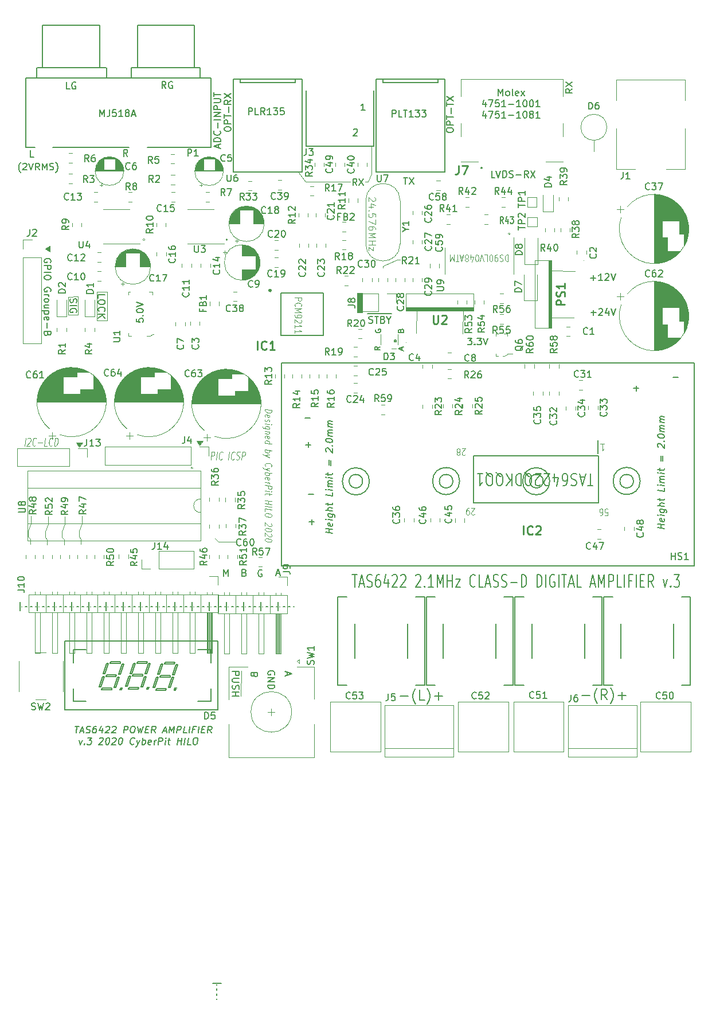
<source format=gto>
G04 #@! TF.GenerationSoftware,KiCad,Pcbnew,(5.1.6-0-10_14)*
G04 #@! TF.CreationDate,2020-08-23T05:08:53+09:00*
G04 #@! TF.ProjectId,TAS6422AMP,54415336-3432-4324-914d-502e6b696361,0.3*
G04 #@! TF.SameCoordinates,Original*
G04 #@! TF.FileFunction,Legend,Top*
G04 #@! TF.FilePolarity,Positive*
%FSLAX46Y46*%
G04 Gerber Fmt 4.6, Leading zero omitted, Abs format (unit mm)*
G04 Created by KiCad (PCBNEW (5.1.6-0-10_14)) date 2020-08-23 05:08:53*
%MOMM*%
%LPD*%
G01*
G04 APERTURE LIST*
%ADD10C,0.150000*%
%ADD11C,0.120000*%
%ADD12C,0.100000*%
%ADD13C,0.180000*%
%ADD14C,0.200000*%
%ADD15C,0.250000*%
%ADD16C,0.254000*%
G04 APERTURE END LIST*
D10*
X88576471Y-57848760D02*
X88576471Y-56848760D01*
X88909804Y-57563046D01*
X89243138Y-56848760D01*
X89243138Y-57848760D01*
X90005042Y-56848760D02*
X90005042Y-57563046D01*
X89957423Y-57705903D01*
X89862185Y-57801141D01*
X89719328Y-57848760D01*
X89624090Y-57848760D01*
X90957423Y-56848760D02*
X90481233Y-56848760D01*
X90433614Y-57324951D01*
X90481233Y-57277332D01*
X90576471Y-57229713D01*
X90814566Y-57229713D01*
X90909804Y-57277332D01*
X90957423Y-57324951D01*
X91005042Y-57420189D01*
X91005042Y-57658284D01*
X90957423Y-57753522D01*
X90909804Y-57801141D01*
X90814566Y-57848760D01*
X90576471Y-57848760D01*
X90481233Y-57801141D01*
X90433614Y-57753522D01*
X91957423Y-57848760D02*
X91385995Y-57848760D01*
X91671709Y-57848760D02*
X91671709Y-56848760D01*
X91576471Y-56991618D01*
X91481233Y-57086856D01*
X91385995Y-57134475D01*
X92528852Y-57277332D02*
X92433614Y-57229713D01*
X92385995Y-57182094D01*
X92338376Y-57086856D01*
X92338376Y-57039237D01*
X92385995Y-56943999D01*
X92433614Y-56896380D01*
X92528852Y-56848760D01*
X92719328Y-56848760D01*
X92814566Y-56896380D01*
X92862185Y-56943999D01*
X92909804Y-57039237D01*
X92909804Y-57086856D01*
X92862185Y-57182094D01*
X92814566Y-57229713D01*
X92719328Y-57277332D01*
X92528852Y-57277332D01*
X92433614Y-57324951D01*
X92385995Y-57372570D01*
X92338376Y-57467808D01*
X92338376Y-57658284D01*
X92385995Y-57753522D01*
X92433614Y-57801141D01*
X92528852Y-57848760D01*
X92719328Y-57848760D01*
X92814566Y-57801141D01*
X92862185Y-57753522D01*
X92909804Y-57658284D01*
X92909804Y-57467808D01*
X92862185Y-57372570D01*
X92814566Y-57324951D01*
X92719328Y-57277332D01*
X93290757Y-57563046D02*
X93766947Y-57563046D01*
X93195519Y-57848760D02*
X93528852Y-56848760D01*
X93862185Y-57848760D01*
X110543981Y-57574440D02*
X110543981Y-56574440D01*
X110924934Y-56574440D01*
X111020172Y-56622060D01*
X111067791Y-56669679D01*
X111115410Y-56764917D01*
X111115410Y-56907774D01*
X111067791Y-57003012D01*
X111020172Y-57050631D01*
X110924934Y-57098250D01*
X110543981Y-57098250D01*
X112020172Y-57574440D02*
X111543981Y-57574440D01*
X111543981Y-56574440D01*
X112924934Y-57574440D02*
X112591600Y-57098250D01*
X112353505Y-57574440D02*
X112353505Y-56574440D01*
X112734458Y-56574440D01*
X112829696Y-56622060D01*
X112877315Y-56669679D01*
X112924934Y-56764917D01*
X112924934Y-56907774D01*
X112877315Y-57003012D01*
X112829696Y-57050631D01*
X112734458Y-57098250D01*
X112353505Y-57098250D01*
X113877315Y-57574440D02*
X113305886Y-57574440D01*
X113591600Y-57574440D02*
X113591600Y-56574440D01*
X113496362Y-56717298D01*
X113401124Y-56812536D01*
X113305886Y-56860155D01*
X114210648Y-56574440D02*
X114829696Y-56574440D01*
X114496362Y-56955393D01*
X114639220Y-56955393D01*
X114734458Y-57003012D01*
X114782077Y-57050631D01*
X114829696Y-57145869D01*
X114829696Y-57383964D01*
X114782077Y-57479202D01*
X114734458Y-57526821D01*
X114639220Y-57574440D01*
X114353505Y-57574440D01*
X114258267Y-57526821D01*
X114210648Y-57479202D01*
X115734458Y-56574440D02*
X115258267Y-56574440D01*
X115210648Y-57050631D01*
X115258267Y-57003012D01*
X115353505Y-56955393D01*
X115591600Y-56955393D01*
X115686839Y-57003012D01*
X115734458Y-57050631D01*
X115782077Y-57145869D01*
X115782077Y-57383964D01*
X115734458Y-57479202D01*
X115686839Y-57526821D01*
X115591600Y-57574440D01*
X115353505Y-57574440D01*
X115258267Y-57526821D01*
X115210648Y-57479202D01*
X131739949Y-57894480D02*
X131739949Y-56894480D01*
X132120901Y-56894480D01*
X132216140Y-56942100D01*
X132263759Y-56989719D01*
X132311378Y-57084957D01*
X132311378Y-57227814D01*
X132263759Y-57323052D01*
X132216140Y-57370671D01*
X132120901Y-57418290D01*
X131739949Y-57418290D01*
X133216140Y-57894480D02*
X132739949Y-57894480D01*
X132739949Y-56894480D01*
X133406616Y-56894480D02*
X133978044Y-56894480D01*
X133692330Y-57894480D02*
X133692330Y-56894480D01*
X134835187Y-57894480D02*
X134263759Y-57894480D01*
X134549473Y-57894480D02*
X134549473Y-56894480D01*
X134454235Y-57037338D01*
X134358997Y-57132576D01*
X134263759Y-57180195D01*
X135168520Y-56894480D02*
X135787568Y-56894480D01*
X135454235Y-57275433D01*
X135597092Y-57275433D01*
X135692330Y-57323052D01*
X135739949Y-57370671D01*
X135787568Y-57465909D01*
X135787568Y-57704004D01*
X135739949Y-57799242D01*
X135692330Y-57846861D01*
X135597092Y-57894480D01*
X135311378Y-57894480D01*
X135216140Y-57846861D01*
X135168520Y-57799242D01*
X136120901Y-56894480D02*
X136739949Y-56894480D01*
X136406616Y-57275433D01*
X136549473Y-57275433D01*
X136644711Y-57323052D01*
X136692330Y-57370671D01*
X136739949Y-57465909D01*
X136739949Y-57704004D01*
X136692330Y-57799242D01*
X136644711Y-57846861D01*
X136549473Y-57894480D01*
X136263759Y-57894480D01*
X136168520Y-57846861D01*
X136120901Y-57799242D01*
X147440567Y-54761120D02*
X147440567Y-53761120D01*
X147773900Y-54475406D01*
X148107234Y-53761120D01*
X148107234Y-54761120D01*
X148726281Y-54761120D02*
X148631043Y-54713501D01*
X148583424Y-54665882D01*
X148535805Y-54570644D01*
X148535805Y-54284930D01*
X148583424Y-54189692D01*
X148631043Y-54142073D01*
X148726281Y-54094454D01*
X148869139Y-54094454D01*
X148964377Y-54142073D01*
X149011996Y-54189692D01*
X149059615Y-54284930D01*
X149059615Y-54570644D01*
X149011996Y-54665882D01*
X148964377Y-54713501D01*
X148869139Y-54761120D01*
X148726281Y-54761120D01*
X149631043Y-54761120D02*
X149535805Y-54713501D01*
X149488186Y-54618263D01*
X149488186Y-53761120D01*
X150392948Y-54713501D02*
X150297710Y-54761120D01*
X150107234Y-54761120D01*
X150011996Y-54713501D01*
X149964377Y-54618263D01*
X149964377Y-54237311D01*
X150011996Y-54142073D01*
X150107234Y-54094454D01*
X150297710Y-54094454D01*
X150392948Y-54142073D01*
X150440567Y-54237311D01*
X150440567Y-54332549D01*
X149964377Y-54427787D01*
X150773900Y-54761120D02*
X151297710Y-54094454D01*
X150773900Y-54094454D02*
X151297710Y-54761120D01*
X145559615Y-55744454D02*
X145559615Y-56411120D01*
X145321520Y-55363501D02*
X145083424Y-56077787D01*
X145702472Y-56077787D01*
X145988186Y-55411120D02*
X146654853Y-55411120D01*
X146226281Y-56411120D01*
X147511996Y-55411120D02*
X147035805Y-55411120D01*
X146988186Y-55887311D01*
X147035805Y-55839692D01*
X147131043Y-55792073D01*
X147369139Y-55792073D01*
X147464377Y-55839692D01*
X147511996Y-55887311D01*
X147559615Y-55982549D01*
X147559615Y-56220644D01*
X147511996Y-56315882D01*
X147464377Y-56363501D01*
X147369139Y-56411120D01*
X147131043Y-56411120D01*
X147035805Y-56363501D01*
X146988186Y-56315882D01*
X148511996Y-56411120D02*
X147940567Y-56411120D01*
X148226281Y-56411120D02*
X148226281Y-55411120D01*
X148131043Y-55553978D01*
X148035805Y-55649216D01*
X147940567Y-55696835D01*
X148940567Y-56030168D02*
X149702472Y-56030168D01*
X150702472Y-56411120D02*
X150131043Y-56411120D01*
X150416758Y-56411120D02*
X150416758Y-55411120D01*
X150321520Y-55553978D01*
X150226281Y-55649216D01*
X150131043Y-55696835D01*
X151321520Y-55411120D02*
X151416758Y-55411120D01*
X151511996Y-55458740D01*
X151559615Y-55506359D01*
X151607234Y-55601597D01*
X151654853Y-55792073D01*
X151654853Y-56030168D01*
X151607234Y-56220644D01*
X151559615Y-56315882D01*
X151511996Y-56363501D01*
X151416758Y-56411120D01*
X151321520Y-56411120D01*
X151226281Y-56363501D01*
X151178662Y-56315882D01*
X151131043Y-56220644D01*
X151083424Y-56030168D01*
X151083424Y-55792073D01*
X151131043Y-55601597D01*
X151178662Y-55506359D01*
X151226281Y-55458740D01*
X151321520Y-55411120D01*
X152273900Y-55411120D02*
X152369139Y-55411120D01*
X152464377Y-55458740D01*
X152511996Y-55506359D01*
X152559615Y-55601597D01*
X152607234Y-55792073D01*
X152607234Y-56030168D01*
X152559615Y-56220644D01*
X152511996Y-56315882D01*
X152464377Y-56363501D01*
X152369139Y-56411120D01*
X152273900Y-56411120D01*
X152178662Y-56363501D01*
X152131043Y-56315882D01*
X152083424Y-56220644D01*
X152035805Y-56030168D01*
X152035805Y-55792073D01*
X152083424Y-55601597D01*
X152131043Y-55506359D01*
X152178662Y-55458740D01*
X152273900Y-55411120D01*
X153559615Y-56411120D02*
X152988186Y-56411120D01*
X153273900Y-56411120D02*
X153273900Y-55411120D01*
X153178662Y-55553978D01*
X153083424Y-55649216D01*
X152988186Y-55696835D01*
X145559615Y-57394454D02*
X145559615Y-58061120D01*
X145321520Y-57013501D02*
X145083424Y-57727787D01*
X145702472Y-57727787D01*
X145988186Y-57061120D02*
X146654853Y-57061120D01*
X146226281Y-58061120D01*
X147511996Y-57061120D02*
X147035805Y-57061120D01*
X146988186Y-57537311D01*
X147035805Y-57489692D01*
X147131043Y-57442073D01*
X147369139Y-57442073D01*
X147464377Y-57489692D01*
X147511996Y-57537311D01*
X147559615Y-57632549D01*
X147559615Y-57870644D01*
X147511996Y-57965882D01*
X147464377Y-58013501D01*
X147369139Y-58061120D01*
X147131043Y-58061120D01*
X147035805Y-58013501D01*
X146988186Y-57965882D01*
X148511996Y-58061120D02*
X147940567Y-58061120D01*
X148226281Y-58061120D02*
X148226281Y-57061120D01*
X148131043Y-57203978D01*
X148035805Y-57299216D01*
X147940567Y-57346835D01*
X148940567Y-57680168D02*
X149702472Y-57680168D01*
X150702472Y-58061120D02*
X150131043Y-58061120D01*
X150416758Y-58061120D02*
X150416758Y-57061120D01*
X150321520Y-57203978D01*
X150226281Y-57299216D01*
X150131043Y-57346835D01*
X151321520Y-57061120D02*
X151416758Y-57061120D01*
X151511996Y-57108740D01*
X151559615Y-57156359D01*
X151607234Y-57251597D01*
X151654853Y-57442073D01*
X151654853Y-57680168D01*
X151607234Y-57870644D01*
X151559615Y-57965882D01*
X151511996Y-58013501D01*
X151416758Y-58061120D01*
X151321520Y-58061120D01*
X151226281Y-58013501D01*
X151178662Y-57965882D01*
X151131043Y-57870644D01*
X151083424Y-57680168D01*
X151083424Y-57442073D01*
X151131043Y-57251597D01*
X151178662Y-57156359D01*
X151226281Y-57108740D01*
X151321520Y-57061120D01*
X152226281Y-57489692D02*
X152131043Y-57442073D01*
X152083424Y-57394454D01*
X152035805Y-57299216D01*
X152035805Y-57251597D01*
X152083424Y-57156359D01*
X152131043Y-57108740D01*
X152226281Y-57061120D01*
X152416758Y-57061120D01*
X152511996Y-57108740D01*
X152559615Y-57156359D01*
X152607234Y-57251597D01*
X152607234Y-57299216D01*
X152559615Y-57394454D01*
X152511996Y-57442073D01*
X152416758Y-57489692D01*
X152226281Y-57489692D01*
X152131043Y-57537311D01*
X152083424Y-57584930D01*
X152035805Y-57680168D01*
X152035805Y-57870644D01*
X152083424Y-57965882D01*
X152131043Y-58013501D01*
X152226281Y-58061120D01*
X152416758Y-58061120D01*
X152511996Y-58013501D01*
X152559615Y-57965882D01*
X152607234Y-57870644D01*
X152607234Y-57680168D01*
X152559615Y-57584930D01*
X152511996Y-57537311D01*
X152416758Y-57489692D01*
X153559615Y-58061120D02*
X152988186Y-58061120D01*
X153273900Y-58061120D02*
X153273900Y-57061120D01*
X153178662Y-57203978D01*
X153083424Y-57299216D01*
X152988186Y-57346835D01*
D11*
X109435900Y-139727940D02*
X109418120Y-143461740D01*
D10*
X84925468Y-147874740D02*
X85496896Y-147874740D01*
X85086182Y-148874740D02*
X85211182Y-147874740D01*
X85693325Y-148589026D02*
X86169515Y-148589026D01*
X85562372Y-148874740D02*
X86020706Y-147874740D01*
X86229039Y-148874740D01*
X86520706Y-148827121D02*
X86657611Y-148874740D01*
X86895706Y-148874740D01*
X86996896Y-148827121D01*
X87050468Y-148779502D01*
X87109992Y-148684264D01*
X87121896Y-148589026D01*
X87086182Y-148493788D01*
X87044515Y-148446169D01*
X86955230Y-148398550D01*
X86770706Y-148350931D01*
X86681420Y-148303312D01*
X86639753Y-148255693D01*
X86604039Y-148160455D01*
X86615944Y-148065217D01*
X86675468Y-147969979D01*
X86729039Y-147922360D01*
X86830230Y-147874740D01*
X87068325Y-147874740D01*
X87205230Y-147922360D01*
X88068325Y-147874740D02*
X87877849Y-147874740D01*
X87776658Y-147922360D01*
X87723087Y-147969979D01*
X87609992Y-148112836D01*
X87538563Y-148303312D01*
X87490944Y-148684264D01*
X87526658Y-148779502D01*
X87568325Y-148827121D01*
X87657611Y-148874740D01*
X87848087Y-148874740D01*
X87949277Y-148827121D01*
X88002849Y-148779502D01*
X88062372Y-148684264D01*
X88092134Y-148446169D01*
X88056420Y-148350931D01*
X88014753Y-148303312D01*
X87925468Y-148255693D01*
X87734992Y-148255693D01*
X87633801Y-148303312D01*
X87580230Y-148350931D01*
X87520706Y-148446169D01*
X88979039Y-148208074D02*
X88895706Y-148874740D01*
X88788563Y-147827121D02*
X88461182Y-148541407D01*
X89080230Y-148541407D01*
X89484992Y-147969979D02*
X89538563Y-147922360D01*
X89639753Y-147874740D01*
X89877849Y-147874740D01*
X89967134Y-147922360D01*
X90008801Y-147969979D01*
X90044515Y-148065217D01*
X90032611Y-148160455D01*
X89967134Y-148303312D01*
X89324277Y-148874740D01*
X89943325Y-148874740D01*
X90437372Y-147969979D02*
X90490944Y-147922360D01*
X90592134Y-147874740D01*
X90830230Y-147874740D01*
X90919515Y-147922360D01*
X90961182Y-147969979D01*
X90996896Y-148065217D01*
X90984992Y-148160455D01*
X90919515Y-148303312D01*
X90276658Y-148874740D01*
X90895706Y-148874740D01*
X92086182Y-148874740D02*
X92211182Y-147874740D01*
X92592134Y-147874740D01*
X92681420Y-147922360D01*
X92723087Y-147969979D01*
X92758801Y-148065217D01*
X92740944Y-148208074D01*
X92681420Y-148303312D01*
X92627849Y-148350931D01*
X92526658Y-148398550D01*
X92145706Y-148398550D01*
X93401658Y-147874740D02*
X93592134Y-147874740D01*
X93681420Y-147922360D01*
X93764753Y-148017598D01*
X93788563Y-148208074D01*
X93746896Y-148541407D01*
X93675468Y-148731883D01*
X93568325Y-148827121D01*
X93467134Y-148874740D01*
X93276658Y-148874740D01*
X93187372Y-148827121D01*
X93104039Y-148731883D01*
X93080230Y-148541407D01*
X93121896Y-148208074D01*
X93193325Y-148017598D01*
X93300468Y-147922360D01*
X93401658Y-147874740D01*
X94163563Y-147874740D02*
X94276658Y-148874740D01*
X94556420Y-148160455D01*
X94657611Y-148874740D01*
X95020706Y-147874740D01*
X95342134Y-148350931D02*
X95675468Y-148350931D01*
X95752849Y-148874740D02*
X95276658Y-148874740D01*
X95401658Y-147874740D01*
X95877849Y-147874740D01*
X96752849Y-148874740D02*
X96479039Y-148398550D01*
X96181420Y-148874740D02*
X96306420Y-147874740D01*
X96687372Y-147874740D01*
X96776658Y-147922360D01*
X96818325Y-147969979D01*
X96854039Y-148065217D01*
X96836182Y-148208074D01*
X96776658Y-148303312D01*
X96723087Y-148350931D01*
X96621896Y-148398550D01*
X96240944Y-148398550D01*
X97931420Y-148589026D02*
X98407611Y-148589026D01*
X97800468Y-148874740D02*
X98258801Y-147874740D01*
X98467134Y-148874740D01*
X98800468Y-148874740D02*
X98925468Y-147874740D01*
X99169515Y-148589026D01*
X99592134Y-147874740D01*
X99467134Y-148874740D01*
X99943325Y-148874740D02*
X100068325Y-147874740D01*
X100449277Y-147874740D01*
X100538563Y-147922360D01*
X100580230Y-147969979D01*
X100615944Y-148065217D01*
X100598087Y-148208074D01*
X100538563Y-148303312D01*
X100484992Y-148350931D01*
X100383801Y-148398550D01*
X100002849Y-148398550D01*
X101419515Y-148874740D02*
X100943325Y-148874740D01*
X101068325Y-147874740D01*
X101752849Y-148874740D02*
X101877849Y-147874740D01*
X102627849Y-148350931D02*
X102294515Y-148350931D01*
X102229039Y-148874740D02*
X102354039Y-147874740D01*
X102830230Y-147874740D01*
X103086182Y-148874740D02*
X103211182Y-147874740D01*
X103627849Y-148350931D02*
X103961182Y-148350931D01*
X104038563Y-148874740D02*
X103562372Y-148874740D01*
X103687372Y-147874740D01*
X104163563Y-147874740D01*
X105038563Y-148874740D02*
X104764753Y-148398550D01*
X104467134Y-148874740D02*
X104592134Y-147874740D01*
X104973087Y-147874740D01*
X105062372Y-147922360D01*
X105104039Y-147969979D01*
X105139753Y-148065217D01*
X105121896Y-148208074D01*
X105062372Y-148303312D01*
X105008801Y-148350931D01*
X104907611Y-148398550D01*
X104526658Y-148398550D01*
X108142779Y-139814205D02*
X109142779Y-139814205D01*
X109142779Y-140195158D01*
X109095160Y-140290396D01*
X109047540Y-140338015D01*
X108952302Y-140385634D01*
X108809445Y-140385634D01*
X108714207Y-140338015D01*
X108666588Y-140290396D01*
X108618969Y-140195158D01*
X108618969Y-139814205D01*
X109142779Y-140814205D02*
X108333255Y-140814205D01*
X108238017Y-140861824D01*
X108190398Y-140909443D01*
X108142779Y-141004681D01*
X108142779Y-141195158D01*
X108190398Y-141290396D01*
X108238017Y-141338015D01*
X108333255Y-141385634D01*
X109142779Y-141385634D01*
X108190398Y-141814205D02*
X108142779Y-141957062D01*
X108142779Y-142195158D01*
X108190398Y-142290396D01*
X108238017Y-142338015D01*
X108333255Y-142385634D01*
X108428493Y-142385634D01*
X108523731Y-142338015D01*
X108571350Y-142290396D01*
X108618969Y-142195158D01*
X108666588Y-142004681D01*
X108714207Y-141909443D01*
X108761826Y-141861824D01*
X108857064Y-141814205D01*
X108952302Y-141814205D01*
X109047540Y-141861824D01*
X109095160Y-141909443D01*
X109142779Y-142004681D01*
X109142779Y-142242777D01*
X109095160Y-142385634D01*
X108142779Y-142814205D02*
X109142779Y-142814205D01*
X108666588Y-142814205D02*
X108666588Y-143385634D01*
X108142779Y-143385634D02*
X109142779Y-143385634D01*
X114342800Y-140258895D02*
X114390419Y-140163657D01*
X114390419Y-140020800D01*
X114342800Y-139877942D01*
X114247561Y-139782704D01*
X114152323Y-139735085D01*
X113961847Y-139687466D01*
X113818990Y-139687466D01*
X113628514Y-139735085D01*
X113533276Y-139782704D01*
X113438038Y-139877942D01*
X113390419Y-140020800D01*
X113390419Y-140116038D01*
X113438038Y-140258895D01*
X113485657Y-140306514D01*
X113818990Y-140306514D01*
X113818990Y-140116038D01*
X113390419Y-140735085D02*
X114390419Y-140735085D01*
X113390419Y-141306514D01*
X114390419Y-141306514D01*
X113390419Y-141782704D02*
X114390419Y-141782704D01*
X114390419Y-142020800D01*
X114342800Y-142163657D01*
X114247561Y-142258895D01*
X114152323Y-142306514D01*
X113961847Y-142354133D01*
X113818990Y-142354133D01*
X113628514Y-142306514D01*
X113533276Y-142258895D01*
X113438038Y-142163657D01*
X113390419Y-142020800D01*
X113390419Y-141782704D01*
X116211053Y-140390215D02*
X116211053Y-139914024D01*
X115925339Y-140485453D02*
X116925339Y-140152120D01*
X115925339Y-139818786D01*
X111348211Y-140297208D02*
X111395830Y-140440065D01*
X111443449Y-140487684D01*
X111538687Y-140535303D01*
X111681544Y-140535303D01*
X111776782Y-140487684D01*
X111824401Y-140440065D01*
X111872020Y-140344827D01*
X111872020Y-139963875D01*
X110872020Y-139963875D01*
X110872020Y-140297208D01*
X110919640Y-140392446D01*
X110967259Y-140440065D01*
X111062497Y-140487684D01*
X111157735Y-140487684D01*
X111252973Y-140440065D01*
X111300592Y-140392446D01*
X111348211Y-140297208D01*
X111348211Y-139963875D01*
D11*
X102330743Y-109748320D02*
G75*
G03*
X102330743Y-109748320I-149083J0D01*
G01*
X149186123Y-75181460D02*
G75*
G03*
X149186123Y-75181460I-149083J0D01*
G01*
X107469163Y-76042520D02*
G75*
G03*
X107469163Y-76042520I-149083J0D01*
G01*
X95231443Y-76029820D02*
G75*
G03*
X95231443Y-76029820I-149083J0D01*
G01*
D10*
X159779900Y-143368222D02*
X160922757Y-143368222D01*
X162065614Y-144511080D02*
X161994185Y-144439651D01*
X161851328Y-144225365D01*
X161779900Y-144082508D01*
X161708471Y-143868222D01*
X161637042Y-143511080D01*
X161637042Y-143225365D01*
X161708471Y-142868222D01*
X161779900Y-142653937D01*
X161851328Y-142511080D01*
X161994185Y-142296794D01*
X162065614Y-142225365D01*
X163494185Y-143939651D02*
X162994185Y-143225365D01*
X162637042Y-143939651D02*
X162637042Y-142439651D01*
X163208471Y-142439651D01*
X163351328Y-142511080D01*
X163422757Y-142582508D01*
X163494185Y-142725365D01*
X163494185Y-142939651D01*
X163422757Y-143082508D01*
X163351328Y-143153937D01*
X163208471Y-143225365D01*
X162637042Y-143225365D01*
X163994185Y-144511080D02*
X164065614Y-144439651D01*
X164208471Y-144225365D01*
X164279900Y-144082508D01*
X164351328Y-143868222D01*
X164422757Y-143511080D01*
X164422757Y-143225365D01*
X164351328Y-142868222D01*
X164279900Y-142653937D01*
X164208471Y-142511080D01*
X164065614Y-142296794D01*
X163994185Y-142225365D01*
X165137042Y-143368222D02*
X166279900Y-143368222D01*
X165708471Y-143939651D02*
X165708471Y-142796794D01*
X132953037Y-143446962D02*
X134095894Y-143446962D01*
X135238751Y-144589820D02*
X135167322Y-144518391D01*
X135024465Y-144304105D01*
X134953037Y-144161248D01*
X134881608Y-143946962D01*
X134810180Y-143589820D01*
X134810180Y-143304105D01*
X134881608Y-142946962D01*
X134953037Y-142732677D01*
X135024465Y-142589820D01*
X135167322Y-142375534D01*
X135238751Y-142304105D01*
X136524465Y-144018391D02*
X135810180Y-144018391D01*
X135810180Y-142518391D01*
X136881608Y-144589820D02*
X136953037Y-144518391D01*
X137095894Y-144304105D01*
X137167322Y-144161248D01*
X137238751Y-143946962D01*
X137310180Y-143589820D01*
X137310180Y-143304105D01*
X137238751Y-142946962D01*
X137167322Y-142732677D01*
X137095894Y-142589820D01*
X136953037Y-142375534D01*
X136881608Y-142304105D01*
X138024465Y-143446962D02*
X139167322Y-143446962D01*
X138595894Y-144018391D02*
X138595894Y-142875534D01*
X158366720Y-53753046D02*
X157890530Y-54086380D01*
X158366720Y-54324475D02*
X157366720Y-54324475D01*
X157366720Y-53943522D01*
X157414340Y-53848284D01*
X157461959Y-53800665D01*
X157557197Y-53753046D01*
X157700054Y-53753046D01*
X157795292Y-53800665D01*
X157842911Y-53848284D01*
X157890530Y-53943522D01*
X157890530Y-54324475D01*
X157366720Y-53419713D02*
X158366720Y-52753046D01*
X157366720Y-52753046D02*
X158366720Y-53419713D01*
X139756900Y-59940841D02*
X139756900Y-59750365D01*
X139804520Y-59655127D01*
X139899758Y-59559889D01*
X140090234Y-59512270D01*
X140423567Y-59512270D01*
X140614043Y-59559889D01*
X140709281Y-59655127D01*
X140756900Y-59750365D01*
X140756900Y-59940841D01*
X140709281Y-60036080D01*
X140614043Y-60131318D01*
X140423567Y-60178937D01*
X140090234Y-60178937D01*
X139899758Y-60131318D01*
X139804520Y-60036080D01*
X139756900Y-59940841D01*
X140756900Y-59083699D02*
X139756900Y-59083699D01*
X139756900Y-58702746D01*
X139804520Y-58607508D01*
X139852139Y-58559889D01*
X139947377Y-58512270D01*
X140090234Y-58512270D01*
X140185472Y-58559889D01*
X140233091Y-58607508D01*
X140280710Y-58702746D01*
X140280710Y-59083699D01*
X139756900Y-58226556D02*
X139756900Y-57655127D01*
X140756900Y-57940841D02*
X139756900Y-57940841D01*
X140423567Y-57417032D02*
X140423567Y-56559889D01*
X139756900Y-56321794D02*
X139756900Y-55750365D01*
X140756900Y-56036080D02*
X139756900Y-56036080D01*
X139756900Y-55512270D02*
X140756900Y-54845603D01*
X139756900Y-54845603D02*
X140756900Y-55512270D01*
X106952800Y-59785569D02*
X106952800Y-59595093D01*
X107000420Y-59499855D01*
X107095658Y-59404617D01*
X107286134Y-59356998D01*
X107619467Y-59356998D01*
X107809943Y-59404617D01*
X107905181Y-59499855D01*
X107952800Y-59595093D01*
X107952800Y-59785569D01*
X107905181Y-59880807D01*
X107809943Y-59976045D01*
X107619467Y-60023664D01*
X107286134Y-60023664D01*
X107095658Y-59976045D01*
X107000420Y-59880807D01*
X106952800Y-59785569D01*
X107952800Y-58928426D02*
X106952800Y-58928426D01*
X106952800Y-58547474D01*
X107000420Y-58452236D01*
X107048039Y-58404617D01*
X107143277Y-58356998D01*
X107286134Y-58356998D01*
X107381372Y-58404617D01*
X107428991Y-58452236D01*
X107476610Y-58547474D01*
X107476610Y-58928426D01*
X106952800Y-58071283D02*
X106952800Y-57499855D01*
X107952800Y-57785569D02*
X106952800Y-57785569D01*
X107619467Y-57261760D02*
X107619467Y-56404617D01*
X107952800Y-55452236D02*
X107476610Y-55785569D01*
X107952800Y-56023664D02*
X106952800Y-56023664D01*
X106952800Y-55642712D01*
X107000420Y-55547474D01*
X107048039Y-55499855D01*
X107143277Y-55452236D01*
X107286134Y-55452236D01*
X107381372Y-55499855D01*
X107428991Y-55547474D01*
X107476610Y-55642712D01*
X107476610Y-56023664D01*
X106952800Y-55118902D02*
X107952800Y-54452236D01*
X106952800Y-54452236D02*
X107952800Y-55118902D01*
X93975940Y-87704181D02*
X93975940Y-88180372D01*
X94452131Y-88227991D01*
X94404512Y-88180372D01*
X94356893Y-88085134D01*
X94356893Y-87847039D01*
X94404512Y-87751800D01*
X94452131Y-87704181D01*
X94547369Y-87656562D01*
X94785464Y-87656562D01*
X94880702Y-87704181D01*
X94928321Y-87751800D01*
X94975940Y-87847039D01*
X94975940Y-88085134D01*
X94928321Y-88180372D01*
X94880702Y-88227991D01*
X94880702Y-87227991D02*
X94928321Y-87180372D01*
X94975940Y-87227991D01*
X94928321Y-87275610D01*
X94880702Y-87227991D01*
X94975940Y-87227991D01*
X93975940Y-86561324D02*
X93975940Y-86466086D01*
X94023560Y-86370848D01*
X94071179Y-86323229D01*
X94166417Y-86275610D01*
X94356893Y-86227991D01*
X94594988Y-86227991D01*
X94785464Y-86275610D01*
X94880702Y-86323229D01*
X94928321Y-86370848D01*
X94975940Y-86466086D01*
X94975940Y-86561324D01*
X94928321Y-86656562D01*
X94880702Y-86704181D01*
X94785464Y-86751800D01*
X94594988Y-86799420D01*
X94356893Y-86799420D01*
X94166417Y-86751800D01*
X94071179Y-86704181D01*
X94023560Y-86656562D01*
X93975940Y-86561324D01*
X93975940Y-85942277D02*
X94975940Y-85608943D01*
X93975940Y-85275610D01*
X142879629Y-90562180D02*
X143498677Y-90562180D01*
X143165343Y-90943133D01*
X143308200Y-90943133D01*
X143403439Y-90990752D01*
X143451058Y-91038371D01*
X143498677Y-91133609D01*
X143498677Y-91371704D01*
X143451058Y-91466942D01*
X143403439Y-91514561D01*
X143308200Y-91562180D01*
X143022486Y-91562180D01*
X142927248Y-91514561D01*
X142879629Y-91466942D01*
X143927248Y-91466942D02*
X143974867Y-91514561D01*
X143927248Y-91562180D01*
X143879629Y-91514561D01*
X143927248Y-91466942D01*
X143927248Y-91562180D01*
X144308200Y-90562180D02*
X144927248Y-90562180D01*
X144593915Y-90943133D01*
X144736772Y-90943133D01*
X144832010Y-90990752D01*
X144879629Y-91038371D01*
X144927248Y-91133609D01*
X144927248Y-91371704D01*
X144879629Y-91466942D01*
X144832010Y-91514561D01*
X144736772Y-91562180D01*
X144451058Y-91562180D01*
X144355820Y-91514561D01*
X144308200Y-91466942D01*
X145212962Y-90562180D02*
X145546296Y-91562180D01*
X145879629Y-90562180D01*
D11*
X85366860Y-87088980D02*
X85374480Y-84447380D01*
X83911440Y-87106760D02*
X85366860Y-87088980D01*
X83896200Y-84465160D02*
X83911440Y-87106760D01*
X85384640Y-84449920D02*
X83896200Y-84465160D01*
X88110060Y-87947500D02*
X88143080Y-83723480D01*
X89679780Y-87962740D02*
X88110060Y-87947500D01*
X89679780Y-83705700D02*
X89679780Y-87962740D01*
X88110060Y-83705700D02*
X89679780Y-83705700D01*
D10*
X84207718Y-84751990D02*
X84160099Y-84894847D01*
X84160099Y-85132942D01*
X84207718Y-85228180D01*
X84255337Y-85275800D01*
X84350575Y-85323419D01*
X84445813Y-85323419D01*
X84541051Y-85275800D01*
X84588670Y-85228180D01*
X84636289Y-85132942D01*
X84683908Y-84942466D01*
X84731527Y-84847228D01*
X84779146Y-84799609D01*
X84874384Y-84751990D01*
X84969622Y-84751990D01*
X85064860Y-84799609D01*
X85112480Y-84847228D01*
X85160099Y-84942466D01*
X85160099Y-85180561D01*
X85112480Y-85323419D01*
X84160099Y-85751990D02*
X85160099Y-85751990D01*
X85112480Y-86751990D02*
X85160099Y-86656752D01*
X85160099Y-86513895D01*
X85112480Y-86371038D01*
X85017241Y-86275800D01*
X84922003Y-86228180D01*
X84731527Y-86180561D01*
X84588670Y-86180561D01*
X84398194Y-86228180D01*
X84302956Y-86275800D01*
X84207718Y-86371038D01*
X84160099Y-86513895D01*
X84160099Y-86609133D01*
X84207718Y-86751990D01*
X84255337Y-86799609D01*
X84588670Y-86799609D01*
X84588670Y-86609133D01*
X88346019Y-84647874D02*
X88346019Y-84171683D01*
X89346019Y-84171683D01*
X89346019Y-85171683D02*
X89346019Y-85362160D01*
X89298400Y-85457398D01*
X89203161Y-85552636D01*
X89012685Y-85600255D01*
X88679352Y-85600255D01*
X88488876Y-85552636D01*
X88393638Y-85457398D01*
X88346019Y-85362160D01*
X88346019Y-85171683D01*
X88393638Y-85076445D01*
X88488876Y-84981207D01*
X88679352Y-84933588D01*
X89012685Y-84933588D01*
X89203161Y-84981207D01*
X89298400Y-85076445D01*
X89346019Y-85171683D01*
X88441257Y-86600255D02*
X88393638Y-86552636D01*
X88346019Y-86409779D01*
X88346019Y-86314540D01*
X88393638Y-86171683D01*
X88488876Y-86076445D01*
X88584114Y-86028826D01*
X88774590Y-85981207D01*
X88917447Y-85981207D01*
X89107923Y-86028826D01*
X89203161Y-86076445D01*
X89298400Y-86171683D01*
X89346019Y-86314540D01*
X89346019Y-86409779D01*
X89298400Y-86552636D01*
X89250780Y-86600255D01*
X88346019Y-87028826D02*
X89346019Y-87028826D01*
X88346019Y-87600255D02*
X88917447Y-87171683D01*
X89346019Y-87600255D02*
X88774590Y-87028826D01*
D12*
G36*
X85524340Y-106662220D02*
G01*
X85124340Y-105962220D01*
X86024340Y-105962220D01*
X85524340Y-106662220D01*
G37*
X85524340Y-106662220D02*
X85124340Y-105962220D01*
X86024340Y-105962220D01*
X85524340Y-106662220D01*
D11*
X77454252Y-106486257D02*
X77604252Y-105286257D01*
X77932824Y-105400542D02*
X77978062Y-105343400D01*
X78061395Y-105286257D01*
X78251871Y-105286257D01*
X78320919Y-105343400D01*
X78351871Y-105400542D01*
X78375681Y-105514828D01*
X78361395Y-105629114D01*
X78301871Y-105800542D01*
X77759014Y-106486257D01*
X78254252Y-106486257D01*
X79068538Y-106371971D02*
X79023300Y-106429114D01*
X78901871Y-106486257D01*
X78825681Y-106486257D01*
X78718538Y-106429114D01*
X78656633Y-106314828D01*
X78632824Y-106200542D01*
X78623300Y-105971971D01*
X78644729Y-105800542D01*
X78711395Y-105571971D01*
X78763776Y-105457685D01*
X78854252Y-105343400D01*
X78975681Y-105286257D01*
X79051871Y-105286257D01*
X79159014Y-105343400D01*
X79189967Y-105400542D01*
X79454252Y-106029114D02*
X80063776Y-106029114D01*
X80768538Y-106486257D02*
X80387586Y-106486257D01*
X80537586Y-105286257D01*
X81506633Y-106371971D02*
X81461395Y-106429114D01*
X81339967Y-106486257D01*
X81263776Y-106486257D01*
X81156633Y-106429114D01*
X81094729Y-106314828D01*
X81070919Y-106200542D01*
X81061395Y-105971971D01*
X81082824Y-105800542D01*
X81149490Y-105571971D01*
X81201871Y-105457685D01*
X81292348Y-105343400D01*
X81413776Y-105286257D01*
X81489967Y-105286257D01*
X81597110Y-105343400D01*
X81628062Y-105400542D01*
X81835205Y-106486257D02*
X81985205Y-105286257D01*
X82175681Y-105286257D01*
X82282824Y-105343400D01*
X82344729Y-105457685D01*
X82368538Y-105571971D01*
X82378062Y-105800542D01*
X82356633Y-105971971D01*
X82289967Y-106200542D01*
X82237586Y-106314828D01*
X82147110Y-106429114D01*
X82025681Y-106486257D01*
X81835205Y-106486257D01*
X118965980Y-67508120D02*
X117942360Y-66131440D01*
X125536960Y-67457320D02*
X118993920Y-67464940D01*
X128197460Y-67502540D02*
X127797460Y-67502540D01*
X128697460Y-66302540D02*
X128197460Y-67502540D01*
D10*
X129297460Y-89293016D02*
X129259364Y-89369206D01*
X129259364Y-89483492D01*
X129297460Y-89597778D01*
X129373650Y-89673968D01*
X129449840Y-89712063D01*
X129602221Y-89750159D01*
X129716507Y-89750159D01*
X129868888Y-89712063D01*
X129945079Y-89673968D01*
X130021269Y-89597778D01*
X130059364Y-89483492D01*
X130059364Y-89407301D01*
X130021269Y-89293016D01*
X129983174Y-89254920D01*
X129716507Y-89254920D01*
X129716507Y-89407301D01*
X129959364Y-91854920D02*
X129578412Y-92121587D01*
X129959364Y-92312063D02*
X129159364Y-92312063D01*
X129159364Y-92007301D01*
X129197460Y-91931111D01*
X129235555Y-91893016D01*
X129311745Y-91854920D01*
X129426031Y-91854920D01*
X129502221Y-91893016D01*
X129540317Y-91931111D01*
X129578412Y-92007301D01*
X129578412Y-92312063D01*
X133040317Y-89445397D02*
X133078412Y-89331111D01*
X133116507Y-89293016D01*
X133192698Y-89254920D01*
X133306983Y-89254920D01*
X133383174Y-89293016D01*
X133421269Y-89331111D01*
X133459364Y-89407301D01*
X133459364Y-89712063D01*
X132659364Y-89712063D01*
X132659364Y-89445397D01*
X132697460Y-89369206D01*
X132735555Y-89331111D01*
X132811745Y-89293016D01*
X132887936Y-89293016D01*
X132964126Y-89331111D01*
X133002221Y-89369206D01*
X133040317Y-89445397D01*
X133040317Y-89712063D01*
X133206473Y-92341676D02*
X133206473Y-91960723D01*
X133435044Y-92417866D02*
X132635044Y-92151200D01*
X133435044Y-91884533D01*
D11*
X85897460Y-117902540D02*
X85497460Y-119002540D01*
X85497460Y-119002540D02*
X85497460Y-119902540D01*
X85797460Y-120202540D02*
X85797460Y-121002540D01*
X85497460Y-119902540D02*
X85797460Y-120202540D01*
X85897460Y-116802540D02*
X85897460Y-117902540D01*
X83397460Y-118002540D02*
X82997460Y-119102540D01*
X82997460Y-119102540D02*
X82997460Y-120002540D01*
X83297460Y-120302540D02*
X83297460Y-121102540D01*
X82997460Y-120002540D02*
X83297460Y-120302540D01*
X83397460Y-116902540D02*
X83397460Y-118002540D01*
X78397460Y-117902540D02*
X77997460Y-119002540D01*
X77997460Y-119002540D02*
X77997460Y-119902540D01*
X78297460Y-120202540D02*
X78297460Y-121002540D01*
X77997460Y-119902540D02*
X78297460Y-120202540D01*
X78397460Y-116802540D02*
X78397460Y-117902540D01*
X80797460Y-120302540D02*
X80797460Y-121102540D01*
X80497460Y-120002540D02*
X80797460Y-120302540D01*
X80497460Y-119102540D02*
X80497460Y-120002540D01*
X80897460Y-118002540D02*
X80497460Y-119102540D01*
X80897460Y-116902540D02*
X80897460Y-118002540D01*
D10*
X161054635Y-81671468D02*
X161816540Y-81671468D01*
X161435587Y-82052420D02*
X161435587Y-81290516D01*
X162816540Y-82052420D02*
X162245111Y-82052420D01*
X162530825Y-82052420D02*
X162530825Y-81052420D01*
X162435587Y-81195278D01*
X162340349Y-81290516D01*
X162245111Y-81338135D01*
X163197492Y-81147659D02*
X163245111Y-81100040D01*
X163340349Y-81052420D01*
X163578444Y-81052420D01*
X163673682Y-81100040D01*
X163721301Y-81147659D01*
X163768920Y-81242897D01*
X163768920Y-81338135D01*
X163721301Y-81480992D01*
X163149873Y-82052420D01*
X163768920Y-82052420D01*
X164054635Y-81052420D02*
X164387968Y-82052420D01*
X164721301Y-81052420D01*
X161085115Y-86807348D02*
X161847020Y-86807348D01*
X161466067Y-87188300D02*
X161466067Y-86426396D01*
X162275591Y-86283539D02*
X162323210Y-86235920D01*
X162418448Y-86188300D01*
X162656543Y-86188300D01*
X162751781Y-86235920D01*
X162799400Y-86283539D01*
X162847020Y-86378777D01*
X162847020Y-86474015D01*
X162799400Y-86616872D01*
X162227972Y-87188300D01*
X162847020Y-87188300D01*
X163704162Y-86521634D02*
X163704162Y-87188300D01*
X163466067Y-86140681D02*
X163227972Y-86854967D01*
X163847020Y-86854967D01*
X164085115Y-86188300D02*
X164418448Y-87188300D01*
X164751781Y-86188300D01*
D12*
G36*
X127297460Y-86802540D02*
G01*
X126597460Y-86802540D01*
X126597460Y-83902540D01*
X127297460Y-83902540D01*
X127297460Y-86802540D01*
G37*
X127297460Y-86802540D02*
X126597460Y-86802540D01*
X126597460Y-83902540D01*
X127297460Y-83902540D01*
X127297460Y-86802540D01*
G36*
X81197460Y-77802540D02*
G01*
X80497460Y-77402540D01*
X81197460Y-77002540D01*
X81197460Y-77802540D01*
G37*
X81197460Y-77802540D02*
X80497460Y-77402540D01*
X81197460Y-77002540D01*
X81197460Y-77802540D01*
G36*
X103306880Y-106415840D02*
G01*
X102906880Y-105715840D01*
X103806880Y-105715840D01*
X103306880Y-106415840D01*
G37*
X103306880Y-106415840D02*
X102906880Y-105715840D01*
X103806880Y-105715840D01*
X103306880Y-106415840D01*
D11*
X104947222Y-108530957D02*
X105097222Y-107330957D01*
X105401984Y-107330957D01*
X105471031Y-107388100D01*
X105501984Y-107445242D01*
X105525793Y-107559528D01*
X105504365Y-107730957D01*
X105451984Y-107845242D01*
X105406746Y-107902385D01*
X105323412Y-107959528D01*
X105018650Y-107959528D01*
X105747222Y-108530957D02*
X105897222Y-107330957D01*
X106599603Y-108416671D02*
X106554365Y-108473814D01*
X106432936Y-108530957D01*
X106356746Y-108530957D01*
X106249603Y-108473814D01*
X106187698Y-108359528D01*
X106163889Y-108245242D01*
X106154365Y-108016671D01*
X106175793Y-107845242D01*
X106242460Y-107616671D01*
X106294841Y-107502385D01*
X106385317Y-107388100D01*
X106506746Y-107330957D01*
X106582936Y-107330957D01*
X106690079Y-107388100D01*
X106721031Y-107445242D01*
X107537698Y-108530957D02*
X107687698Y-107330957D01*
X108390079Y-108416671D02*
X108344841Y-108473814D01*
X108223412Y-108530957D01*
X108147222Y-108530957D01*
X108040079Y-108473814D01*
X107978174Y-108359528D01*
X107954365Y-108245242D01*
X107944841Y-108016671D01*
X107966270Y-107845242D01*
X108032936Y-107616671D01*
X108085317Y-107502385D01*
X108175793Y-107388100D01*
X108297222Y-107330957D01*
X108373412Y-107330957D01*
X108480555Y-107388100D01*
X108511508Y-107445242D01*
X108687698Y-108473814D02*
X108794841Y-108530957D01*
X108985317Y-108530957D01*
X109068650Y-108473814D01*
X109113889Y-108416671D01*
X109166270Y-108302385D01*
X109180555Y-108188100D01*
X109156746Y-108073814D01*
X109125793Y-108016671D01*
X109056746Y-107959528D01*
X108911508Y-107902385D01*
X108842460Y-107845242D01*
X108811508Y-107788100D01*
X108787698Y-107673814D01*
X108801984Y-107559528D01*
X108854365Y-107445242D01*
X108899603Y-107388100D01*
X108982936Y-107330957D01*
X109173412Y-107330957D01*
X109280555Y-107388100D01*
X109480555Y-108530957D02*
X109630555Y-107330957D01*
X109935317Y-107330957D01*
X110004365Y-107388100D01*
X110035317Y-107445242D01*
X110059127Y-107559528D01*
X110037698Y-107730957D01*
X109985317Y-107845242D01*
X109940079Y-107902385D01*
X109856746Y-107959528D01*
X109551984Y-107959528D01*
X112945079Y-101071659D02*
X113945079Y-101196659D01*
X113945079Y-101387135D01*
X113897460Y-101495468D01*
X113802221Y-101559754D01*
X113706983Y-101585944D01*
X113516507Y-101600230D01*
X113373650Y-101582373D01*
X113183174Y-101520468D01*
X113087936Y-101470468D01*
X112992698Y-101382373D01*
X112945079Y-101262135D01*
X112945079Y-101071659D01*
X112992698Y-102182373D02*
X112945079Y-102100230D01*
X112945079Y-101947849D01*
X112992698Y-101877611D01*
X113087936Y-101851420D01*
X113468888Y-101899040D01*
X113564126Y-101949040D01*
X113611745Y-102031182D01*
X113611745Y-102183563D01*
X113564126Y-102253801D01*
X113468888Y-102279992D01*
X113373650Y-102268087D01*
X113278412Y-101875230D01*
X112992698Y-102525230D02*
X112945079Y-102595468D01*
X112945079Y-102747849D01*
X112992698Y-102829992D01*
X113087936Y-102879992D01*
X113135555Y-102885944D01*
X113230793Y-102859754D01*
X113278412Y-102789516D01*
X113278412Y-102675230D01*
X113326031Y-102604992D01*
X113421269Y-102578801D01*
X113468888Y-102584754D01*
X113564126Y-102634754D01*
X113611745Y-102716897D01*
X113611745Y-102831182D01*
X113564126Y-102901420D01*
X112945079Y-103204992D02*
X113611745Y-103288325D01*
X113945079Y-103329992D02*
X113897460Y-103285944D01*
X113849840Y-103318087D01*
X113897460Y-103362135D01*
X113945079Y-103329992D01*
X113849840Y-103318087D01*
X113611745Y-104012135D02*
X112802221Y-103910944D01*
X112706983Y-103860944D01*
X112659364Y-103816897D01*
X112611745Y-103734754D01*
X112611745Y-103620468D01*
X112659364Y-103550230D01*
X112992698Y-103934754D02*
X112945079Y-103852611D01*
X112945079Y-103700230D01*
X112992698Y-103629992D01*
X113040317Y-103597849D01*
X113135555Y-103571659D01*
X113421269Y-103607373D01*
X113516507Y-103657373D01*
X113564126Y-103701420D01*
X113611745Y-103783563D01*
X113611745Y-103935944D01*
X113564126Y-104006182D01*
X113611745Y-104393087D02*
X112945079Y-104309754D01*
X113516507Y-104381182D02*
X113564126Y-104425230D01*
X113611745Y-104507373D01*
X113611745Y-104621659D01*
X113564126Y-104691897D01*
X113468888Y-104718087D01*
X112945079Y-104652611D01*
X112992698Y-105344278D02*
X112945079Y-105262135D01*
X112945079Y-105109754D01*
X112992698Y-105039516D01*
X113087936Y-105013325D01*
X113468888Y-105060944D01*
X113564126Y-105110944D01*
X113611745Y-105193087D01*
X113611745Y-105345468D01*
X113564126Y-105415706D01*
X113468888Y-105441897D01*
X113373650Y-105429992D01*
X113278412Y-105037135D01*
X112945079Y-106062135D02*
X113945079Y-106187135D01*
X112992698Y-106068087D02*
X112945079Y-105985944D01*
X112945079Y-105833563D01*
X112992698Y-105763325D01*
X113040317Y-105731182D01*
X113135555Y-105704992D01*
X113421269Y-105740706D01*
X113516507Y-105790706D01*
X113564126Y-105834754D01*
X113611745Y-105916897D01*
X113611745Y-106069278D01*
X113564126Y-106139516D01*
X112945079Y-107052611D02*
X113945079Y-107177611D01*
X113564126Y-107129992D02*
X113611745Y-107212135D01*
X113611745Y-107364516D01*
X113564126Y-107434754D01*
X113516507Y-107466897D01*
X113421269Y-107493087D01*
X113135555Y-107457373D01*
X113040317Y-107407373D01*
X112992698Y-107363325D01*
X112945079Y-107281182D01*
X112945079Y-107128801D01*
X112992698Y-107058563D01*
X113611745Y-107783563D02*
X112945079Y-107890706D01*
X113611745Y-108164516D02*
X112945079Y-107890706D01*
X112706983Y-107784754D01*
X112659364Y-107740706D01*
X112611745Y-107658563D01*
X113040317Y-109464516D02*
X112992698Y-109420468D01*
X112945079Y-109300230D01*
X112945079Y-109224040D01*
X112992698Y-109115706D01*
X113087936Y-109051420D01*
X113183174Y-109025230D01*
X113373650Y-109010944D01*
X113516507Y-109028801D01*
X113706983Y-109090706D01*
X113802221Y-109140706D01*
X113897460Y-109228801D01*
X113945079Y-109349040D01*
X113945079Y-109425230D01*
X113897460Y-109533563D01*
X113849840Y-109565706D01*
X113611745Y-109802611D02*
X112945079Y-109909754D01*
X113611745Y-110183563D02*
X112945079Y-109909754D01*
X112706983Y-109803801D01*
X112659364Y-109759754D01*
X112611745Y-109677611D01*
X112945079Y-110404992D02*
X113945079Y-110529992D01*
X113564126Y-110482373D02*
X113611745Y-110564516D01*
X113611745Y-110716897D01*
X113564126Y-110787135D01*
X113516507Y-110819278D01*
X113421269Y-110845468D01*
X113135555Y-110809754D01*
X113040317Y-110759754D01*
X112992698Y-110715706D01*
X112945079Y-110633563D01*
X112945079Y-110481182D01*
X112992698Y-110410944D01*
X112992698Y-111439516D02*
X112945079Y-111357373D01*
X112945079Y-111204992D01*
X112992698Y-111134754D01*
X113087936Y-111108563D01*
X113468888Y-111156182D01*
X113564126Y-111206182D01*
X113611745Y-111288325D01*
X113611745Y-111440706D01*
X113564126Y-111510944D01*
X113468888Y-111537135D01*
X113373650Y-111525230D01*
X113278412Y-111132373D01*
X112945079Y-111814516D02*
X113611745Y-111897849D01*
X113421269Y-111874040D02*
X113516507Y-111924040D01*
X113564126Y-111968087D01*
X113611745Y-112050230D01*
X113611745Y-112126420D01*
X112945079Y-112309754D02*
X113945079Y-112434754D01*
X113945079Y-112739516D01*
X113897460Y-112809754D01*
X113849840Y-112841897D01*
X113754602Y-112868087D01*
X113611745Y-112850230D01*
X113516507Y-112800230D01*
X113468888Y-112756182D01*
X113421269Y-112674040D01*
X113421269Y-112369278D01*
X112945079Y-113109754D02*
X113611745Y-113193087D01*
X113945079Y-113234754D02*
X113897460Y-113190706D01*
X113849840Y-113222849D01*
X113897460Y-113266897D01*
X113945079Y-113234754D01*
X113849840Y-113222849D01*
X113611745Y-113459754D02*
X113611745Y-113764516D01*
X113945079Y-113615706D02*
X113087936Y-113508563D01*
X112992698Y-113534754D01*
X112945079Y-113604992D01*
X112945079Y-113681182D01*
X112945079Y-114557373D02*
X113945079Y-114682373D01*
X113468888Y-114622849D02*
X113468888Y-115079992D01*
X112945079Y-115014516D02*
X113945079Y-115139516D01*
X112945079Y-115395468D02*
X113945079Y-115520468D01*
X112945079Y-116157373D02*
X112945079Y-115776420D01*
X113945079Y-115901420D01*
X113945079Y-116701420D02*
X113945079Y-116853801D01*
X113897460Y-116924040D01*
X113802221Y-116988325D01*
X113611745Y-117002611D01*
X113278412Y-116960944D01*
X113087936Y-116899040D01*
X112992698Y-116810944D01*
X112945079Y-116728801D01*
X112945079Y-116576420D01*
X112992698Y-116506182D01*
X113087936Y-116441897D01*
X113278412Y-116427611D01*
X113611745Y-116469278D01*
X113802221Y-116531182D01*
X113897460Y-116619278D01*
X113945079Y-116701420D01*
X113849840Y-117946659D02*
X113897460Y-117990706D01*
X113945079Y-118072849D01*
X113945079Y-118263325D01*
X113897460Y-118333563D01*
X113849840Y-118365706D01*
X113754602Y-118391897D01*
X113659364Y-118379992D01*
X113516507Y-118324040D01*
X112945079Y-117795468D01*
X112945079Y-118290706D01*
X113945079Y-118910944D02*
X113945079Y-118987135D01*
X113897460Y-119057373D01*
X113849840Y-119089516D01*
X113754602Y-119115706D01*
X113564126Y-119129992D01*
X113326031Y-119100230D01*
X113135555Y-119038325D01*
X113040317Y-118988325D01*
X112992698Y-118944278D01*
X112945079Y-118862135D01*
X112945079Y-118785944D01*
X112992698Y-118715706D01*
X113040317Y-118683563D01*
X113135555Y-118657373D01*
X113326031Y-118643087D01*
X113564126Y-118672849D01*
X113754602Y-118734754D01*
X113849840Y-118784754D01*
X113897460Y-118828801D01*
X113945079Y-118910944D01*
X113849840Y-119470468D02*
X113897460Y-119514516D01*
X113945079Y-119596659D01*
X113945079Y-119787135D01*
X113897460Y-119857373D01*
X113849840Y-119889516D01*
X113754602Y-119915706D01*
X113659364Y-119903801D01*
X113516507Y-119847849D01*
X112945079Y-119319278D01*
X112945079Y-119814516D01*
X113945079Y-120434754D02*
X113945079Y-120510944D01*
X113897460Y-120581182D01*
X113849840Y-120613325D01*
X113754602Y-120639516D01*
X113564126Y-120653801D01*
X113326031Y-120624040D01*
X113135555Y-120562135D01*
X113040317Y-120512135D01*
X112992698Y-120468087D01*
X112945079Y-120385944D01*
X112945079Y-120309754D01*
X112992698Y-120239516D01*
X113040317Y-120207373D01*
X113135555Y-120181182D01*
X113326031Y-120166897D01*
X113564126Y-120196659D01*
X113754602Y-120258563D01*
X113849840Y-120308563D01*
X113897460Y-120352611D01*
X113945079Y-120434754D01*
D10*
X81307560Y-79380081D02*
X81355179Y-79284843D01*
X81355179Y-79141986D01*
X81307560Y-78999129D01*
X81212321Y-78903891D01*
X81117083Y-78856272D01*
X80926607Y-78808653D01*
X80783750Y-78808653D01*
X80593274Y-78856272D01*
X80498036Y-78903891D01*
X80402798Y-78999129D01*
X80355179Y-79141986D01*
X80355179Y-79237224D01*
X80402798Y-79380081D01*
X80450417Y-79427700D01*
X80783750Y-79427700D01*
X80783750Y-79237224D01*
X80355179Y-79856272D02*
X81355179Y-79856272D01*
X81355179Y-80237224D01*
X81307560Y-80332462D01*
X81259940Y-80380081D01*
X81164702Y-80427700D01*
X81021845Y-80427700D01*
X80926607Y-80380081D01*
X80878988Y-80332462D01*
X80831369Y-80237224D01*
X80831369Y-79856272D01*
X80355179Y-80856272D02*
X81355179Y-80856272D01*
X81355179Y-81522939D02*
X81355179Y-81713415D01*
X81307560Y-81808653D01*
X81212321Y-81903891D01*
X81021845Y-81951510D01*
X80688512Y-81951510D01*
X80498036Y-81903891D01*
X80402798Y-81808653D01*
X80355179Y-81713415D01*
X80355179Y-81522939D01*
X80402798Y-81427700D01*
X80498036Y-81332462D01*
X80688512Y-81284843D01*
X81021845Y-81284843D01*
X81212321Y-81332462D01*
X81307560Y-81427700D01*
X81355179Y-81522939D01*
X81307560Y-83665796D02*
X81355179Y-83570558D01*
X81355179Y-83427700D01*
X81307560Y-83284843D01*
X81212321Y-83189605D01*
X81117083Y-83141986D01*
X80926607Y-83094367D01*
X80783750Y-83094367D01*
X80593274Y-83141986D01*
X80498036Y-83189605D01*
X80402798Y-83284843D01*
X80355179Y-83427700D01*
X80355179Y-83522939D01*
X80402798Y-83665796D01*
X80450417Y-83713415D01*
X80783750Y-83713415D01*
X80783750Y-83522939D01*
X80355179Y-84141986D02*
X81021845Y-84141986D01*
X80831369Y-84141986D02*
X80926607Y-84189605D01*
X80974226Y-84237224D01*
X81021845Y-84332462D01*
X81021845Y-84427700D01*
X80355179Y-84903891D02*
X80402798Y-84808653D01*
X80450417Y-84761034D01*
X80545655Y-84713415D01*
X80831369Y-84713415D01*
X80926607Y-84761034D01*
X80974226Y-84808653D01*
X81021845Y-84903891D01*
X81021845Y-85046748D01*
X80974226Y-85141986D01*
X80926607Y-85189605D01*
X80831369Y-85237224D01*
X80545655Y-85237224D01*
X80450417Y-85189605D01*
X80402798Y-85141986D01*
X80355179Y-85046748D01*
X80355179Y-84903891D01*
X81021845Y-86094367D02*
X80355179Y-86094367D01*
X81021845Y-85665796D02*
X80498036Y-85665796D01*
X80402798Y-85713415D01*
X80355179Y-85808653D01*
X80355179Y-85951510D01*
X80402798Y-86046748D01*
X80450417Y-86094367D01*
X81021845Y-86570558D02*
X80021845Y-86570558D01*
X80974226Y-86570558D02*
X81021845Y-86665796D01*
X81021845Y-86856272D01*
X80974226Y-86951510D01*
X80926607Y-86999129D01*
X80831369Y-87046748D01*
X80545655Y-87046748D01*
X80450417Y-86999129D01*
X80402798Y-86951510D01*
X80355179Y-86856272D01*
X80355179Y-86665796D01*
X80402798Y-86570558D01*
X80402798Y-87856272D02*
X80355179Y-87761034D01*
X80355179Y-87570558D01*
X80402798Y-87475320D01*
X80498036Y-87427700D01*
X80878988Y-87427700D01*
X80974226Y-87475320D01*
X81021845Y-87570558D01*
X81021845Y-87761034D01*
X80974226Y-87856272D01*
X80878988Y-87903891D01*
X80783750Y-87903891D01*
X80688512Y-87427700D01*
X80736131Y-88332462D02*
X80736131Y-89094367D01*
X80878988Y-89903891D02*
X80831369Y-90046748D01*
X80783750Y-90094367D01*
X80688512Y-90141986D01*
X80545655Y-90141986D01*
X80450417Y-90094367D01*
X80402798Y-90046748D01*
X80355179Y-89951510D01*
X80355179Y-89570558D01*
X81355179Y-89570558D01*
X81355179Y-89903891D01*
X81307560Y-89999129D01*
X81259940Y-90046748D01*
X81164702Y-90094367D01*
X81069464Y-90094367D01*
X80974226Y-90046748D01*
X80926607Y-89999129D01*
X80878988Y-89903891D01*
X80878988Y-89570558D01*
X85510373Y-149922574D02*
X85665135Y-150589240D01*
X85986564Y-149922574D01*
X86296088Y-150494002D02*
X86337754Y-150541621D01*
X86284183Y-150589240D01*
X86242516Y-150541621D01*
X86296088Y-150494002D01*
X86284183Y-150589240D01*
X86790135Y-149589240D02*
X87409183Y-149589240D01*
X87028231Y-149970193D01*
X87171088Y-149970193D01*
X87260373Y-150017812D01*
X87302040Y-150065431D01*
X87337754Y-150160669D01*
X87307992Y-150398764D01*
X87248469Y-150494002D01*
X87194897Y-150541621D01*
X87093707Y-150589240D01*
X86807992Y-150589240D01*
X86718707Y-150541621D01*
X86677040Y-150494002D01*
X88540135Y-149684479D02*
X88593707Y-149636860D01*
X88694897Y-149589240D01*
X88932992Y-149589240D01*
X89022278Y-149636860D01*
X89063945Y-149684479D01*
X89099659Y-149779717D01*
X89087754Y-149874955D01*
X89022278Y-150017812D01*
X88379421Y-150589240D01*
X88998469Y-150589240D01*
X89742516Y-149589240D02*
X89837754Y-149589240D01*
X89927040Y-149636860D01*
X89968707Y-149684479D01*
X90004421Y-149779717D01*
X90028231Y-149970193D01*
X89998469Y-150208288D01*
X89927040Y-150398764D01*
X89867516Y-150494002D01*
X89813945Y-150541621D01*
X89712754Y-150589240D01*
X89617516Y-150589240D01*
X89528231Y-150541621D01*
X89486564Y-150494002D01*
X89450850Y-150398764D01*
X89427040Y-150208288D01*
X89456802Y-149970193D01*
X89528231Y-149779717D01*
X89587754Y-149684479D01*
X89641326Y-149636860D01*
X89742516Y-149589240D01*
X90444897Y-149684479D02*
X90498469Y-149636860D01*
X90599659Y-149589240D01*
X90837754Y-149589240D01*
X90927040Y-149636860D01*
X90968707Y-149684479D01*
X91004421Y-149779717D01*
X90992516Y-149874955D01*
X90927040Y-150017812D01*
X90284183Y-150589240D01*
X90903231Y-150589240D01*
X91647278Y-149589240D02*
X91742516Y-149589240D01*
X91831802Y-149636860D01*
X91873469Y-149684479D01*
X91909183Y-149779717D01*
X91932992Y-149970193D01*
X91903231Y-150208288D01*
X91831802Y-150398764D01*
X91772278Y-150494002D01*
X91718707Y-150541621D01*
X91617516Y-150589240D01*
X91522278Y-150589240D01*
X91432992Y-150541621D01*
X91391326Y-150494002D01*
X91355612Y-150398764D01*
X91331802Y-150208288D01*
X91361564Y-149970193D01*
X91432992Y-149779717D01*
X91492516Y-149684479D01*
X91546088Y-149636860D01*
X91647278Y-149589240D01*
X93629421Y-150494002D02*
X93575850Y-150541621D01*
X93427040Y-150589240D01*
X93331802Y-150589240D01*
X93194897Y-150541621D01*
X93111564Y-150446383D01*
X93075850Y-150351145D01*
X93052040Y-150160669D01*
X93069897Y-150017812D01*
X93141326Y-149827336D01*
X93200850Y-149732098D01*
X93307992Y-149636860D01*
X93456802Y-149589240D01*
X93552040Y-149589240D01*
X93688945Y-149636860D01*
X93730612Y-149684479D01*
X94034183Y-149922574D02*
X94188945Y-150589240D01*
X94510373Y-149922574D02*
X94188945Y-150589240D01*
X94063945Y-150827336D01*
X94010373Y-150874955D01*
X93909183Y-150922574D01*
X94807992Y-150589240D02*
X94932992Y-149589240D01*
X94885373Y-149970193D02*
X94986564Y-149922574D01*
X95177040Y-149922574D01*
X95266326Y-149970193D01*
X95307992Y-150017812D01*
X95343707Y-150113050D01*
X95307992Y-150398764D01*
X95248469Y-150494002D01*
X95194897Y-150541621D01*
X95093707Y-150589240D01*
X94903231Y-150589240D01*
X94813945Y-150541621D01*
X96099659Y-150541621D02*
X95998469Y-150589240D01*
X95807992Y-150589240D01*
X95718707Y-150541621D01*
X95682992Y-150446383D01*
X95730612Y-150065431D01*
X95790135Y-149970193D01*
X95891326Y-149922574D01*
X96081802Y-149922574D01*
X96171088Y-149970193D01*
X96206802Y-150065431D01*
X96194897Y-150160669D01*
X95706802Y-150255907D01*
X96569897Y-150589240D02*
X96653231Y-149922574D01*
X96629421Y-150113050D02*
X96688945Y-150017812D01*
X96742516Y-149970193D01*
X96843707Y-149922574D01*
X96938945Y-149922574D01*
X97188945Y-150589240D02*
X97313945Y-149589240D01*
X97694897Y-149589240D01*
X97784183Y-149636860D01*
X97825850Y-149684479D01*
X97861564Y-149779717D01*
X97843707Y-149922574D01*
X97784183Y-150017812D01*
X97730612Y-150065431D01*
X97629421Y-150113050D01*
X97248469Y-150113050D01*
X98188945Y-150589240D02*
X98272278Y-149922574D01*
X98313945Y-149589240D02*
X98260373Y-149636860D01*
X98302040Y-149684479D01*
X98355612Y-149636860D01*
X98313945Y-149589240D01*
X98302040Y-149684479D01*
X98605612Y-149922574D02*
X98986564Y-149922574D01*
X98790135Y-149589240D02*
X98682992Y-150446383D01*
X98718707Y-150541621D01*
X98807992Y-150589240D01*
X98903231Y-150589240D01*
X99998469Y-150589240D02*
X100123469Y-149589240D01*
X100063945Y-150065431D02*
X100635373Y-150065431D01*
X100569897Y-150589240D02*
X100694897Y-149589240D01*
X101046088Y-150589240D02*
X101171088Y-149589240D01*
X101998469Y-150589240D02*
X101522278Y-150589240D01*
X101647278Y-149589240D01*
X102647278Y-149589240D02*
X102837754Y-149589240D01*
X102927040Y-149636860D01*
X103010373Y-149732098D01*
X103034183Y-149922574D01*
X102992516Y-150255907D01*
X102921088Y-150446383D01*
X102813945Y-150541621D01*
X102712754Y-150589240D01*
X102522278Y-150589240D01*
X102432992Y-150541621D01*
X102349659Y-150446383D01*
X102325850Y-150255907D01*
X102367516Y-149922574D01*
X102438945Y-149732098D01*
X102546088Y-149636860D01*
X102647278Y-149589240D01*
D13*
X125824945Y-125516445D02*
X126567802Y-125516445D01*
X126196374Y-127316445D02*
X126196374Y-125516445D01*
X126939231Y-126802160D02*
X127558279Y-126802160D01*
X126815421Y-127316445D02*
X127248755Y-125516445D01*
X127682088Y-127316445D01*
X128053517Y-127230731D02*
X128239231Y-127316445D01*
X128548755Y-127316445D01*
X128672564Y-127230731D01*
X128734469Y-127145017D01*
X128796374Y-126973588D01*
X128796374Y-126802160D01*
X128734469Y-126630731D01*
X128672564Y-126545017D01*
X128548755Y-126459302D01*
X128301136Y-126373588D01*
X128177326Y-126287874D01*
X128115421Y-126202160D01*
X128053517Y-126030731D01*
X128053517Y-125859302D01*
X128115421Y-125687874D01*
X128177326Y-125602160D01*
X128301136Y-125516445D01*
X128610660Y-125516445D01*
X128796374Y-125602160D01*
X129910660Y-125516445D02*
X129663040Y-125516445D01*
X129539231Y-125602160D01*
X129477326Y-125687874D01*
X129353517Y-125945017D01*
X129291612Y-126287874D01*
X129291612Y-126973588D01*
X129353517Y-127145017D01*
X129415421Y-127230731D01*
X129539231Y-127316445D01*
X129786850Y-127316445D01*
X129910660Y-127230731D01*
X129972564Y-127145017D01*
X130034469Y-126973588D01*
X130034469Y-126545017D01*
X129972564Y-126373588D01*
X129910660Y-126287874D01*
X129786850Y-126202160D01*
X129539231Y-126202160D01*
X129415421Y-126287874D01*
X129353517Y-126373588D01*
X129291612Y-126545017D01*
X131148755Y-126116445D02*
X131148755Y-127316445D01*
X130839231Y-125430731D02*
X130529707Y-126716445D01*
X131334469Y-126716445D01*
X131767802Y-125687874D02*
X131829707Y-125602160D01*
X131953517Y-125516445D01*
X132263040Y-125516445D01*
X132386850Y-125602160D01*
X132448755Y-125687874D01*
X132510660Y-125859302D01*
X132510660Y-126030731D01*
X132448755Y-126287874D01*
X131705898Y-127316445D01*
X132510660Y-127316445D01*
X133005898Y-125687874D02*
X133067802Y-125602160D01*
X133191612Y-125516445D01*
X133501136Y-125516445D01*
X133624945Y-125602160D01*
X133686850Y-125687874D01*
X133748755Y-125859302D01*
X133748755Y-126030731D01*
X133686850Y-126287874D01*
X132943993Y-127316445D01*
X133748755Y-127316445D01*
X135234469Y-125687874D02*
X135296374Y-125602160D01*
X135420183Y-125516445D01*
X135729707Y-125516445D01*
X135853517Y-125602160D01*
X135915421Y-125687874D01*
X135977326Y-125859302D01*
X135977326Y-126030731D01*
X135915421Y-126287874D01*
X135172564Y-127316445D01*
X135977326Y-127316445D01*
X136534469Y-127145017D02*
X136596374Y-127230731D01*
X136534469Y-127316445D01*
X136472564Y-127230731D01*
X136534469Y-127145017D01*
X136534469Y-127316445D01*
X137834469Y-127316445D02*
X137091612Y-127316445D01*
X137463040Y-127316445D02*
X137463040Y-125516445D01*
X137339231Y-125773588D01*
X137215421Y-125945017D01*
X137091612Y-126030731D01*
X138391612Y-127316445D02*
X138391612Y-125516445D01*
X138824945Y-126802160D01*
X139258279Y-125516445D01*
X139258279Y-127316445D01*
X139877326Y-127316445D02*
X139877326Y-125516445D01*
X139877326Y-126373588D02*
X140620183Y-126373588D01*
X140620183Y-127316445D02*
X140620183Y-125516445D01*
X141115421Y-126116445D02*
X141796374Y-126116445D01*
X141115421Y-127316445D01*
X141796374Y-127316445D01*
X144024945Y-127145017D02*
X143963040Y-127230731D01*
X143777326Y-127316445D01*
X143653517Y-127316445D01*
X143467802Y-127230731D01*
X143343993Y-127059302D01*
X143282088Y-126887874D01*
X143220183Y-126545017D01*
X143220183Y-126287874D01*
X143282088Y-125945017D01*
X143343993Y-125773588D01*
X143467802Y-125602160D01*
X143653517Y-125516445D01*
X143777326Y-125516445D01*
X143963040Y-125602160D01*
X144024945Y-125687874D01*
X145201136Y-127316445D02*
X144582088Y-127316445D01*
X144582088Y-125516445D01*
X145572564Y-126802160D02*
X146191612Y-126802160D01*
X145448755Y-127316445D02*
X145882088Y-125516445D01*
X146315421Y-127316445D01*
X146686850Y-127230731D02*
X146872564Y-127316445D01*
X147182088Y-127316445D01*
X147305898Y-127230731D01*
X147367802Y-127145017D01*
X147429707Y-126973588D01*
X147429707Y-126802160D01*
X147367802Y-126630731D01*
X147305898Y-126545017D01*
X147182088Y-126459302D01*
X146934469Y-126373588D01*
X146810660Y-126287874D01*
X146748755Y-126202160D01*
X146686850Y-126030731D01*
X146686850Y-125859302D01*
X146748755Y-125687874D01*
X146810660Y-125602160D01*
X146934469Y-125516445D01*
X147243993Y-125516445D01*
X147429707Y-125602160D01*
X147924945Y-127230731D02*
X148110660Y-127316445D01*
X148420183Y-127316445D01*
X148543993Y-127230731D01*
X148605898Y-127145017D01*
X148667802Y-126973588D01*
X148667802Y-126802160D01*
X148605898Y-126630731D01*
X148543993Y-126545017D01*
X148420183Y-126459302D01*
X148172564Y-126373588D01*
X148048755Y-126287874D01*
X147986850Y-126202160D01*
X147924945Y-126030731D01*
X147924945Y-125859302D01*
X147986850Y-125687874D01*
X148048755Y-125602160D01*
X148172564Y-125516445D01*
X148482088Y-125516445D01*
X148667802Y-125602160D01*
X149224945Y-126630731D02*
X150215421Y-126630731D01*
X150834469Y-127316445D02*
X150834469Y-125516445D01*
X151143993Y-125516445D01*
X151329707Y-125602160D01*
X151453517Y-125773588D01*
X151515421Y-125945017D01*
X151577326Y-126287874D01*
X151577326Y-126545017D01*
X151515421Y-126887874D01*
X151453517Y-127059302D01*
X151329707Y-127230731D01*
X151143993Y-127316445D01*
X150834469Y-127316445D01*
X153124945Y-127316445D02*
X153124945Y-125516445D01*
X153434469Y-125516445D01*
X153620183Y-125602160D01*
X153743993Y-125773588D01*
X153805898Y-125945017D01*
X153867802Y-126287874D01*
X153867802Y-126545017D01*
X153805898Y-126887874D01*
X153743993Y-127059302D01*
X153620183Y-127230731D01*
X153434469Y-127316445D01*
X153124945Y-127316445D01*
X154424945Y-127316445D02*
X154424945Y-125516445D01*
X155724945Y-125602160D02*
X155601136Y-125516445D01*
X155415421Y-125516445D01*
X155229707Y-125602160D01*
X155105898Y-125773588D01*
X155043993Y-125945017D01*
X154982088Y-126287874D01*
X154982088Y-126545017D01*
X155043993Y-126887874D01*
X155105898Y-127059302D01*
X155229707Y-127230731D01*
X155415421Y-127316445D01*
X155539231Y-127316445D01*
X155724945Y-127230731D01*
X155786850Y-127145017D01*
X155786850Y-126545017D01*
X155539231Y-126545017D01*
X156343993Y-127316445D02*
X156343993Y-125516445D01*
X156777326Y-125516445D02*
X157520183Y-125516445D01*
X157148755Y-127316445D02*
X157148755Y-125516445D01*
X157891612Y-126802160D02*
X158510660Y-126802160D01*
X157767802Y-127316445D02*
X158201136Y-125516445D01*
X158634469Y-127316445D01*
X159686850Y-127316445D02*
X159067802Y-127316445D01*
X159067802Y-125516445D01*
X161048755Y-126802160D02*
X161667802Y-126802160D01*
X160924945Y-127316445D02*
X161358279Y-125516445D01*
X161791612Y-127316445D01*
X162224945Y-127316445D02*
X162224945Y-125516445D01*
X162658279Y-126802160D01*
X163091612Y-125516445D01*
X163091612Y-127316445D01*
X163710660Y-127316445D02*
X163710660Y-125516445D01*
X164205898Y-125516445D01*
X164329707Y-125602160D01*
X164391612Y-125687874D01*
X164453517Y-125859302D01*
X164453517Y-126116445D01*
X164391612Y-126287874D01*
X164329707Y-126373588D01*
X164205898Y-126459302D01*
X163710660Y-126459302D01*
X165629707Y-127316445D02*
X165010660Y-127316445D01*
X165010660Y-125516445D01*
X166063040Y-127316445D02*
X166063040Y-125516445D01*
X167115421Y-126373588D02*
X166682088Y-126373588D01*
X166682088Y-127316445D02*
X166682088Y-125516445D01*
X167301136Y-125516445D01*
X167796374Y-127316445D02*
X167796374Y-125516445D01*
X168415421Y-126373588D02*
X168848755Y-126373588D01*
X169034469Y-127316445D02*
X168415421Y-127316445D01*
X168415421Y-125516445D01*
X169034469Y-125516445D01*
X170334469Y-127316445D02*
X169901136Y-126459302D01*
X169591612Y-127316445D02*
X169591612Y-125516445D01*
X170086850Y-125516445D01*
X170210660Y-125602160D01*
X170272564Y-125687874D01*
X170334469Y-125859302D01*
X170334469Y-126116445D01*
X170272564Y-126287874D01*
X170210660Y-126373588D01*
X170086850Y-126459302D01*
X169591612Y-126459302D01*
X171758279Y-126116445D02*
X172067802Y-127316445D01*
X172377326Y-126116445D01*
X172872564Y-127145017D02*
X172934469Y-127230731D01*
X172872564Y-127316445D01*
X172810660Y-127230731D01*
X172872564Y-127145017D01*
X172872564Y-127316445D01*
X173367802Y-125516445D02*
X174172564Y-125516445D01*
X173739231Y-126202160D01*
X173924945Y-126202160D01*
X174048755Y-126287874D01*
X174110660Y-126373588D01*
X174172564Y-126545017D01*
X174172564Y-126973588D01*
X174110660Y-127145017D01*
X174048755Y-127230731D01*
X173924945Y-127316445D01*
X173553517Y-127316445D01*
X173429707Y-127230731D01*
X173367802Y-127145017D01*
D11*
X148864126Y-78250159D02*
X148864126Y-79250159D01*
X148673650Y-79250159D01*
X148559364Y-79202540D01*
X148483174Y-79107301D01*
X148445079Y-79012063D01*
X148406983Y-78821587D01*
X148406983Y-78678730D01*
X148445079Y-78488254D01*
X148483174Y-78393016D01*
X148559364Y-78297778D01*
X148673650Y-78250159D01*
X148864126Y-78250159D01*
X148102221Y-78297778D02*
X147987936Y-78250159D01*
X147797460Y-78250159D01*
X147721269Y-78297778D01*
X147683174Y-78345397D01*
X147645079Y-78440635D01*
X147645079Y-78535873D01*
X147683174Y-78631111D01*
X147721269Y-78678730D01*
X147797460Y-78726349D01*
X147949840Y-78773968D01*
X148026031Y-78821587D01*
X148064126Y-78869206D01*
X148102221Y-78964444D01*
X148102221Y-79059682D01*
X148064126Y-79154920D01*
X148026031Y-79202540D01*
X147949840Y-79250159D01*
X147759364Y-79250159D01*
X147645079Y-79202540D01*
X147264126Y-78250159D02*
X147111745Y-78250159D01*
X147035555Y-78297778D01*
X146997460Y-78345397D01*
X146921269Y-78488254D01*
X146883174Y-78678730D01*
X146883174Y-79059682D01*
X146921269Y-79154920D01*
X146959364Y-79202540D01*
X147035555Y-79250159D01*
X147187936Y-79250159D01*
X147264126Y-79202540D01*
X147302221Y-79154920D01*
X147340317Y-79059682D01*
X147340317Y-78821587D01*
X147302221Y-78726349D01*
X147264126Y-78678730D01*
X147187936Y-78631111D01*
X147035555Y-78631111D01*
X146959364Y-78678730D01*
X146921269Y-78726349D01*
X146883174Y-78821587D01*
X146387936Y-79250159D02*
X146311745Y-79250159D01*
X146235555Y-79202540D01*
X146197460Y-79154920D01*
X146159364Y-79059682D01*
X146121269Y-78869206D01*
X146121269Y-78631111D01*
X146159364Y-78440635D01*
X146197460Y-78345397D01*
X146235555Y-78297778D01*
X146311745Y-78250159D01*
X146387936Y-78250159D01*
X146464126Y-78297778D01*
X146502221Y-78345397D01*
X146540317Y-78440635D01*
X146578412Y-78631111D01*
X146578412Y-78869206D01*
X146540317Y-79059682D01*
X146502221Y-79154920D01*
X146464126Y-79202540D01*
X146387936Y-79250159D01*
X145397460Y-78250159D02*
X145778412Y-78250159D01*
X145778412Y-79250159D01*
X145245079Y-79250159D02*
X144978412Y-78250159D01*
X144711745Y-79250159D01*
X144292698Y-79250159D02*
X144216507Y-79250159D01*
X144140317Y-79202540D01*
X144102221Y-79154920D01*
X144064126Y-79059682D01*
X144026031Y-78869206D01*
X144026031Y-78631111D01*
X144064126Y-78440635D01*
X144102221Y-78345397D01*
X144140317Y-78297778D01*
X144216507Y-78250159D01*
X144292698Y-78250159D01*
X144368888Y-78297778D01*
X144406983Y-78345397D01*
X144445079Y-78440635D01*
X144483174Y-78631111D01*
X144483174Y-78869206D01*
X144445079Y-79059682D01*
X144406983Y-79154920D01*
X144368888Y-79202540D01*
X144292698Y-79250159D01*
X143340317Y-78916825D02*
X143340317Y-78250159D01*
X143530793Y-79297778D02*
X143721269Y-78583492D01*
X143226031Y-78583492D01*
X142806983Y-78821587D02*
X142883174Y-78869206D01*
X142921269Y-78916825D01*
X142959364Y-79012063D01*
X142959364Y-79059682D01*
X142921269Y-79154920D01*
X142883174Y-79202540D01*
X142806983Y-79250159D01*
X142654602Y-79250159D01*
X142578412Y-79202540D01*
X142540317Y-79154920D01*
X142502221Y-79059682D01*
X142502221Y-79012063D01*
X142540317Y-78916825D01*
X142578412Y-78869206D01*
X142654602Y-78821587D01*
X142806983Y-78821587D01*
X142883174Y-78773968D01*
X142921269Y-78726349D01*
X142959364Y-78631111D01*
X142959364Y-78440635D01*
X142921269Y-78345397D01*
X142883174Y-78297778D01*
X142806983Y-78250159D01*
X142654602Y-78250159D01*
X142578412Y-78297778D01*
X142540317Y-78345397D01*
X142502221Y-78440635D01*
X142502221Y-78631111D01*
X142540317Y-78726349D01*
X142578412Y-78773968D01*
X142654602Y-78821587D01*
X142197460Y-78535873D02*
X141816507Y-78535873D01*
X142273650Y-78250159D02*
X142006983Y-79250159D01*
X141740317Y-78250159D01*
X141587936Y-79250159D02*
X141130793Y-79250159D01*
X141359364Y-78250159D02*
X141359364Y-79250159D01*
X140864126Y-78250159D02*
X140864126Y-79250159D01*
X140597460Y-78535873D01*
X140330793Y-79250159D01*
X140330793Y-78250159D01*
D10*
X126528533Y-68026540D02*
X126195200Y-67550350D01*
X125957104Y-68026540D02*
X125957104Y-67026540D01*
X126338057Y-67026540D01*
X126433295Y-67074160D01*
X126480914Y-67121779D01*
X126528533Y-67217017D01*
X126528533Y-67359874D01*
X126480914Y-67455112D01*
X126433295Y-67502731D01*
X126338057Y-67550350D01*
X125957104Y-67550350D01*
X126861866Y-67026540D02*
X127528533Y-68026540D01*
X127528533Y-67026540D02*
X126861866Y-68026540D01*
X146906983Y-66854920D02*
X146430793Y-66854920D01*
X146430793Y-65854920D01*
X147097460Y-65854920D02*
X147430793Y-66854920D01*
X147764126Y-65854920D01*
X148097460Y-66854920D02*
X148097460Y-65854920D01*
X148335555Y-65854920D01*
X148478412Y-65902540D01*
X148573650Y-65997778D01*
X148621269Y-66093016D01*
X148668888Y-66283492D01*
X148668888Y-66426349D01*
X148621269Y-66616825D01*
X148573650Y-66712063D01*
X148478412Y-66807301D01*
X148335555Y-66854920D01*
X148097460Y-66854920D01*
X149049840Y-66807301D02*
X149192698Y-66854920D01*
X149430793Y-66854920D01*
X149526031Y-66807301D01*
X149573650Y-66759682D01*
X149621269Y-66664444D01*
X149621269Y-66569206D01*
X149573650Y-66473968D01*
X149526031Y-66426349D01*
X149430793Y-66378730D01*
X149240317Y-66331111D01*
X149145079Y-66283492D01*
X149097460Y-66235873D01*
X149049840Y-66140635D01*
X149049840Y-66045397D01*
X149097460Y-65950159D01*
X149145079Y-65902540D01*
X149240317Y-65854920D01*
X149478412Y-65854920D01*
X149621269Y-65902540D01*
X150049840Y-66473968D02*
X150811745Y-66473968D01*
X151859364Y-66854920D02*
X151526031Y-66378730D01*
X151287936Y-66854920D02*
X151287936Y-65854920D01*
X151668888Y-65854920D01*
X151764126Y-65902540D01*
X151811745Y-65950159D01*
X151859364Y-66045397D01*
X151859364Y-66188254D01*
X151811745Y-66283492D01*
X151764126Y-66331111D01*
X151668888Y-66378730D01*
X151287936Y-66378730D01*
X152192698Y-65854920D02*
X152859364Y-66854920D01*
X152859364Y-65854920D02*
X152192698Y-66854920D01*
X133438995Y-66861440D02*
X134010423Y-66861440D01*
X133724709Y-67861440D02*
X133724709Y-66861440D01*
X134248519Y-66861440D02*
X134915185Y-67861440D01*
X134915185Y-66861440D02*
X134248519Y-67861440D01*
X76881361Y-66121493D02*
X76833742Y-66073874D01*
X76738504Y-65931017D01*
X76690885Y-65835779D01*
X76643266Y-65692921D01*
X76595647Y-65454826D01*
X76595647Y-65264350D01*
X76643266Y-65026255D01*
X76690885Y-64883398D01*
X76738504Y-64788160D01*
X76833742Y-64645302D01*
X76881361Y-64597683D01*
X77214695Y-64835779D02*
X77262314Y-64788160D01*
X77357552Y-64740540D01*
X77595647Y-64740540D01*
X77690885Y-64788160D01*
X77738504Y-64835779D01*
X77786123Y-64931017D01*
X77786123Y-65026255D01*
X77738504Y-65169112D01*
X77167076Y-65740540D01*
X77786123Y-65740540D01*
X78071838Y-64740540D02*
X78405171Y-65740540D01*
X78738504Y-64740540D01*
X79643266Y-65740540D02*
X79309933Y-65264350D01*
X79071838Y-65740540D02*
X79071838Y-64740540D01*
X79452790Y-64740540D01*
X79548028Y-64788160D01*
X79595647Y-64835779D01*
X79643266Y-64931017D01*
X79643266Y-65073874D01*
X79595647Y-65169112D01*
X79548028Y-65216731D01*
X79452790Y-65264350D01*
X79071838Y-65264350D01*
X80071838Y-65740540D02*
X80071838Y-64740540D01*
X80405171Y-65454826D01*
X80738504Y-64740540D01*
X80738504Y-65740540D01*
X81167076Y-65692921D02*
X81309933Y-65740540D01*
X81548028Y-65740540D01*
X81643266Y-65692921D01*
X81690885Y-65645302D01*
X81738504Y-65550064D01*
X81738504Y-65454826D01*
X81690885Y-65359588D01*
X81643266Y-65311969D01*
X81548028Y-65264350D01*
X81357552Y-65216731D01*
X81262314Y-65169112D01*
X81214695Y-65121493D01*
X81167076Y-65026255D01*
X81167076Y-64931017D01*
X81214695Y-64835779D01*
X81262314Y-64788160D01*
X81357552Y-64740540D01*
X81595647Y-64740540D01*
X81738504Y-64788160D01*
X82071838Y-66121493D02*
X82119457Y-66073874D01*
X82214695Y-65931017D01*
X82262314Y-65835779D01*
X82309933Y-65692921D01*
X82357552Y-65454826D01*
X82357552Y-65264350D01*
X82309933Y-65026255D01*
X82262314Y-64883398D01*
X82214695Y-64788160D01*
X82119457Y-64645302D01*
X82071838Y-64597683D01*
X106110066Y-62453969D02*
X106110066Y-61977779D01*
X106395780Y-62549207D02*
X105395780Y-62215874D01*
X106395780Y-61882540D01*
X106395780Y-61549207D02*
X105395780Y-61549207D01*
X105395780Y-61311112D01*
X105443400Y-61168255D01*
X105538638Y-61073017D01*
X105633876Y-61025398D01*
X105824352Y-60977779D01*
X105967209Y-60977779D01*
X106157685Y-61025398D01*
X106252923Y-61073017D01*
X106348161Y-61168255D01*
X106395780Y-61311112D01*
X106395780Y-61549207D01*
X106300542Y-59977779D02*
X106348161Y-60025398D01*
X106395780Y-60168255D01*
X106395780Y-60263493D01*
X106348161Y-60406350D01*
X106252923Y-60501588D01*
X106157685Y-60549207D01*
X105967209Y-60596826D01*
X105824352Y-60596826D01*
X105633876Y-60549207D01*
X105538638Y-60501588D01*
X105443400Y-60406350D01*
X105395780Y-60263493D01*
X105395780Y-60168255D01*
X105443400Y-60025398D01*
X105491019Y-59977779D01*
X106014828Y-59549207D02*
X106014828Y-58787302D01*
X106395780Y-58311112D02*
X105395780Y-58311112D01*
X106395780Y-57834921D02*
X105395780Y-57834921D01*
X106395780Y-57263493D01*
X105395780Y-57263493D01*
X106395780Y-56787302D02*
X105395780Y-56787302D01*
X105395780Y-56406350D01*
X105443400Y-56311112D01*
X105491019Y-56263493D01*
X105586257Y-56215874D01*
X105729114Y-56215874D01*
X105824352Y-56263493D01*
X105871971Y-56311112D01*
X105919590Y-56406350D01*
X105919590Y-56787302D01*
X105395780Y-55787302D02*
X106205304Y-55787302D01*
X106300542Y-55739683D01*
X106348161Y-55692064D01*
X106395780Y-55596826D01*
X106395780Y-55406350D01*
X106348161Y-55311112D01*
X106300542Y-55263493D01*
X106205304Y-55215874D01*
X105395780Y-55215874D01*
X105395780Y-54882540D02*
X105395780Y-54311112D01*
X106395780Y-54596826D02*
X105395780Y-54596826D01*
X119364807Y-113617048D02*
X120126712Y-113617048D01*
X173216507Y-96373968D02*
X173978412Y-96373968D01*
X167416507Y-97973968D02*
X168178412Y-97973968D01*
X167797460Y-98354920D02*
X167797460Y-97593016D01*
X119496887Y-117708988D02*
X120258792Y-117708988D01*
X119877840Y-118089940D02*
X119877840Y-117328036D01*
X118839027Y-102329288D02*
X119600932Y-102329288D01*
X118968567Y-106322168D02*
X119730472Y-106322168D01*
X119349520Y-106703120D02*
X119349520Y-105941216D01*
D11*
X113941947Y-83527900D02*
G75*
G03*
X113941947Y-83527900I-223607J0D01*
G01*
X117345079Y-84612063D02*
X118345079Y-84612063D01*
X118345079Y-84916825D01*
X118297460Y-84993016D01*
X118249840Y-85031111D01*
X118154602Y-85069206D01*
X118011745Y-85069206D01*
X117916507Y-85031111D01*
X117868888Y-84993016D01*
X117821269Y-84916825D01*
X117821269Y-84612063D01*
X117440317Y-85869206D02*
X117392698Y-85831111D01*
X117345079Y-85716825D01*
X117345079Y-85640635D01*
X117392698Y-85526349D01*
X117487936Y-85450159D01*
X117583174Y-85412063D01*
X117773650Y-85373968D01*
X117916507Y-85373968D01*
X118106983Y-85412063D01*
X118202221Y-85450159D01*
X118297460Y-85526349D01*
X118345079Y-85640635D01*
X118345079Y-85716825D01*
X118297460Y-85831111D01*
X118249840Y-85869206D01*
X117345079Y-86212063D02*
X118345079Y-86212063D01*
X117630793Y-86478730D01*
X118345079Y-86745397D01*
X117345079Y-86745397D01*
X117345079Y-87164444D02*
X117345079Y-87316825D01*
X117392698Y-87393016D01*
X117440317Y-87431111D01*
X117583174Y-87507301D01*
X117773650Y-87545397D01*
X118154602Y-87545397D01*
X118249840Y-87507301D01*
X118297460Y-87469206D01*
X118345079Y-87393016D01*
X118345079Y-87240635D01*
X118297460Y-87164444D01*
X118249840Y-87126349D01*
X118154602Y-87088254D01*
X117916507Y-87088254D01*
X117821269Y-87126349D01*
X117773650Y-87164444D01*
X117726031Y-87240635D01*
X117726031Y-87393016D01*
X117773650Y-87469206D01*
X117821269Y-87507301D01*
X117916507Y-87545397D01*
X118249840Y-87850159D02*
X118297460Y-87888254D01*
X118345079Y-87964444D01*
X118345079Y-88154920D01*
X118297460Y-88231111D01*
X118249840Y-88269206D01*
X118154602Y-88307301D01*
X118059364Y-88307301D01*
X117916507Y-88269206D01*
X117345079Y-87812063D01*
X117345079Y-88307301D01*
X117345079Y-89069206D02*
X117345079Y-88612063D01*
X117345079Y-88840635D02*
X118345079Y-88840635D01*
X118202221Y-88764444D01*
X118106983Y-88688254D01*
X118059364Y-88612063D01*
X117345079Y-89831111D02*
X117345079Y-89373968D01*
X117345079Y-89602540D02*
X118345079Y-89602540D01*
X118202221Y-89526349D01*
X118106983Y-89450159D01*
X118059364Y-89373968D01*
X129149840Y-69773968D02*
X129197460Y-69821587D01*
X129245079Y-69916825D01*
X129245079Y-70154920D01*
X129197460Y-70250159D01*
X129149840Y-70297778D01*
X129054602Y-70345397D01*
X128959364Y-70345397D01*
X128816507Y-70297778D01*
X128245079Y-69726349D01*
X128245079Y-70345397D01*
X128911745Y-71202540D02*
X128245079Y-71202540D01*
X129292698Y-70964444D02*
X128578412Y-70726349D01*
X128578412Y-71345397D01*
X128340317Y-71726349D02*
X128292698Y-71773968D01*
X128245079Y-71726349D01*
X128292698Y-71678730D01*
X128340317Y-71726349D01*
X128245079Y-71726349D01*
X129245079Y-72678730D02*
X129245079Y-72202540D01*
X128768888Y-72154920D01*
X128816507Y-72202540D01*
X128864126Y-72297778D01*
X128864126Y-72535873D01*
X128816507Y-72631111D01*
X128768888Y-72678730D01*
X128673650Y-72726349D01*
X128435555Y-72726349D01*
X128340317Y-72678730D01*
X128292698Y-72631111D01*
X128245079Y-72535873D01*
X128245079Y-72297778D01*
X128292698Y-72202540D01*
X128340317Y-72154920D01*
X129245079Y-73059682D02*
X129245079Y-73726349D01*
X128245079Y-73297778D01*
X129245079Y-74535873D02*
X129245079Y-74345397D01*
X129197460Y-74250159D01*
X129149840Y-74202540D01*
X129006983Y-74107301D01*
X128816507Y-74059682D01*
X128435555Y-74059682D01*
X128340317Y-74107301D01*
X128292698Y-74154920D01*
X128245079Y-74250159D01*
X128245079Y-74440635D01*
X128292698Y-74535873D01*
X128340317Y-74583492D01*
X128435555Y-74631111D01*
X128673650Y-74631111D01*
X128768888Y-74583492D01*
X128816507Y-74535873D01*
X128864126Y-74440635D01*
X128864126Y-74250159D01*
X128816507Y-74154920D01*
X128768888Y-74107301D01*
X128673650Y-74059682D01*
X128245079Y-75059682D02*
X129245079Y-75059682D01*
X128530793Y-75393016D01*
X129245079Y-75726349D01*
X128245079Y-75726349D01*
X128245079Y-76202540D02*
X129245079Y-76202540D01*
X128768888Y-76202540D02*
X128768888Y-76773968D01*
X128245079Y-76773968D02*
X129245079Y-76773968D01*
X128911745Y-77154920D02*
X128911745Y-77678730D01*
X128245079Y-77154920D01*
X128245079Y-77678730D01*
D10*
X128111745Y-86987540D02*
X129064126Y-86987540D01*
X128302221Y-88307301D02*
X128445079Y-88354920D01*
X128683174Y-88354920D01*
X128778412Y-88307301D01*
X128826031Y-88259682D01*
X128873650Y-88164444D01*
X128873650Y-88069206D01*
X128826031Y-87973968D01*
X128778412Y-87926349D01*
X128683174Y-87878730D01*
X128492698Y-87831111D01*
X128397460Y-87783492D01*
X128349840Y-87735873D01*
X128302221Y-87640635D01*
X128302221Y-87545397D01*
X128349840Y-87450159D01*
X128397460Y-87402540D01*
X128492698Y-87354920D01*
X128730793Y-87354920D01*
X128873650Y-87402540D01*
X129064126Y-86987540D02*
X129826031Y-86987540D01*
X129159364Y-87354920D02*
X129730793Y-87354920D01*
X129445079Y-88354920D02*
X129445079Y-87354920D01*
X129826031Y-86987540D02*
X130826031Y-86987540D01*
X130397460Y-87831111D02*
X130540317Y-87878730D01*
X130587936Y-87926349D01*
X130635555Y-88021587D01*
X130635555Y-88164444D01*
X130587936Y-88259682D01*
X130540317Y-88307301D01*
X130445079Y-88354920D01*
X130064126Y-88354920D01*
X130064126Y-87354920D01*
X130397460Y-87354920D01*
X130492698Y-87402540D01*
X130540317Y-87450159D01*
X130587936Y-87545397D01*
X130587936Y-87640635D01*
X130540317Y-87735873D01*
X130492698Y-87783492D01*
X130397460Y-87831111D01*
X130064126Y-87831111D01*
X130826031Y-86987540D02*
X131683174Y-86987540D01*
X131254602Y-87878730D02*
X131254602Y-88354920D01*
X130921269Y-87354920D02*
X131254602Y-87878730D01*
X131587936Y-87354920D01*
D14*
X161397460Y-112388254D02*
X160597460Y-112388254D01*
X160997460Y-110588254D02*
X160997460Y-112388254D01*
X160197460Y-111102540D02*
X159530793Y-111102540D01*
X160330793Y-110588254D02*
X159864126Y-112388254D01*
X159397460Y-110588254D01*
X158997460Y-110673968D02*
X158797460Y-110588254D01*
X158464126Y-110588254D01*
X158330793Y-110673968D01*
X158264126Y-110759682D01*
X158197460Y-110931111D01*
X158197460Y-111102540D01*
X158264126Y-111273968D01*
X158330793Y-111359682D01*
X158464126Y-111445397D01*
X158730793Y-111531111D01*
X158864126Y-111616825D01*
X158930793Y-111702540D01*
X158997460Y-111873968D01*
X158997460Y-112045397D01*
X158930793Y-112216825D01*
X158864126Y-112302540D01*
X158730793Y-112388254D01*
X158397460Y-112388254D01*
X158197460Y-112302540D01*
X156997460Y-112388254D02*
X157264126Y-112388254D01*
X157397460Y-112302540D01*
X157464126Y-112216825D01*
X157597460Y-111959682D01*
X157664126Y-111616825D01*
X157664126Y-110931111D01*
X157597460Y-110759682D01*
X157530793Y-110673968D01*
X157397460Y-110588254D01*
X157130793Y-110588254D01*
X156997460Y-110673968D01*
X156930793Y-110759682D01*
X156864126Y-110931111D01*
X156864126Y-111359682D01*
X156930793Y-111531111D01*
X156997460Y-111616825D01*
X157130793Y-111702540D01*
X157397460Y-111702540D01*
X157530793Y-111616825D01*
X157597460Y-111531111D01*
X157664126Y-111359682D01*
X155664126Y-111788254D02*
X155664126Y-110588254D01*
X155997460Y-112473968D02*
X156330793Y-111188254D01*
X155464126Y-111188254D01*
X154997460Y-112216825D02*
X154930793Y-112302540D01*
X154797460Y-112388254D01*
X154464126Y-112388254D01*
X154330793Y-112302540D01*
X154264126Y-112216825D01*
X154197460Y-112045397D01*
X154197460Y-111873968D01*
X154264126Y-111616825D01*
X155064126Y-110588254D01*
X154197460Y-110588254D01*
X153664126Y-112216825D02*
X153597460Y-112302540D01*
X153464126Y-112388254D01*
X153130793Y-112388254D01*
X152997460Y-112302540D01*
X152930793Y-112216825D01*
X152864126Y-112045397D01*
X152864126Y-111873968D01*
X152930793Y-111616825D01*
X153730793Y-110588254D01*
X152864126Y-110588254D01*
X151330793Y-110416825D02*
X151464126Y-110502540D01*
X151597460Y-110673968D01*
X151797460Y-110931111D01*
X151930793Y-111016825D01*
X152064126Y-111016825D01*
X151997460Y-110588254D02*
X152130793Y-110673968D01*
X152264126Y-110845397D01*
X152330793Y-111188254D01*
X152330793Y-111788254D01*
X152264126Y-112131111D01*
X152130793Y-112302540D01*
X151997460Y-112388254D01*
X151730793Y-112388254D01*
X151597460Y-112302540D01*
X151464126Y-112131111D01*
X151397460Y-111788254D01*
X151397460Y-111188254D01*
X151464126Y-110845397D01*
X151597460Y-110673968D01*
X151730793Y-110588254D01*
X151997460Y-110588254D01*
X150797460Y-110588254D02*
X150797460Y-112388254D01*
X150464126Y-112388254D01*
X150264126Y-112302540D01*
X150130793Y-112131111D01*
X150064126Y-111959682D01*
X149997460Y-111616825D01*
X149997460Y-111359682D01*
X150064126Y-111016825D01*
X150130793Y-110845397D01*
X150264126Y-110673968D01*
X150464126Y-110588254D01*
X150797460Y-110588254D01*
X149397460Y-110588254D02*
X149397460Y-112388254D01*
X148597460Y-110588254D02*
X149197460Y-111616825D01*
X148597460Y-112388254D02*
X149397460Y-111359682D01*
X147064126Y-110416825D02*
X147197460Y-110502540D01*
X147330793Y-110673968D01*
X147530793Y-110931111D01*
X147664126Y-111016825D01*
X147797460Y-111016825D01*
X147730793Y-110588254D02*
X147864126Y-110673968D01*
X147997460Y-110845397D01*
X148064126Y-111188254D01*
X148064126Y-111788254D01*
X147997460Y-112131111D01*
X147864126Y-112302540D01*
X147730793Y-112388254D01*
X147464126Y-112388254D01*
X147330793Y-112302540D01*
X147197460Y-112131111D01*
X147130793Y-111788254D01*
X147130793Y-111188254D01*
X147197460Y-110845397D01*
X147330793Y-110673968D01*
X147464126Y-110588254D01*
X147730793Y-110588254D01*
X145597460Y-110416825D02*
X145730793Y-110502540D01*
X145864126Y-110673968D01*
X146064126Y-110931111D01*
X146197460Y-111016825D01*
X146330793Y-111016825D01*
X146264126Y-110588254D02*
X146397460Y-110673968D01*
X146530793Y-110845397D01*
X146597460Y-111188254D01*
X146597460Y-111788254D01*
X146530793Y-112131111D01*
X146397460Y-112302540D01*
X146264126Y-112388254D01*
X145997460Y-112388254D01*
X145864126Y-112302540D01*
X145730793Y-112131111D01*
X145664126Y-111788254D01*
X145664126Y-111188254D01*
X145730793Y-110845397D01*
X145864126Y-110673968D01*
X145997460Y-110588254D01*
X146264126Y-110588254D01*
X144330793Y-110588254D02*
X145130793Y-110588254D01*
X144730793Y-110588254D02*
X144730793Y-112388254D01*
X144864126Y-112131111D01*
X144997460Y-111959682D01*
X145130793Y-111873968D01*
D11*
X143903623Y-116560860D02*
X143865528Y-116608480D01*
X143789338Y-116656099D01*
X143598861Y-116656099D01*
X143522671Y-116608480D01*
X143484576Y-116560860D01*
X143446480Y-116465622D01*
X143446480Y-116370384D01*
X143484576Y-116227527D01*
X143941719Y-115656099D01*
X143446480Y-115656099D01*
X143065528Y-115656099D02*
X142913147Y-115656099D01*
X142836957Y-115703718D01*
X142798861Y-115751337D01*
X142722671Y-115894194D01*
X142684576Y-116084670D01*
X142684576Y-116465622D01*
X142722671Y-116560860D01*
X142760766Y-116608480D01*
X142836957Y-116656099D01*
X142989338Y-116656099D01*
X143065528Y-116608480D01*
X143103623Y-116560860D01*
X143141719Y-116465622D01*
X143141719Y-116227527D01*
X143103623Y-116132289D01*
X143065528Y-116084670D01*
X142989338Y-116037051D01*
X142836957Y-116037051D01*
X142760766Y-116084670D01*
X142722671Y-116132289D01*
X142684576Y-116227527D01*
X142506983Y-107754920D02*
X142468888Y-107802540D01*
X142392698Y-107850159D01*
X142202221Y-107850159D01*
X142126031Y-107802540D01*
X142087936Y-107754920D01*
X142049840Y-107659682D01*
X142049840Y-107564444D01*
X142087936Y-107421587D01*
X142545079Y-106850159D01*
X142049840Y-106850159D01*
X141592698Y-107421587D02*
X141668888Y-107469206D01*
X141706983Y-107516825D01*
X141745079Y-107612063D01*
X141745079Y-107659682D01*
X141706983Y-107754920D01*
X141668888Y-107802540D01*
X141592698Y-107850159D01*
X141440317Y-107850159D01*
X141364126Y-107802540D01*
X141326031Y-107754920D01*
X141287936Y-107659682D01*
X141287936Y-107612063D01*
X141326031Y-107516825D01*
X141364126Y-107469206D01*
X141440317Y-107421587D01*
X141592698Y-107421587D01*
X141668888Y-107373968D01*
X141706983Y-107326349D01*
X141745079Y-107231111D01*
X141745079Y-107040635D01*
X141706983Y-106945397D01*
X141668888Y-106897778D01*
X141592698Y-106850159D01*
X141440317Y-106850159D01*
X141364126Y-106897778D01*
X141326031Y-106945397D01*
X141287936Y-107040635D01*
X141287936Y-107231111D01*
X141326031Y-107326349D01*
X141364126Y-107373968D01*
X141440317Y-107421587D01*
X163187936Y-116750159D02*
X163568888Y-116750159D01*
X163606983Y-116273968D01*
X163568888Y-116321587D01*
X163492698Y-116369206D01*
X163302221Y-116369206D01*
X163226031Y-116321587D01*
X163187936Y-116273968D01*
X163149840Y-116178730D01*
X163149840Y-115940635D01*
X163187936Y-115845397D01*
X163226031Y-115797778D01*
X163302221Y-115750159D01*
X163492698Y-115750159D01*
X163568888Y-115797778D01*
X163606983Y-115845397D01*
X162464126Y-116750159D02*
X162616507Y-116750159D01*
X162692698Y-116702540D01*
X162730793Y-116654920D01*
X162806983Y-116512063D01*
X162845079Y-116321587D01*
X162845079Y-115940635D01*
X162806983Y-115845397D01*
X162768888Y-115797778D01*
X162692698Y-115750159D01*
X162540317Y-115750159D01*
X162464126Y-115797778D01*
X162426031Y-115845397D01*
X162387936Y-115940635D01*
X162387936Y-116178730D01*
X162426031Y-116273968D01*
X162464126Y-116321587D01*
X162540317Y-116369206D01*
X162692698Y-116369206D01*
X162768888Y-116321587D01*
X162806983Y-116273968D01*
X162845079Y-116178730D01*
X162511745Y-106150159D02*
X163083174Y-106150159D01*
X162797460Y-106150159D02*
X162797460Y-107150159D01*
X162892698Y-107007301D01*
X162987936Y-106912063D01*
X163083174Y-106864444D01*
D10*
X112509584Y-124836300D02*
X112414346Y-124788680D01*
X112271489Y-124788680D01*
X112128632Y-124836300D01*
X112033394Y-124931538D01*
X111985775Y-125026776D01*
X111938156Y-125217252D01*
X111938156Y-125360109D01*
X111985775Y-125550585D01*
X112033394Y-125645823D01*
X112128632Y-125741061D01*
X112271489Y-125788680D01*
X112366727Y-125788680D01*
X112509584Y-125741061D01*
X112557203Y-125693442D01*
X112557203Y-125360109D01*
X112366727Y-125360109D01*
X114623244Y-125332786D02*
X115099435Y-125332786D01*
X114528006Y-125618500D02*
X114861340Y-124618500D01*
X115194673Y-125618500D01*
X109928968Y-125191211D02*
X110071825Y-125238830D01*
X110119444Y-125286449D01*
X110167063Y-125381687D01*
X110167063Y-125524544D01*
X110119444Y-125619782D01*
X110071825Y-125667401D01*
X109976587Y-125715020D01*
X109595635Y-125715020D01*
X109595635Y-124715020D01*
X109928968Y-124715020D01*
X110024206Y-124762640D01*
X110071825Y-124810259D01*
X110119444Y-124905497D01*
X110119444Y-125000735D01*
X110071825Y-125095973D01*
X110024206Y-125143592D01*
X109928968Y-125191211D01*
X109595635Y-125191211D01*
X106862286Y-125692160D02*
X106862286Y-124692160D01*
X107195620Y-125406446D01*
X107528953Y-124692160D01*
X107528953Y-125692160D01*
D11*
X105582720Y-120114060D02*
X106067860Y-120632220D01*
X108630720Y-120662700D02*
X106146600Y-120662700D01*
X128697460Y-66302540D02*
X128699260Y-62280800D01*
X130397460Y-79902540D02*
X130397460Y-80202540D01*
X132497460Y-79002540D02*
X130397460Y-79902540D01*
X132897460Y-79002540D02*
X132497460Y-79002540D01*
D10*
X171945560Y-118702029D02*
X170945560Y-118577029D01*
X171421751Y-118636553D02*
X171421751Y-118065125D01*
X171945560Y-118130601D02*
X170945560Y-118005601D01*
X171897941Y-117267506D02*
X171945560Y-117368696D01*
X171945560Y-117559172D01*
X171897941Y-117648458D01*
X171802703Y-117684172D01*
X171421751Y-117636553D01*
X171326513Y-117577029D01*
X171278894Y-117475839D01*
X171278894Y-117285363D01*
X171326513Y-117196077D01*
X171421751Y-117160363D01*
X171516989Y-117172267D01*
X171612227Y-117660363D01*
X171945560Y-116797267D02*
X171278894Y-116713934D01*
X170945560Y-116672267D02*
X170993180Y-116725839D01*
X171040799Y-116684172D01*
X170993180Y-116630601D01*
X170945560Y-116672267D01*
X171040799Y-116684172D01*
X171278894Y-115809172D02*
X172088418Y-115910363D01*
X172183656Y-115969887D01*
X172231275Y-116023458D01*
X172278894Y-116124648D01*
X172278894Y-116267506D01*
X172231275Y-116356791D01*
X171897941Y-115886553D02*
X171945560Y-115987744D01*
X171945560Y-116178220D01*
X171897941Y-116267506D01*
X171850322Y-116309172D01*
X171755084Y-116344887D01*
X171469370Y-116309172D01*
X171374132Y-116249648D01*
X171326513Y-116196077D01*
X171278894Y-116094887D01*
X171278894Y-115904410D01*
X171326513Y-115815125D01*
X171945560Y-115416315D02*
X170945560Y-115291315D01*
X171945560Y-114987744D02*
X171421751Y-114922267D01*
X171326513Y-114957982D01*
X171278894Y-115047267D01*
X171278894Y-115190125D01*
X171326513Y-115291315D01*
X171374132Y-115344887D01*
X171278894Y-114571077D02*
X171278894Y-114190125D01*
X170945560Y-114386553D02*
X171802703Y-114493696D01*
X171897941Y-114457982D01*
X171945560Y-114368696D01*
X171945560Y-114273458D01*
X171945560Y-112702029D02*
X171945560Y-113178220D01*
X170945560Y-113053220D01*
X171945560Y-112368696D02*
X171278894Y-112285363D01*
X170945560Y-112243696D02*
X170993180Y-112297267D01*
X171040799Y-112255601D01*
X170993180Y-112202029D01*
X170945560Y-112243696D01*
X171040799Y-112255601D01*
X171945560Y-111892506D02*
X171278894Y-111809172D01*
X171374132Y-111821077D02*
X171326513Y-111767506D01*
X171278894Y-111666315D01*
X171278894Y-111523458D01*
X171326513Y-111434172D01*
X171421751Y-111398458D01*
X171945560Y-111463934D01*
X171421751Y-111398458D02*
X171326513Y-111338934D01*
X171278894Y-111237744D01*
X171278894Y-111094887D01*
X171326513Y-111005601D01*
X171421751Y-110969887D01*
X171945560Y-111035363D01*
X171945560Y-110559172D02*
X171278894Y-110475839D01*
X170945560Y-110434172D02*
X170993180Y-110487744D01*
X171040799Y-110446077D01*
X170993180Y-110392506D01*
X170945560Y-110434172D01*
X171040799Y-110446077D01*
X171278894Y-110142506D02*
X171278894Y-109761553D01*
X170945560Y-109957982D02*
X171802703Y-110065125D01*
X171897941Y-110029410D01*
X171945560Y-109940125D01*
X171945560Y-109844887D01*
X171421751Y-108684172D02*
X171421751Y-107922267D01*
X171707465Y-107957982D02*
X171707465Y-108719887D01*
X171040799Y-106684172D02*
X170993180Y-106630601D01*
X170945560Y-106529410D01*
X170945560Y-106291315D01*
X170993180Y-106202029D01*
X171040799Y-106160363D01*
X171136037Y-106124648D01*
X171231275Y-106136553D01*
X171374132Y-106202029D01*
X171945560Y-106844887D01*
X171945560Y-106225839D01*
X171850322Y-105785363D02*
X171897941Y-105743696D01*
X171945560Y-105797267D01*
X171897941Y-105838934D01*
X171850322Y-105785363D01*
X171945560Y-105797267D01*
X170945560Y-105005601D02*
X170945560Y-104910363D01*
X170993180Y-104821077D01*
X171040799Y-104779410D01*
X171136037Y-104743696D01*
X171326513Y-104719887D01*
X171564608Y-104749648D01*
X171755084Y-104821077D01*
X171850322Y-104880601D01*
X171897941Y-104934172D01*
X171945560Y-105035363D01*
X171945560Y-105130601D01*
X171897941Y-105219887D01*
X171850322Y-105261553D01*
X171755084Y-105297267D01*
X171564608Y-105321077D01*
X171326513Y-105291315D01*
X171136037Y-105219887D01*
X171040799Y-105160363D01*
X170993180Y-105106791D01*
X170945560Y-105005601D01*
X171945560Y-104368696D02*
X171278894Y-104285363D01*
X171374132Y-104297267D02*
X171326513Y-104243696D01*
X171278894Y-104142506D01*
X171278894Y-103999648D01*
X171326513Y-103910363D01*
X171421751Y-103874648D01*
X171945560Y-103940125D01*
X171421751Y-103874648D02*
X171326513Y-103815125D01*
X171278894Y-103713934D01*
X171278894Y-103571077D01*
X171326513Y-103481791D01*
X171421751Y-103446077D01*
X171945560Y-103511553D01*
X171945560Y-103035363D02*
X171278894Y-102952029D01*
X171374132Y-102963934D02*
X171326513Y-102910363D01*
X171278894Y-102809172D01*
X171278894Y-102666315D01*
X171326513Y-102577029D01*
X171421751Y-102541315D01*
X171945560Y-102606791D01*
X171421751Y-102541315D02*
X171326513Y-102481791D01*
X171278894Y-102380601D01*
X171278894Y-102237744D01*
X171326513Y-102148458D01*
X171421751Y-102112744D01*
X171945560Y-102178220D01*
X122949840Y-119364429D02*
X121949840Y-119239429D01*
X122426031Y-119298953D02*
X122426031Y-118727525D01*
X122949840Y-118793001D02*
X121949840Y-118668001D01*
X122902221Y-117929906D02*
X122949840Y-118031096D01*
X122949840Y-118221572D01*
X122902221Y-118310858D01*
X122806983Y-118346572D01*
X122426031Y-118298953D01*
X122330793Y-118239429D01*
X122283174Y-118138239D01*
X122283174Y-117947763D01*
X122330793Y-117858477D01*
X122426031Y-117822763D01*
X122521269Y-117834667D01*
X122616507Y-118322763D01*
X122949840Y-117459667D02*
X122283174Y-117376334D01*
X121949840Y-117334667D02*
X121997460Y-117388239D01*
X122045079Y-117346572D01*
X121997460Y-117293001D01*
X121949840Y-117334667D01*
X122045079Y-117346572D01*
X122283174Y-116471572D02*
X123092698Y-116572763D01*
X123187936Y-116632287D01*
X123235555Y-116685858D01*
X123283174Y-116787048D01*
X123283174Y-116929906D01*
X123235555Y-117019191D01*
X122902221Y-116548953D02*
X122949840Y-116650144D01*
X122949840Y-116840620D01*
X122902221Y-116929906D01*
X122854602Y-116971572D01*
X122759364Y-117007287D01*
X122473650Y-116971572D01*
X122378412Y-116912048D01*
X122330793Y-116858477D01*
X122283174Y-116757287D01*
X122283174Y-116566810D01*
X122330793Y-116477525D01*
X122949840Y-116078715D02*
X121949840Y-115953715D01*
X122949840Y-115650144D02*
X122426031Y-115584667D01*
X122330793Y-115620382D01*
X122283174Y-115709667D01*
X122283174Y-115852525D01*
X122330793Y-115953715D01*
X122378412Y-116007287D01*
X122283174Y-115233477D02*
X122283174Y-114852525D01*
X121949840Y-115048953D02*
X122806983Y-115156096D01*
X122902221Y-115120382D01*
X122949840Y-115031096D01*
X122949840Y-114935858D01*
X122949840Y-113364429D02*
X122949840Y-113840620D01*
X121949840Y-113715620D01*
X122949840Y-113031096D02*
X122283174Y-112947763D01*
X121949840Y-112906096D02*
X121997460Y-112959667D01*
X122045079Y-112918001D01*
X121997460Y-112864429D01*
X121949840Y-112906096D01*
X122045079Y-112918001D01*
X122949840Y-112554906D02*
X122283174Y-112471572D01*
X122378412Y-112483477D02*
X122330793Y-112429906D01*
X122283174Y-112328715D01*
X122283174Y-112185858D01*
X122330793Y-112096572D01*
X122426031Y-112060858D01*
X122949840Y-112126334D01*
X122426031Y-112060858D02*
X122330793Y-112001334D01*
X122283174Y-111900144D01*
X122283174Y-111757287D01*
X122330793Y-111668001D01*
X122426031Y-111632287D01*
X122949840Y-111697763D01*
X122949840Y-111221572D02*
X122283174Y-111138239D01*
X121949840Y-111096572D02*
X121997460Y-111150144D01*
X122045079Y-111108477D01*
X121997460Y-111054906D01*
X121949840Y-111096572D01*
X122045079Y-111108477D01*
X122283174Y-110804906D02*
X122283174Y-110423953D01*
X121949840Y-110620382D02*
X122806983Y-110727525D01*
X122902221Y-110691810D01*
X122949840Y-110602525D01*
X122949840Y-110507287D01*
X122426031Y-109346572D02*
X122426031Y-108584667D01*
X122711745Y-108620382D02*
X122711745Y-109382287D01*
X122045079Y-107346572D02*
X121997460Y-107293001D01*
X121949840Y-107191810D01*
X121949840Y-106953715D01*
X121997460Y-106864429D01*
X122045079Y-106822763D01*
X122140317Y-106787048D01*
X122235555Y-106798953D01*
X122378412Y-106864429D01*
X122949840Y-107507287D01*
X122949840Y-106888239D01*
X122854602Y-106447763D02*
X122902221Y-106406096D01*
X122949840Y-106459667D01*
X122902221Y-106501334D01*
X122854602Y-106447763D01*
X122949840Y-106459667D01*
X121949840Y-105668001D02*
X121949840Y-105572763D01*
X121997460Y-105483477D01*
X122045079Y-105441810D01*
X122140317Y-105406096D01*
X122330793Y-105382287D01*
X122568888Y-105412048D01*
X122759364Y-105483477D01*
X122854602Y-105543001D01*
X122902221Y-105596572D01*
X122949840Y-105697763D01*
X122949840Y-105793001D01*
X122902221Y-105882287D01*
X122854602Y-105923953D01*
X122759364Y-105959667D01*
X122568888Y-105983477D01*
X122330793Y-105953715D01*
X122140317Y-105882287D01*
X122045079Y-105822763D01*
X121997460Y-105769191D01*
X121949840Y-105668001D01*
X122949840Y-105031096D02*
X122283174Y-104947763D01*
X122378412Y-104959667D02*
X122330793Y-104906096D01*
X122283174Y-104804906D01*
X122283174Y-104662048D01*
X122330793Y-104572763D01*
X122426031Y-104537048D01*
X122949840Y-104602525D01*
X122426031Y-104537048D02*
X122330793Y-104477525D01*
X122283174Y-104376334D01*
X122283174Y-104233477D01*
X122330793Y-104144191D01*
X122426031Y-104108477D01*
X122949840Y-104173953D01*
X122949840Y-103697763D02*
X122283174Y-103614429D01*
X122378412Y-103626334D02*
X122330793Y-103572763D01*
X122283174Y-103471572D01*
X122283174Y-103328715D01*
X122330793Y-103239429D01*
X122426031Y-103203715D01*
X122949840Y-103269191D01*
X122426031Y-103203715D02*
X122330793Y-103144191D01*
X122283174Y-103043001D01*
X122283174Y-102900144D01*
X122330793Y-102810858D01*
X122426031Y-102775144D01*
X122949840Y-102840620D01*
D11*
G04 #@! TO.C,J4*
X104641960Y-106622540D02*
X104641960Y-107952540D01*
X103311960Y-106622540D02*
X104641960Y-106622540D01*
X102041960Y-106622540D02*
X102041960Y-109282540D01*
X102041960Y-109282540D02*
X89281960Y-109282540D01*
X102041960Y-106622540D02*
X89281960Y-106622540D01*
X89281960Y-106622540D02*
X89281960Y-109282540D01*
G04 #@! TO.C,C20*
X114891252Y-76150400D02*
X114368748Y-76150400D01*
X114891252Y-77570400D02*
X114368748Y-77570400D01*
G04 #@! TO.C,C21*
X121865000Y-72653752D02*
X121865000Y-72131248D01*
X120445000Y-72653752D02*
X120445000Y-72131248D01*
G04 #@! TO.C,C22*
X117984000Y-76599148D02*
X117984000Y-77121652D01*
X119404000Y-76599148D02*
X119404000Y-77121652D01*
G04 #@! TO.C,C23*
X121944000Y-77121652D02*
X121944000Y-76599148D01*
X120524000Y-77121652D02*
X120524000Y-76599148D01*
G04 #@! TO.C,C24*
X126575252Y-97232400D02*
X126052748Y-97232400D01*
X126575252Y-98652400D02*
X126052748Y-98652400D01*
G04 #@! TO.C,C25*
X126052748Y-96112400D02*
X126575252Y-96112400D01*
X126052748Y-94692400D02*
X126575252Y-94692400D01*
G04 #@! TO.C,C26*
X136168000Y-72295652D02*
X136168000Y-71773148D01*
X134748000Y-72295652D02*
X134748000Y-71773148D01*
G04 #@! TO.C,C27*
X134748000Y-76091148D02*
X134748000Y-76613652D01*
X136168000Y-76091148D02*
X136168000Y-76613652D01*
G04 #@! TO.C,C28*
X132208000Y-81679148D02*
X132208000Y-82201652D01*
X133628000Y-81679148D02*
X133628000Y-82201652D01*
G04 #@! TO.C,C29*
X134748000Y-81679148D02*
X134748000Y-82201652D01*
X136168000Y-81679148D02*
X136168000Y-82201652D01*
G04 #@! TO.C,C30*
X127375000Y-81724848D02*
X127375000Y-82247352D01*
X128795000Y-81724848D02*
X128795000Y-82247352D01*
G04 #@! TO.C,C31*
X159864252Y-96793000D02*
X159341748Y-96793000D01*
X159864252Y-98213000D02*
X159341748Y-98213000D01*
G04 #@! TO.C,C32*
X154931000Y-98478748D02*
X154931000Y-99001252D01*
X156351000Y-98478748D02*
X156351000Y-99001252D01*
G04 #@! TO.C,C33*
X162140000Y-101107252D02*
X162140000Y-100584748D01*
X160720000Y-101107252D02*
X160720000Y-100584748D01*
G04 #@! TO.C,C34*
X157390000Y-100637748D02*
X157390000Y-101160252D01*
X158810000Y-100637748D02*
X158810000Y-101160252D01*
G04 #@! TO.C,C35*
X152574000Y-98440648D02*
X152574000Y-98963152D01*
X153994000Y-98440648D02*
X153994000Y-98963152D01*
G04 #@! TO.C,C39*
X115399252Y-67260400D02*
X114876748Y-67260400D01*
X115399252Y-68680400D02*
X114876748Y-68680400D01*
G04 #@! TO.C,C40*
X128040000Y-65192652D02*
X128040000Y-64670148D01*
X126620000Y-65192652D02*
X126620000Y-64670148D01*
G04 #@! TO.C,C45*
X141019000Y-117221368D02*
X141019000Y-117743872D01*
X142439000Y-117221368D02*
X142439000Y-117743872D01*
G04 #@! TO.C,C46*
X137382180Y-117190888D02*
X137382180Y-117713392D01*
X138802180Y-117190888D02*
X138802180Y-117713392D01*
G04 #@! TO.C,C47*
X162021748Y-120237000D02*
X162544252Y-120237000D01*
X162021748Y-118817000D02*
X162544252Y-118817000D01*
G04 #@! TO.C,C48*
X166051000Y-118432748D02*
X166051000Y-118955252D01*
X167471000Y-118432748D02*
X167471000Y-118955252D01*
G04 #@! TO.C,C49*
X124738000Y-65192652D02*
X124738000Y-64670148D01*
X123318000Y-65192652D02*
X123318000Y-64670148D01*
G04 #@! TO.C,D1*
X87836680Y-87369760D02*
X87836680Y-84909760D01*
X86366680Y-87369760D02*
X87836680Y-87369760D01*
X86366680Y-84909760D02*
X86366680Y-87369760D01*
G04 #@! TO.C,FB1*
X106203820Y-85739872D02*
X106203820Y-85217368D01*
X104783820Y-85739872D02*
X104783820Y-85217368D01*
G04 #@! TO.C,FB2*
X124871112Y-73435140D02*
X124348608Y-73435140D01*
X124871112Y-74855140D02*
X124348608Y-74855140D01*
D10*
G04 #@! TO.C,J3*
X129028000Y-54042400D02*
X129028000Y-62222400D01*
X129028000Y-62222400D02*
X119028000Y-62222400D01*
X119028000Y-54042400D02*
X119028000Y-62222400D01*
D11*
G04 #@! TO.C,R2*
X99098468Y-67870140D02*
X99620972Y-67870140D01*
X99098468Y-66450140D02*
X99620972Y-66450140D01*
G04 #@! TO.C,R3*
X84000708Y-67715200D02*
X84523212Y-67715200D01*
X84000708Y-66295200D02*
X84523212Y-66295200D01*
G04 #@! TO.C,R4*
X86340880Y-89040068D02*
X86340880Y-89562572D01*
X87760880Y-89040068D02*
X87760880Y-89562572D01*
G04 #@! TO.C,R5*
X99557472Y-63391980D02*
X99034968Y-63391980D01*
X99557472Y-64811980D02*
X99034968Y-64811980D01*
G04 #@! TO.C,R6*
X84523212Y-63277680D02*
X84000708Y-63277680D01*
X84523212Y-64697680D02*
X84000708Y-64697680D01*
G04 #@! TO.C,R7*
X104208748Y-70458400D02*
X104731252Y-70458400D01*
X104208748Y-69038400D02*
X104731252Y-69038400D01*
G04 #@! TO.C,R8*
X92778948Y-70458400D02*
X93301452Y-70458400D01*
X92778948Y-69038400D02*
X93301452Y-69038400D01*
G04 #@! TO.C,R9*
X85876200Y-74073652D02*
X85876200Y-73551148D01*
X84456200Y-74073652D02*
X84456200Y-73551148D01*
G04 #@! TO.C,R10*
X98322200Y-74073652D02*
X98322200Y-73551148D01*
X96902200Y-74073652D02*
X96902200Y-73551148D01*
G04 #@! TO.C,R11*
X126691000Y-70494752D02*
X126691000Y-69972248D01*
X125271000Y-70494752D02*
X125271000Y-69972248D01*
G04 #@! TO.C,R12*
X119325000Y-72653752D02*
X119325000Y-72131248D01*
X117905000Y-72653752D02*
X117905000Y-72131248D01*
G04 #@! TO.C,R13*
X115848000Y-96425652D02*
X115848000Y-95903148D01*
X114428000Y-96425652D02*
X114428000Y-95903148D01*
G04 #@! TO.C,R14*
X118388000Y-96425652D02*
X118388000Y-95903148D01*
X116968000Y-96425652D02*
X116968000Y-95903148D01*
G04 #@! TO.C,R15*
X120928000Y-96425652D02*
X120928000Y-95903148D01*
X119508000Y-96425652D02*
X119508000Y-95903148D01*
G04 #@! TO.C,R16*
X123468000Y-96425652D02*
X123468000Y-95903148D01*
X122048000Y-96425652D02*
X122048000Y-95903148D01*
G04 #@! TO.C,R17*
X120146252Y-68126500D02*
X119623748Y-68126500D01*
X120146252Y-69546500D02*
X119623748Y-69546500D01*
G04 #@! TO.C,R18*
X124374008Y-77496740D02*
X124896512Y-77496740D01*
X124374008Y-76076740D02*
X124896512Y-76076740D01*
G04 #@! TO.C,R19*
X126052748Y-93318400D02*
X126575252Y-93318400D01*
X126052748Y-91898400D02*
X126575252Y-91898400D01*
G04 #@! TO.C,R20*
X127258252Y-89208500D02*
X126735748Y-89208500D01*
X127258252Y-90628500D02*
X126735748Y-90628500D01*
G04 #@! TO.C,R21*
X129668000Y-81679148D02*
X129668000Y-82201652D01*
X131088000Y-81679148D02*
X131088000Y-82201652D01*
G04 #@! TO.C,R22*
X125199252Y-81408200D02*
X124676748Y-81408200D01*
X125199252Y-82828200D02*
X124676748Y-82828200D01*
G04 #@! TO.C,R23*
X136244260Y-100376088D02*
X136244260Y-100898592D01*
X137664260Y-100376088D02*
X137664260Y-100898592D01*
G04 #@! TO.C,R24*
X139241460Y-100350688D02*
X139241460Y-100873192D01*
X140661460Y-100350688D02*
X140661460Y-100873192D01*
G04 #@! TO.C,R25*
X142187860Y-100325748D02*
X142187860Y-100848252D01*
X143607860Y-100325748D02*
X143607860Y-100848252D01*
G04 #@! TO.C,R26*
X139951828Y-96556900D02*
X140474332Y-96556900D01*
X139951828Y-95136900D02*
X140474332Y-95136900D01*
G04 #@! TO.C,R33*
X110479748Y-68784500D02*
X111002252Y-68784500D01*
X110479748Y-67364500D02*
X111002252Y-67364500D01*
G04 #@! TO.C,R34*
X120270000Y-64652148D02*
X120270000Y-65174652D01*
X121690000Y-64652148D02*
X121690000Y-65174652D01*
G04 #@! TO.C,R35*
X108530460Y-114690792D02*
X108530460Y-114168288D01*
X107110460Y-114690792D02*
X107110460Y-114168288D01*
G04 #@! TO.C,R36*
X106180960Y-114627292D02*
X106180960Y-114104788D01*
X104760960Y-114627292D02*
X104760960Y-114104788D01*
G04 #@! TO.C,R37*
X107173960Y-118041788D02*
X107173960Y-118564292D01*
X108593960Y-118041788D02*
X108593960Y-118564292D01*
G04 #@! TO.C,R38*
X156592000Y-74313148D02*
X156592000Y-74835652D01*
X158012000Y-74313148D02*
X158012000Y-74835652D01*
G04 #@! TO.C,R39*
X157758000Y-70263652D02*
X157758000Y-69741148D01*
X156338000Y-70263652D02*
X156338000Y-69741148D01*
G04 #@! TO.C,R40*
X155726000Y-74835652D02*
X155726000Y-74313148D01*
X154306000Y-74835652D02*
X154306000Y-74313148D01*
G04 #@! TO.C,R41*
X139768748Y-73760400D02*
X140291252Y-73760400D01*
X139768748Y-72340400D02*
X140291252Y-72340400D01*
G04 #@! TO.C,R42*
X142562748Y-71220400D02*
X143085252Y-71220400D01*
X142562748Y-69800400D02*
X143085252Y-69800400D01*
G04 #@! TO.C,R43*
X145356748Y-73760400D02*
X145879252Y-73760400D01*
X145356748Y-72340400D02*
X145879252Y-72340400D01*
G04 #@! TO.C,R44*
X147896748Y-71220400D02*
X148419252Y-71220400D01*
X147896748Y-69800400D02*
X148419252Y-69800400D01*
G04 #@! TO.C,R45*
X92782460Y-123072792D02*
X92782460Y-122550288D01*
X91362460Y-123072792D02*
X91362460Y-122550288D01*
G04 #@! TO.C,R46*
X106145400Y-123088032D02*
X106145400Y-122565528D01*
X104725400Y-123088032D02*
X104725400Y-122565528D01*
G04 #@! TO.C,R47*
X86638200Y-123095252D02*
X86638200Y-122572748D01*
X85218200Y-123095252D02*
X85218200Y-122572748D01*
G04 #@! TO.C,R48*
X79018200Y-123095252D02*
X79018200Y-122572748D01*
X77598200Y-123095252D02*
X77598200Y-122572748D01*
G04 #@! TO.C,R49*
X84098200Y-123095252D02*
X84098200Y-122572748D01*
X82678200Y-123095252D02*
X82678200Y-122572748D01*
G04 #@! TO.C,R50*
X89178200Y-123095252D02*
X89178200Y-122572748D01*
X87758200Y-123095252D02*
X87758200Y-122572748D01*
G04 #@! TO.C,R51*
X108886060Y-123105812D02*
X108886060Y-122583308D01*
X107466060Y-123105812D02*
X107466060Y-122583308D01*
G04 #@! TO.C,R52*
X81558200Y-123095252D02*
X81558200Y-122572748D01*
X80138200Y-123095252D02*
X80138200Y-122572748D01*
G04 #@! TO.C,R53*
X142772000Y-85503652D02*
X142772000Y-84981148D01*
X141352000Y-85503652D02*
X141352000Y-84981148D01*
G04 #@! TO.C,R54*
X145312000Y-85503652D02*
X145312000Y-84981148D01*
X143892000Y-85503652D02*
X143892000Y-84981148D01*
G04 #@! TO.C,R55*
X147642748Y-88492400D02*
X148165252Y-88492400D01*
X147642748Y-87072400D02*
X148165252Y-87072400D01*
G04 #@! TO.C,R56*
X147642748Y-85444400D02*
X148165252Y-85444400D01*
X147642748Y-84024400D02*
X148165252Y-84024400D01*
G04 #@! TO.C,SW1*
X116892960Y-145769980D02*
G75*
G03*
X116892960Y-145769980I-3000000J0D01*
G01*
X120192960Y-147569980D02*
X120192960Y-152469980D01*
X120192960Y-152469980D02*
X107592960Y-152469980D01*
X107592960Y-152469980D02*
X107592960Y-147569980D01*
X107592960Y-143969980D02*
X107592960Y-139069980D01*
X107592960Y-139069980D02*
X110392960Y-139069980D01*
X120192960Y-143869980D02*
X120192960Y-139069980D01*
X120192960Y-139069980D02*
X117692960Y-139069980D01*
X117692960Y-138269980D02*
X117992960Y-137969980D01*
X117992960Y-137969980D02*
X117992960Y-138569980D01*
X117992960Y-138569980D02*
X117692960Y-138269980D01*
X114392960Y-145769980D02*
X113392960Y-145769980D01*
X113892960Y-145269980D02*
X113892960Y-146269980D01*
G04 #@! TO.C,SW2*
X80599540Y-136970820D02*
X79099540Y-136970820D01*
X76599540Y-138220820D02*
X76599540Y-142720820D01*
X79099540Y-143970820D02*
X80599540Y-143970820D01*
X83099540Y-142720820D02*
X83099540Y-138220820D01*
G04 #@! TO.C,Y1*
X127853000Y-70258400D02*
X127853000Y-76658400D01*
X132903000Y-70258400D02*
X132903000Y-76658400D01*
X127853000Y-76658400D02*
G75*
G03*
X132903000Y-76658400I2525000J0D01*
G01*
X127853000Y-70258400D02*
G75*
G02*
X132903000Y-70258400I2525000J0D01*
G01*
D14*
G04 #@! TO.C,IC2*
X162192000Y-107954000D02*
X162192000Y-114854000D01*
X162192000Y-114854000D02*
X143776000Y-114854000D01*
X143776000Y-114854000D02*
X143776000Y-107954000D01*
X143776000Y-107954000D02*
X162192000Y-107954000D01*
X162124000Y-105704000D02*
X162124000Y-107604000D01*
D11*
G04 #@! TO.C,C5*
X103313960Y-67983561D02*
X103713960Y-67983561D01*
X103513960Y-68183561D02*
X103513960Y-67783561D01*
X104338960Y-63832760D02*
X105078960Y-63832760D01*
X104171960Y-63872760D02*
X105245960Y-63872760D01*
X104044960Y-63912760D02*
X105372960Y-63912760D01*
X103940960Y-63952760D02*
X105476960Y-63952760D01*
X103849960Y-63992760D02*
X105567960Y-63992760D01*
X103768960Y-64032760D02*
X105648960Y-64032760D01*
X103695960Y-64072760D02*
X105721960Y-64072760D01*
X105548960Y-64112760D02*
X105788960Y-64112760D01*
X103628960Y-64112760D02*
X103868960Y-64112760D01*
X105548960Y-64152760D02*
X105850960Y-64152760D01*
X103566960Y-64152760D02*
X103868960Y-64152760D01*
X105548960Y-64192760D02*
X105908960Y-64192760D01*
X103508960Y-64192760D02*
X103868960Y-64192760D01*
X105548960Y-64232760D02*
X105962960Y-64232760D01*
X103454960Y-64232760D02*
X103868960Y-64232760D01*
X105548960Y-64272760D02*
X106012960Y-64272760D01*
X103404960Y-64272760D02*
X103868960Y-64272760D01*
X105548960Y-64312760D02*
X106059960Y-64312760D01*
X103357960Y-64312760D02*
X103868960Y-64312760D01*
X105548960Y-64352760D02*
X106104960Y-64352760D01*
X103312960Y-64352760D02*
X103868960Y-64352760D01*
X105548960Y-64392760D02*
X106146960Y-64392760D01*
X103270960Y-64392760D02*
X103868960Y-64392760D01*
X105548960Y-64432760D02*
X106186960Y-64432760D01*
X103230960Y-64432760D02*
X103868960Y-64432760D01*
X105548960Y-64472760D02*
X106224960Y-64472760D01*
X103192960Y-64472760D02*
X103868960Y-64472760D01*
X105548960Y-64512760D02*
X106260960Y-64512760D01*
X103156960Y-64512760D02*
X103868960Y-64512760D01*
X105548960Y-64552760D02*
X106295960Y-64552760D01*
X103121960Y-64552760D02*
X103868960Y-64552760D01*
X105548960Y-64592760D02*
X106327960Y-64592760D01*
X103089960Y-64592760D02*
X103868960Y-64592760D01*
X105548960Y-64632760D02*
X106358960Y-64632760D01*
X103058960Y-64632760D02*
X103868960Y-64632760D01*
X105548960Y-64672760D02*
X106388960Y-64672760D01*
X103028960Y-64672760D02*
X103868960Y-64672760D01*
X105548960Y-64712760D02*
X106416960Y-64712760D01*
X103000960Y-64712760D02*
X103868960Y-64712760D01*
X105548960Y-64752760D02*
X106443960Y-64752760D01*
X102973960Y-64752760D02*
X103868960Y-64752760D01*
X105548960Y-64792760D02*
X106468960Y-64792760D01*
X102948960Y-64792760D02*
X103868960Y-64792760D01*
X105548960Y-64832760D02*
X106493960Y-64832760D01*
X102923960Y-64832760D02*
X103868960Y-64832760D01*
X105548960Y-64872760D02*
X106516960Y-64872760D01*
X102900960Y-64872760D02*
X103868960Y-64872760D01*
X105548960Y-64912760D02*
X106538960Y-64912760D01*
X102878960Y-64912760D02*
X103868960Y-64912760D01*
X105548960Y-64952760D02*
X106559960Y-64952760D01*
X102857960Y-64952760D02*
X103868960Y-64952760D01*
X105548960Y-64992760D02*
X106578960Y-64992760D01*
X102838960Y-64992760D02*
X103868960Y-64992760D01*
X105548960Y-65032760D02*
X106597960Y-65032760D01*
X102819960Y-65032760D02*
X103868960Y-65032760D01*
X105548960Y-65072760D02*
X106615960Y-65072760D01*
X102801960Y-65072760D02*
X103868960Y-65072760D01*
X105548960Y-65112760D02*
X106632960Y-65112760D01*
X102784960Y-65112760D02*
X103868960Y-65112760D01*
X105548960Y-65152760D02*
X106648960Y-65152760D01*
X102768960Y-65152760D02*
X103868960Y-65152760D01*
X105548960Y-65192760D02*
X106662960Y-65192760D01*
X102754960Y-65192760D02*
X103868960Y-65192760D01*
X105548960Y-65233760D02*
X106676960Y-65233760D01*
X102740960Y-65233760D02*
X103868960Y-65233760D01*
X105548960Y-65273760D02*
X106690960Y-65273760D01*
X102726960Y-65273760D02*
X103868960Y-65273760D01*
X105548960Y-65313760D02*
X106702960Y-65313760D01*
X102714960Y-65313760D02*
X103868960Y-65313760D01*
X105548960Y-65353760D02*
X106713960Y-65353760D01*
X102703960Y-65353760D02*
X103868960Y-65353760D01*
X105548960Y-65393760D02*
X106724960Y-65393760D01*
X102692960Y-65393760D02*
X103868960Y-65393760D01*
X105548960Y-65433760D02*
X106733960Y-65433760D01*
X102683960Y-65433760D02*
X103868960Y-65433760D01*
X105548960Y-65473760D02*
X106742960Y-65473760D01*
X102674960Y-65473760D02*
X103868960Y-65473760D01*
X105548960Y-65513760D02*
X106750960Y-65513760D01*
X102666960Y-65513760D02*
X103868960Y-65513760D01*
X105548960Y-65553760D02*
X106758960Y-65553760D01*
X102658960Y-65553760D02*
X103868960Y-65553760D01*
X105548960Y-65593760D02*
X106764960Y-65593760D01*
X102652960Y-65593760D02*
X103868960Y-65593760D01*
X105548960Y-65633760D02*
X106770960Y-65633760D01*
X102646960Y-65633760D02*
X103868960Y-65633760D01*
X105548960Y-65673760D02*
X106775960Y-65673760D01*
X102641960Y-65673760D02*
X103868960Y-65673760D01*
X105548960Y-65713760D02*
X106779960Y-65713760D01*
X102637960Y-65713760D02*
X103868960Y-65713760D01*
X102634960Y-65753760D02*
X106782960Y-65753760D01*
X102631960Y-65793760D02*
X106785960Y-65793760D01*
X102629960Y-65833760D02*
X106787960Y-65833760D01*
X102628960Y-65873760D02*
X106788960Y-65873760D01*
X102628960Y-65913760D02*
X106788960Y-65913760D01*
X106828960Y-65913760D02*
G75*
G03*
X106828960Y-65913760I-2120000J0D01*
G01*
G04 #@! TO.C,C6*
X88599740Y-67973401D02*
X88999740Y-67973401D01*
X88799740Y-68173401D02*
X88799740Y-67773401D01*
X89624740Y-63822600D02*
X90364740Y-63822600D01*
X89457740Y-63862600D02*
X90531740Y-63862600D01*
X89330740Y-63902600D02*
X90658740Y-63902600D01*
X89226740Y-63942600D02*
X90762740Y-63942600D01*
X89135740Y-63982600D02*
X90853740Y-63982600D01*
X89054740Y-64022600D02*
X90934740Y-64022600D01*
X88981740Y-64062600D02*
X91007740Y-64062600D01*
X90834740Y-64102600D02*
X91074740Y-64102600D01*
X88914740Y-64102600D02*
X89154740Y-64102600D01*
X90834740Y-64142600D02*
X91136740Y-64142600D01*
X88852740Y-64142600D02*
X89154740Y-64142600D01*
X90834740Y-64182600D02*
X91194740Y-64182600D01*
X88794740Y-64182600D02*
X89154740Y-64182600D01*
X90834740Y-64222600D02*
X91248740Y-64222600D01*
X88740740Y-64222600D02*
X89154740Y-64222600D01*
X90834740Y-64262600D02*
X91298740Y-64262600D01*
X88690740Y-64262600D02*
X89154740Y-64262600D01*
X90834740Y-64302600D02*
X91345740Y-64302600D01*
X88643740Y-64302600D02*
X89154740Y-64302600D01*
X90834740Y-64342600D02*
X91390740Y-64342600D01*
X88598740Y-64342600D02*
X89154740Y-64342600D01*
X90834740Y-64382600D02*
X91432740Y-64382600D01*
X88556740Y-64382600D02*
X89154740Y-64382600D01*
X90834740Y-64422600D02*
X91472740Y-64422600D01*
X88516740Y-64422600D02*
X89154740Y-64422600D01*
X90834740Y-64462600D02*
X91510740Y-64462600D01*
X88478740Y-64462600D02*
X89154740Y-64462600D01*
X90834740Y-64502600D02*
X91546740Y-64502600D01*
X88442740Y-64502600D02*
X89154740Y-64502600D01*
X90834740Y-64542600D02*
X91581740Y-64542600D01*
X88407740Y-64542600D02*
X89154740Y-64542600D01*
X90834740Y-64582600D02*
X91613740Y-64582600D01*
X88375740Y-64582600D02*
X89154740Y-64582600D01*
X90834740Y-64622600D02*
X91644740Y-64622600D01*
X88344740Y-64622600D02*
X89154740Y-64622600D01*
X90834740Y-64662600D02*
X91674740Y-64662600D01*
X88314740Y-64662600D02*
X89154740Y-64662600D01*
X90834740Y-64702600D02*
X91702740Y-64702600D01*
X88286740Y-64702600D02*
X89154740Y-64702600D01*
X90834740Y-64742600D02*
X91729740Y-64742600D01*
X88259740Y-64742600D02*
X89154740Y-64742600D01*
X90834740Y-64782600D02*
X91754740Y-64782600D01*
X88234740Y-64782600D02*
X89154740Y-64782600D01*
X90834740Y-64822600D02*
X91779740Y-64822600D01*
X88209740Y-64822600D02*
X89154740Y-64822600D01*
X90834740Y-64862600D02*
X91802740Y-64862600D01*
X88186740Y-64862600D02*
X89154740Y-64862600D01*
X90834740Y-64902600D02*
X91824740Y-64902600D01*
X88164740Y-64902600D02*
X89154740Y-64902600D01*
X90834740Y-64942600D02*
X91845740Y-64942600D01*
X88143740Y-64942600D02*
X89154740Y-64942600D01*
X90834740Y-64982600D02*
X91864740Y-64982600D01*
X88124740Y-64982600D02*
X89154740Y-64982600D01*
X90834740Y-65022600D02*
X91883740Y-65022600D01*
X88105740Y-65022600D02*
X89154740Y-65022600D01*
X90834740Y-65062600D02*
X91901740Y-65062600D01*
X88087740Y-65062600D02*
X89154740Y-65062600D01*
X90834740Y-65102600D02*
X91918740Y-65102600D01*
X88070740Y-65102600D02*
X89154740Y-65102600D01*
X90834740Y-65142600D02*
X91934740Y-65142600D01*
X88054740Y-65142600D02*
X89154740Y-65142600D01*
X90834740Y-65182600D02*
X91948740Y-65182600D01*
X88040740Y-65182600D02*
X89154740Y-65182600D01*
X90834740Y-65223600D02*
X91962740Y-65223600D01*
X88026740Y-65223600D02*
X89154740Y-65223600D01*
X90834740Y-65263600D02*
X91976740Y-65263600D01*
X88012740Y-65263600D02*
X89154740Y-65263600D01*
X90834740Y-65303600D02*
X91988740Y-65303600D01*
X88000740Y-65303600D02*
X89154740Y-65303600D01*
X90834740Y-65343600D02*
X91999740Y-65343600D01*
X87989740Y-65343600D02*
X89154740Y-65343600D01*
X90834740Y-65383600D02*
X92010740Y-65383600D01*
X87978740Y-65383600D02*
X89154740Y-65383600D01*
X90834740Y-65423600D02*
X92019740Y-65423600D01*
X87969740Y-65423600D02*
X89154740Y-65423600D01*
X90834740Y-65463600D02*
X92028740Y-65463600D01*
X87960740Y-65463600D02*
X89154740Y-65463600D01*
X90834740Y-65503600D02*
X92036740Y-65503600D01*
X87952740Y-65503600D02*
X89154740Y-65503600D01*
X90834740Y-65543600D02*
X92044740Y-65543600D01*
X87944740Y-65543600D02*
X89154740Y-65543600D01*
X90834740Y-65583600D02*
X92050740Y-65583600D01*
X87938740Y-65583600D02*
X89154740Y-65583600D01*
X90834740Y-65623600D02*
X92056740Y-65623600D01*
X87932740Y-65623600D02*
X89154740Y-65623600D01*
X90834740Y-65663600D02*
X92061740Y-65663600D01*
X87927740Y-65663600D02*
X89154740Y-65663600D01*
X90834740Y-65703600D02*
X92065740Y-65703600D01*
X87923740Y-65703600D02*
X89154740Y-65703600D01*
X87920740Y-65743600D02*
X92068740Y-65743600D01*
X87917740Y-65783600D02*
X92071740Y-65783600D01*
X87915740Y-65823600D02*
X92073740Y-65823600D01*
X87914740Y-65863600D02*
X92074740Y-65863600D01*
X87914740Y-65903600D02*
X92074740Y-65903600D01*
X92114740Y-65903600D02*
G75*
G03*
X92114740Y-65903600I-2120000J0D01*
G01*
G04 #@! TO.C,C9*
X107027685Y-77677940D02*
X107027685Y-78177940D01*
X106777685Y-77927940D02*
X107277685Y-77927940D01*
X112183460Y-79118940D02*
X112183460Y-79686940D01*
X112143460Y-78884940D02*
X112143460Y-79920940D01*
X112103460Y-78725940D02*
X112103460Y-80079940D01*
X112063460Y-78597940D02*
X112063460Y-80207940D01*
X112023460Y-78487940D02*
X112023460Y-80317940D01*
X111983460Y-78391940D02*
X111983460Y-80413940D01*
X111943460Y-78304940D02*
X111943460Y-80500940D01*
X111903460Y-78224940D02*
X111903460Y-80580940D01*
X111863460Y-78151940D02*
X111863460Y-80653940D01*
X111823460Y-78083940D02*
X111823460Y-80721940D01*
X111783460Y-78019940D02*
X111783460Y-80785940D01*
X111743460Y-77959940D02*
X111743460Y-80845940D01*
X111703460Y-77902940D02*
X111703460Y-80902940D01*
X111663460Y-77848940D02*
X111663460Y-80956940D01*
X111623460Y-77797940D02*
X111623460Y-81007940D01*
X111583460Y-80442940D02*
X111583460Y-81055940D01*
X111583460Y-77749940D02*
X111583460Y-78362940D01*
X111543460Y-80442940D02*
X111543460Y-81101940D01*
X111543460Y-77703940D02*
X111543460Y-78362940D01*
X111503460Y-80442940D02*
X111503460Y-81145940D01*
X111503460Y-77659940D02*
X111503460Y-78362940D01*
X111463460Y-80442940D02*
X111463460Y-81187940D01*
X111463460Y-77617940D02*
X111463460Y-78362940D01*
X111423460Y-80442940D02*
X111423460Y-81228940D01*
X111423460Y-77576940D02*
X111423460Y-78362940D01*
X111383460Y-80442940D02*
X111383460Y-81266940D01*
X111383460Y-77538940D02*
X111383460Y-78362940D01*
X111343460Y-80442940D02*
X111343460Y-81303940D01*
X111343460Y-77501940D02*
X111343460Y-78362940D01*
X111303460Y-80442940D02*
X111303460Y-81339940D01*
X111303460Y-77465940D02*
X111303460Y-78362940D01*
X111263460Y-80442940D02*
X111263460Y-81373940D01*
X111263460Y-77431940D02*
X111263460Y-78362940D01*
X111223460Y-80442940D02*
X111223460Y-81406940D01*
X111223460Y-77398940D02*
X111223460Y-78362940D01*
X111183460Y-80442940D02*
X111183460Y-81437940D01*
X111183460Y-77367940D02*
X111183460Y-78362940D01*
X111143460Y-80442940D02*
X111143460Y-81467940D01*
X111143460Y-77337940D02*
X111143460Y-78362940D01*
X111103460Y-80442940D02*
X111103460Y-81497940D01*
X111103460Y-77307940D02*
X111103460Y-78362940D01*
X111063460Y-80442940D02*
X111063460Y-81524940D01*
X111063460Y-77280940D02*
X111063460Y-78362940D01*
X111023460Y-80442940D02*
X111023460Y-81551940D01*
X111023460Y-77253940D02*
X111023460Y-78362940D01*
X110983460Y-80442940D02*
X110983460Y-81577940D01*
X110983460Y-77227940D02*
X110983460Y-78362940D01*
X110943460Y-80442940D02*
X110943460Y-81602940D01*
X110943460Y-77202940D02*
X110943460Y-78362940D01*
X110903460Y-80442940D02*
X110903460Y-81626940D01*
X110903460Y-77178940D02*
X110903460Y-78362940D01*
X110863460Y-80442940D02*
X110863460Y-81649940D01*
X110863460Y-77155940D02*
X110863460Y-78362940D01*
X110823460Y-80442940D02*
X110823460Y-81670940D01*
X110823460Y-77134940D02*
X110823460Y-78362940D01*
X110783460Y-80442940D02*
X110783460Y-81692940D01*
X110783460Y-77112940D02*
X110783460Y-78362940D01*
X110743460Y-80442940D02*
X110743460Y-81712940D01*
X110743460Y-77092940D02*
X110743460Y-78362940D01*
X110703460Y-80442940D02*
X110703460Y-81731940D01*
X110703460Y-77073940D02*
X110703460Y-78362940D01*
X110663460Y-80442940D02*
X110663460Y-81750940D01*
X110663460Y-77054940D02*
X110663460Y-78362940D01*
X110623460Y-80442940D02*
X110623460Y-81767940D01*
X110623460Y-77037940D02*
X110623460Y-78362940D01*
X110583460Y-80442940D02*
X110583460Y-81784940D01*
X110583460Y-77020940D02*
X110583460Y-78362940D01*
X110543460Y-80442940D02*
X110543460Y-81800940D01*
X110543460Y-77004940D02*
X110543460Y-78362940D01*
X110503460Y-80442940D02*
X110503460Y-81816940D01*
X110503460Y-76988940D02*
X110503460Y-78362940D01*
X110463460Y-80442940D02*
X110463460Y-81830940D01*
X110463460Y-76974940D02*
X110463460Y-78362940D01*
X110423460Y-80442940D02*
X110423460Y-81844940D01*
X110423460Y-76960940D02*
X110423460Y-78362940D01*
X110383460Y-80442940D02*
X110383460Y-81857940D01*
X110383460Y-76947940D02*
X110383460Y-78362940D01*
X110343460Y-80442940D02*
X110343460Y-81870940D01*
X110343460Y-76934940D02*
X110343460Y-78362940D01*
X110303460Y-80442940D02*
X110303460Y-81882940D01*
X110303460Y-76922940D02*
X110303460Y-78362940D01*
X110262460Y-80442940D02*
X110262460Y-81893940D01*
X110262460Y-76911940D02*
X110262460Y-78362940D01*
X110222460Y-80442940D02*
X110222460Y-81903940D01*
X110222460Y-76901940D02*
X110222460Y-78362940D01*
X110182460Y-80442940D02*
X110182460Y-81913940D01*
X110182460Y-76891940D02*
X110182460Y-78362940D01*
X110142460Y-80442940D02*
X110142460Y-81922940D01*
X110142460Y-76882940D02*
X110142460Y-78362940D01*
X110102460Y-80442940D02*
X110102460Y-81930940D01*
X110102460Y-76874940D02*
X110102460Y-78362940D01*
X110062460Y-80442940D02*
X110062460Y-81938940D01*
X110062460Y-76866940D02*
X110062460Y-78362940D01*
X110022460Y-80442940D02*
X110022460Y-81945940D01*
X110022460Y-76859940D02*
X110022460Y-78362940D01*
X109982460Y-80442940D02*
X109982460Y-81952940D01*
X109982460Y-76852940D02*
X109982460Y-78362940D01*
X109942460Y-80442940D02*
X109942460Y-81958940D01*
X109942460Y-76846940D02*
X109942460Y-78362940D01*
X109902460Y-80442940D02*
X109902460Y-81963940D01*
X109902460Y-76841940D02*
X109902460Y-78362940D01*
X109862460Y-80442940D02*
X109862460Y-81967940D01*
X109862460Y-76837940D02*
X109862460Y-78362940D01*
X109822460Y-80442940D02*
X109822460Y-81971940D01*
X109822460Y-76833940D02*
X109822460Y-78362940D01*
X109782460Y-80442940D02*
X109782460Y-81975940D01*
X109782460Y-76829940D02*
X109782460Y-78362940D01*
X109742460Y-80442940D02*
X109742460Y-81978940D01*
X109742460Y-76826940D02*
X109742460Y-78362940D01*
X109702460Y-80442940D02*
X109702460Y-81980940D01*
X109702460Y-76824940D02*
X109702460Y-78362940D01*
X109662460Y-80442940D02*
X109662460Y-81981940D01*
X109662460Y-76823940D02*
X109662460Y-78362940D01*
X109622460Y-76822940D02*
X109622460Y-78362940D01*
X109622460Y-80442940D02*
X109622460Y-81982940D01*
X109582460Y-76822940D02*
X109582460Y-78362940D01*
X109582460Y-80442940D02*
X109582460Y-81982940D01*
X112202460Y-79402940D02*
G75*
G03*
X112202460Y-79402940I-2620000J0D01*
G01*
G04 #@! TO.C,C17*
X91719060Y-82557915D02*
X92219060Y-82557915D01*
X91969060Y-82807915D02*
X91969060Y-82307915D01*
X93160060Y-77402140D02*
X93728060Y-77402140D01*
X92926060Y-77442140D02*
X93962060Y-77442140D01*
X92767060Y-77482140D02*
X94121060Y-77482140D01*
X92639060Y-77522140D02*
X94249060Y-77522140D01*
X92529060Y-77562140D02*
X94359060Y-77562140D01*
X92433060Y-77602140D02*
X94455060Y-77602140D01*
X92346060Y-77642140D02*
X94542060Y-77642140D01*
X92266060Y-77682140D02*
X94622060Y-77682140D01*
X92193060Y-77722140D02*
X94695060Y-77722140D01*
X92125060Y-77762140D02*
X94763060Y-77762140D01*
X92061060Y-77802140D02*
X94827060Y-77802140D01*
X92001060Y-77842140D02*
X94887060Y-77842140D01*
X91944060Y-77882140D02*
X94944060Y-77882140D01*
X91890060Y-77922140D02*
X94998060Y-77922140D01*
X91839060Y-77962140D02*
X95049060Y-77962140D01*
X94484060Y-78002140D02*
X95097060Y-78002140D01*
X91791060Y-78002140D02*
X92404060Y-78002140D01*
X94484060Y-78042140D02*
X95143060Y-78042140D01*
X91745060Y-78042140D02*
X92404060Y-78042140D01*
X94484060Y-78082140D02*
X95187060Y-78082140D01*
X91701060Y-78082140D02*
X92404060Y-78082140D01*
X94484060Y-78122140D02*
X95229060Y-78122140D01*
X91659060Y-78122140D02*
X92404060Y-78122140D01*
X94484060Y-78162140D02*
X95270060Y-78162140D01*
X91618060Y-78162140D02*
X92404060Y-78162140D01*
X94484060Y-78202140D02*
X95308060Y-78202140D01*
X91580060Y-78202140D02*
X92404060Y-78202140D01*
X94484060Y-78242140D02*
X95345060Y-78242140D01*
X91543060Y-78242140D02*
X92404060Y-78242140D01*
X94484060Y-78282140D02*
X95381060Y-78282140D01*
X91507060Y-78282140D02*
X92404060Y-78282140D01*
X94484060Y-78322140D02*
X95415060Y-78322140D01*
X91473060Y-78322140D02*
X92404060Y-78322140D01*
X94484060Y-78362140D02*
X95448060Y-78362140D01*
X91440060Y-78362140D02*
X92404060Y-78362140D01*
X94484060Y-78402140D02*
X95479060Y-78402140D01*
X91409060Y-78402140D02*
X92404060Y-78402140D01*
X94484060Y-78442140D02*
X95509060Y-78442140D01*
X91379060Y-78442140D02*
X92404060Y-78442140D01*
X94484060Y-78482140D02*
X95539060Y-78482140D01*
X91349060Y-78482140D02*
X92404060Y-78482140D01*
X94484060Y-78522140D02*
X95566060Y-78522140D01*
X91322060Y-78522140D02*
X92404060Y-78522140D01*
X94484060Y-78562140D02*
X95593060Y-78562140D01*
X91295060Y-78562140D02*
X92404060Y-78562140D01*
X94484060Y-78602140D02*
X95619060Y-78602140D01*
X91269060Y-78602140D02*
X92404060Y-78602140D01*
X94484060Y-78642140D02*
X95644060Y-78642140D01*
X91244060Y-78642140D02*
X92404060Y-78642140D01*
X94484060Y-78682140D02*
X95668060Y-78682140D01*
X91220060Y-78682140D02*
X92404060Y-78682140D01*
X94484060Y-78722140D02*
X95691060Y-78722140D01*
X91197060Y-78722140D02*
X92404060Y-78722140D01*
X94484060Y-78762140D02*
X95712060Y-78762140D01*
X91176060Y-78762140D02*
X92404060Y-78762140D01*
X94484060Y-78802140D02*
X95734060Y-78802140D01*
X91154060Y-78802140D02*
X92404060Y-78802140D01*
X94484060Y-78842140D02*
X95754060Y-78842140D01*
X91134060Y-78842140D02*
X92404060Y-78842140D01*
X94484060Y-78882140D02*
X95773060Y-78882140D01*
X91115060Y-78882140D02*
X92404060Y-78882140D01*
X94484060Y-78922140D02*
X95792060Y-78922140D01*
X91096060Y-78922140D02*
X92404060Y-78922140D01*
X94484060Y-78962140D02*
X95809060Y-78962140D01*
X91079060Y-78962140D02*
X92404060Y-78962140D01*
X94484060Y-79002140D02*
X95826060Y-79002140D01*
X91062060Y-79002140D02*
X92404060Y-79002140D01*
X94484060Y-79042140D02*
X95842060Y-79042140D01*
X91046060Y-79042140D02*
X92404060Y-79042140D01*
X94484060Y-79082140D02*
X95858060Y-79082140D01*
X91030060Y-79082140D02*
X92404060Y-79082140D01*
X94484060Y-79122140D02*
X95872060Y-79122140D01*
X91016060Y-79122140D02*
X92404060Y-79122140D01*
X94484060Y-79162140D02*
X95886060Y-79162140D01*
X91002060Y-79162140D02*
X92404060Y-79162140D01*
X94484060Y-79202140D02*
X95899060Y-79202140D01*
X90989060Y-79202140D02*
X92404060Y-79202140D01*
X94484060Y-79242140D02*
X95912060Y-79242140D01*
X90976060Y-79242140D02*
X92404060Y-79242140D01*
X94484060Y-79282140D02*
X95924060Y-79282140D01*
X90964060Y-79282140D02*
X92404060Y-79282140D01*
X94484060Y-79323140D02*
X95935060Y-79323140D01*
X90953060Y-79323140D02*
X92404060Y-79323140D01*
X94484060Y-79363140D02*
X95945060Y-79363140D01*
X90943060Y-79363140D02*
X92404060Y-79363140D01*
X94484060Y-79403140D02*
X95955060Y-79403140D01*
X90933060Y-79403140D02*
X92404060Y-79403140D01*
X94484060Y-79443140D02*
X95964060Y-79443140D01*
X90924060Y-79443140D02*
X92404060Y-79443140D01*
X94484060Y-79483140D02*
X95972060Y-79483140D01*
X90916060Y-79483140D02*
X92404060Y-79483140D01*
X94484060Y-79523140D02*
X95980060Y-79523140D01*
X90908060Y-79523140D02*
X92404060Y-79523140D01*
X94484060Y-79563140D02*
X95987060Y-79563140D01*
X90901060Y-79563140D02*
X92404060Y-79563140D01*
X94484060Y-79603140D02*
X95994060Y-79603140D01*
X90894060Y-79603140D02*
X92404060Y-79603140D01*
X94484060Y-79643140D02*
X96000060Y-79643140D01*
X90888060Y-79643140D02*
X92404060Y-79643140D01*
X94484060Y-79683140D02*
X96005060Y-79683140D01*
X90883060Y-79683140D02*
X92404060Y-79683140D01*
X94484060Y-79723140D02*
X96009060Y-79723140D01*
X90879060Y-79723140D02*
X92404060Y-79723140D01*
X94484060Y-79763140D02*
X96013060Y-79763140D01*
X90875060Y-79763140D02*
X92404060Y-79763140D01*
X94484060Y-79803140D02*
X96017060Y-79803140D01*
X90871060Y-79803140D02*
X92404060Y-79803140D01*
X94484060Y-79843140D02*
X96020060Y-79843140D01*
X90868060Y-79843140D02*
X92404060Y-79843140D01*
X94484060Y-79883140D02*
X96022060Y-79883140D01*
X90866060Y-79883140D02*
X92404060Y-79883140D01*
X94484060Y-79923140D02*
X96023060Y-79923140D01*
X90865060Y-79923140D02*
X92404060Y-79923140D01*
X90864060Y-79963140D02*
X92404060Y-79963140D01*
X94484060Y-79963140D02*
X96024060Y-79963140D01*
X90864060Y-80003140D02*
X92404060Y-80003140D01*
X94484060Y-80003140D02*
X96024060Y-80003140D01*
X96064060Y-80003140D02*
G75*
G03*
X96064060Y-80003140I-2620000J0D01*
G01*
G04 #@! TO.C,C18*
X108508000Y-76233275D02*
X109008000Y-76233275D01*
X108758000Y-76483275D02*
X108758000Y-75983275D01*
X109949000Y-71077500D02*
X110517000Y-71077500D01*
X109715000Y-71117500D02*
X110751000Y-71117500D01*
X109556000Y-71157500D02*
X110910000Y-71157500D01*
X109428000Y-71197500D02*
X111038000Y-71197500D01*
X109318000Y-71237500D02*
X111148000Y-71237500D01*
X109222000Y-71277500D02*
X111244000Y-71277500D01*
X109135000Y-71317500D02*
X111331000Y-71317500D01*
X109055000Y-71357500D02*
X111411000Y-71357500D01*
X108982000Y-71397500D02*
X111484000Y-71397500D01*
X108914000Y-71437500D02*
X111552000Y-71437500D01*
X108850000Y-71477500D02*
X111616000Y-71477500D01*
X108790000Y-71517500D02*
X111676000Y-71517500D01*
X108733000Y-71557500D02*
X111733000Y-71557500D01*
X108679000Y-71597500D02*
X111787000Y-71597500D01*
X108628000Y-71637500D02*
X111838000Y-71637500D01*
X111273000Y-71677500D02*
X111886000Y-71677500D01*
X108580000Y-71677500D02*
X109193000Y-71677500D01*
X111273000Y-71717500D02*
X111932000Y-71717500D01*
X108534000Y-71717500D02*
X109193000Y-71717500D01*
X111273000Y-71757500D02*
X111976000Y-71757500D01*
X108490000Y-71757500D02*
X109193000Y-71757500D01*
X111273000Y-71797500D02*
X112018000Y-71797500D01*
X108448000Y-71797500D02*
X109193000Y-71797500D01*
X111273000Y-71837500D02*
X112059000Y-71837500D01*
X108407000Y-71837500D02*
X109193000Y-71837500D01*
X111273000Y-71877500D02*
X112097000Y-71877500D01*
X108369000Y-71877500D02*
X109193000Y-71877500D01*
X111273000Y-71917500D02*
X112134000Y-71917500D01*
X108332000Y-71917500D02*
X109193000Y-71917500D01*
X111273000Y-71957500D02*
X112170000Y-71957500D01*
X108296000Y-71957500D02*
X109193000Y-71957500D01*
X111273000Y-71997500D02*
X112204000Y-71997500D01*
X108262000Y-71997500D02*
X109193000Y-71997500D01*
X111273000Y-72037500D02*
X112237000Y-72037500D01*
X108229000Y-72037500D02*
X109193000Y-72037500D01*
X111273000Y-72077500D02*
X112268000Y-72077500D01*
X108198000Y-72077500D02*
X109193000Y-72077500D01*
X111273000Y-72117500D02*
X112298000Y-72117500D01*
X108168000Y-72117500D02*
X109193000Y-72117500D01*
X111273000Y-72157500D02*
X112328000Y-72157500D01*
X108138000Y-72157500D02*
X109193000Y-72157500D01*
X111273000Y-72197500D02*
X112355000Y-72197500D01*
X108111000Y-72197500D02*
X109193000Y-72197500D01*
X111273000Y-72237500D02*
X112382000Y-72237500D01*
X108084000Y-72237500D02*
X109193000Y-72237500D01*
X111273000Y-72277500D02*
X112408000Y-72277500D01*
X108058000Y-72277500D02*
X109193000Y-72277500D01*
X111273000Y-72317500D02*
X112433000Y-72317500D01*
X108033000Y-72317500D02*
X109193000Y-72317500D01*
X111273000Y-72357500D02*
X112457000Y-72357500D01*
X108009000Y-72357500D02*
X109193000Y-72357500D01*
X111273000Y-72397500D02*
X112480000Y-72397500D01*
X107986000Y-72397500D02*
X109193000Y-72397500D01*
X111273000Y-72437500D02*
X112501000Y-72437500D01*
X107965000Y-72437500D02*
X109193000Y-72437500D01*
X111273000Y-72477500D02*
X112523000Y-72477500D01*
X107943000Y-72477500D02*
X109193000Y-72477500D01*
X111273000Y-72517500D02*
X112543000Y-72517500D01*
X107923000Y-72517500D02*
X109193000Y-72517500D01*
X111273000Y-72557500D02*
X112562000Y-72557500D01*
X107904000Y-72557500D02*
X109193000Y-72557500D01*
X111273000Y-72597500D02*
X112581000Y-72597500D01*
X107885000Y-72597500D02*
X109193000Y-72597500D01*
X111273000Y-72637500D02*
X112598000Y-72637500D01*
X107868000Y-72637500D02*
X109193000Y-72637500D01*
X111273000Y-72677500D02*
X112615000Y-72677500D01*
X107851000Y-72677500D02*
X109193000Y-72677500D01*
X111273000Y-72717500D02*
X112631000Y-72717500D01*
X107835000Y-72717500D02*
X109193000Y-72717500D01*
X111273000Y-72757500D02*
X112647000Y-72757500D01*
X107819000Y-72757500D02*
X109193000Y-72757500D01*
X111273000Y-72797500D02*
X112661000Y-72797500D01*
X107805000Y-72797500D02*
X109193000Y-72797500D01*
X111273000Y-72837500D02*
X112675000Y-72837500D01*
X107791000Y-72837500D02*
X109193000Y-72837500D01*
X111273000Y-72877500D02*
X112688000Y-72877500D01*
X107778000Y-72877500D02*
X109193000Y-72877500D01*
X111273000Y-72917500D02*
X112701000Y-72917500D01*
X107765000Y-72917500D02*
X109193000Y-72917500D01*
X111273000Y-72957500D02*
X112713000Y-72957500D01*
X107753000Y-72957500D02*
X109193000Y-72957500D01*
X111273000Y-72998500D02*
X112724000Y-72998500D01*
X107742000Y-72998500D02*
X109193000Y-72998500D01*
X111273000Y-73038500D02*
X112734000Y-73038500D01*
X107732000Y-73038500D02*
X109193000Y-73038500D01*
X111273000Y-73078500D02*
X112744000Y-73078500D01*
X107722000Y-73078500D02*
X109193000Y-73078500D01*
X111273000Y-73118500D02*
X112753000Y-73118500D01*
X107713000Y-73118500D02*
X109193000Y-73118500D01*
X111273000Y-73158500D02*
X112761000Y-73158500D01*
X107705000Y-73158500D02*
X109193000Y-73158500D01*
X111273000Y-73198500D02*
X112769000Y-73198500D01*
X107697000Y-73198500D02*
X109193000Y-73198500D01*
X111273000Y-73238500D02*
X112776000Y-73238500D01*
X107690000Y-73238500D02*
X109193000Y-73238500D01*
X111273000Y-73278500D02*
X112783000Y-73278500D01*
X107683000Y-73278500D02*
X109193000Y-73278500D01*
X111273000Y-73318500D02*
X112789000Y-73318500D01*
X107677000Y-73318500D02*
X109193000Y-73318500D01*
X111273000Y-73358500D02*
X112794000Y-73358500D01*
X107672000Y-73358500D02*
X109193000Y-73358500D01*
X111273000Y-73398500D02*
X112798000Y-73398500D01*
X107668000Y-73398500D02*
X109193000Y-73398500D01*
X111273000Y-73438500D02*
X112802000Y-73438500D01*
X107664000Y-73438500D02*
X109193000Y-73438500D01*
X111273000Y-73478500D02*
X112806000Y-73478500D01*
X107660000Y-73478500D02*
X109193000Y-73478500D01*
X111273000Y-73518500D02*
X112809000Y-73518500D01*
X107657000Y-73518500D02*
X109193000Y-73518500D01*
X111273000Y-73558500D02*
X112811000Y-73558500D01*
X107655000Y-73558500D02*
X109193000Y-73558500D01*
X111273000Y-73598500D02*
X112812000Y-73598500D01*
X107654000Y-73598500D02*
X109193000Y-73598500D01*
X107653000Y-73638500D02*
X109193000Y-73638500D01*
X111273000Y-73638500D02*
X112813000Y-73638500D01*
X107653000Y-73678500D02*
X109193000Y-73678500D01*
X111273000Y-73678500D02*
X112813000Y-73678500D01*
X112853000Y-73678500D02*
G75*
G03*
X112853000Y-73678500I-2620000J0D01*
G01*
G04 #@! TO.C,C58*
X138293208Y-68733740D02*
X138815712Y-68733740D01*
X138293208Y-67313740D02*
X138815712Y-67313740D01*
G04 #@! TO.C,C59*
X137285660Y-79624288D02*
X137285660Y-80146792D01*
X138705660Y-79624288D02*
X138705660Y-80146792D01*
G04 #@! TO.C,C60*
X104760960Y-118105288D02*
X104760960Y-118627792D01*
X106180960Y-118105288D02*
X106180960Y-118627792D01*
G04 #@! TO.C,C61*
X81029200Y-104993646D02*
X82029200Y-104993646D01*
X81529200Y-105493646D02*
X81529200Y-104493646D01*
X83805200Y-94933000D02*
X85003200Y-94933000D01*
X83542200Y-94973000D02*
X85266200Y-94973000D01*
X83342200Y-95013000D02*
X85466200Y-95013000D01*
X83174200Y-95053000D02*
X85634200Y-95053000D01*
X83026200Y-95093000D02*
X85782200Y-95093000D01*
X82894200Y-95133000D02*
X85914200Y-95133000D01*
X82774200Y-95173000D02*
X86034200Y-95173000D01*
X82662200Y-95213000D02*
X86146200Y-95213000D01*
X82558200Y-95253000D02*
X86250200Y-95253000D01*
X82460200Y-95293000D02*
X86348200Y-95293000D01*
X82367200Y-95333000D02*
X86441200Y-95333000D01*
X82279200Y-95373000D02*
X86529200Y-95373000D01*
X82195200Y-95413000D02*
X86613200Y-95413000D01*
X82115200Y-95453000D02*
X86693200Y-95453000D01*
X82039200Y-95493000D02*
X86769200Y-95493000D01*
X81965200Y-95533000D02*
X86843200Y-95533000D01*
X81894200Y-95573000D02*
X86914200Y-95573000D01*
X81825200Y-95613000D02*
X85164200Y-95613000D01*
X81759200Y-95653000D02*
X85164200Y-95653000D01*
X81695200Y-95693000D02*
X85164200Y-95693000D01*
X81634200Y-95733000D02*
X85164200Y-95733000D01*
X81574200Y-95773000D02*
X85164200Y-95773000D01*
X81515200Y-95813000D02*
X85164200Y-95813000D01*
X81459200Y-95853000D02*
X85164200Y-95853000D01*
X81404200Y-95893000D02*
X85164200Y-95893000D01*
X81350200Y-95933000D02*
X85164200Y-95933000D01*
X81298200Y-95973000D02*
X85164200Y-95973000D01*
X81248200Y-96013000D02*
X85164200Y-96013000D01*
X81198200Y-96053000D02*
X85164200Y-96053000D01*
X87644200Y-96093000D02*
X87658200Y-96093000D01*
X81150200Y-96093000D02*
X85164200Y-96093000D01*
X87644200Y-96133000D02*
X87705200Y-96133000D01*
X81103200Y-96133000D02*
X85164200Y-96133000D01*
X87644200Y-96173000D02*
X87751200Y-96173000D01*
X81057200Y-96173000D02*
X85164200Y-96173000D01*
X87644200Y-96213000D02*
X87796200Y-96213000D01*
X81012200Y-96213000D02*
X85164200Y-96213000D01*
X87644200Y-96253000D02*
X87840200Y-96253000D01*
X80968200Y-96253000D02*
X85164200Y-96253000D01*
X87644200Y-96293000D02*
X87882200Y-96293000D01*
X80926200Y-96293000D02*
X83163200Y-96293000D01*
X87644200Y-96333000D02*
X87924200Y-96333000D01*
X80884200Y-96333000D02*
X83163200Y-96333000D01*
X87644200Y-96373000D02*
X87965200Y-96373000D01*
X80843200Y-96373000D02*
X83163200Y-96373000D01*
X87644200Y-96413000D02*
X88005200Y-96413000D01*
X80803200Y-96413000D02*
X83163200Y-96413000D01*
X87644200Y-96453000D02*
X88044200Y-96453000D01*
X80764200Y-96453000D02*
X83163200Y-96453000D01*
X87644200Y-96493000D02*
X88083200Y-96493000D01*
X80725200Y-96493000D02*
X83163200Y-96493000D01*
X87644200Y-96533000D02*
X88120200Y-96533000D01*
X80688200Y-96533000D02*
X83163200Y-96533000D01*
X87644200Y-96573000D02*
X88157200Y-96573000D01*
X80651200Y-96573000D02*
X83163200Y-96573000D01*
X87644200Y-96613000D02*
X88193200Y-96613000D01*
X80615200Y-96613000D02*
X83163200Y-96613000D01*
X87644200Y-96653000D02*
X88228200Y-96653000D01*
X80580200Y-96653000D02*
X83163200Y-96653000D01*
X87644200Y-96693000D02*
X88262200Y-96693000D01*
X80546200Y-96693000D02*
X83163200Y-96693000D01*
X87644200Y-96733000D02*
X88296200Y-96733000D01*
X80512200Y-96733000D02*
X83163200Y-96733000D01*
X87644200Y-96773000D02*
X88329200Y-96773000D01*
X80479200Y-96773000D02*
X83163200Y-96773000D01*
X87644200Y-96813000D02*
X88361200Y-96813000D01*
X80447200Y-96813000D02*
X83163200Y-96813000D01*
X87644200Y-96853000D02*
X88393200Y-96853000D01*
X80415200Y-96853000D02*
X83163200Y-96853000D01*
X87644200Y-96893000D02*
X88424200Y-96893000D01*
X80384200Y-96893000D02*
X83163200Y-96893000D01*
X87644200Y-96933000D02*
X88454200Y-96933000D01*
X80354200Y-96933000D02*
X83163200Y-96933000D01*
X87644200Y-96973000D02*
X88484200Y-96973000D01*
X80324200Y-96973000D02*
X83163200Y-96973000D01*
X87644200Y-97013000D02*
X88514200Y-97013000D01*
X80294200Y-97013000D02*
X83163200Y-97013000D01*
X87644200Y-97053000D02*
X88542200Y-97053000D01*
X80266200Y-97053000D02*
X83163200Y-97053000D01*
X87644200Y-97093000D02*
X88570200Y-97093000D01*
X80238200Y-97093000D02*
X83163200Y-97093000D01*
X87644200Y-97133000D02*
X88598200Y-97133000D01*
X80210200Y-97133000D02*
X83163200Y-97133000D01*
X87644200Y-97173000D02*
X88625200Y-97173000D01*
X80183200Y-97173000D02*
X83163200Y-97173000D01*
X87644200Y-97213000D02*
X88651200Y-97213000D01*
X80157200Y-97213000D02*
X83163200Y-97213000D01*
X87644200Y-97253000D02*
X88677200Y-97253000D01*
X80131200Y-97253000D02*
X83163200Y-97253000D01*
X87644200Y-97293000D02*
X88702200Y-97293000D01*
X80106200Y-97293000D02*
X83163200Y-97293000D01*
X87644200Y-97333000D02*
X88727200Y-97333000D01*
X80081200Y-97333000D02*
X83163200Y-97333000D01*
X87644200Y-97373000D02*
X88751200Y-97373000D01*
X80057200Y-97373000D02*
X83163200Y-97373000D01*
X87644200Y-97413000D02*
X88775200Y-97413000D01*
X80033200Y-97413000D02*
X83163200Y-97413000D01*
X87644200Y-97453000D02*
X88799200Y-97453000D01*
X80009200Y-97453000D02*
X83163200Y-97453000D01*
X87644200Y-97493000D02*
X88821200Y-97493000D01*
X79987200Y-97493000D02*
X83163200Y-97493000D01*
X87644200Y-97533000D02*
X88844200Y-97533000D01*
X79964200Y-97533000D02*
X83163200Y-97533000D01*
X87644200Y-97573000D02*
X88866200Y-97573000D01*
X79942200Y-97573000D02*
X83163200Y-97573000D01*
X87644200Y-97613000D02*
X88887200Y-97613000D01*
X79921200Y-97613000D02*
X83163200Y-97613000D01*
X87644200Y-97653000D02*
X88908200Y-97653000D01*
X79900200Y-97653000D02*
X83163200Y-97653000D01*
X87644200Y-97693000D02*
X88929200Y-97693000D01*
X79879200Y-97693000D02*
X83163200Y-97693000D01*
X87644200Y-97733000D02*
X88949200Y-97733000D01*
X79859200Y-97733000D02*
X83163200Y-97733000D01*
X87644200Y-97773000D02*
X88968200Y-97773000D01*
X79840200Y-97773000D02*
X83163200Y-97773000D01*
X87644200Y-97813000D02*
X88988200Y-97813000D01*
X79820200Y-97813000D02*
X83163200Y-97813000D01*
X87644200Y-97853000D02*
X89007200Y-97853000D01*
X79801200Y-97853000D02*
X83163200Y-97853000D01*
X87644200Y-97893000D02*
X89025200Y-97893000D01*
X79783200Y-97893000D02*
X83163200Y-97893000D01*
X87644200Y-97933000D02*
X89043200Y-97933000D01*
X79765200Y-97933000D02*
X83163200Y-97933000D01*
X87644200Y-97973000D02*
X89061200Y-97973000D01*
X79747200Y-97973000D02*
X83163200Y-97973000D01*
X87644200Y-98013000D02*
X89078200Y-98013000D01*
X79730200Y-98013000D02*
X83163200Y-98013000D01*
X87644200Y-98053000D02*
X89094200Y-98053000D01*
X79714200Y-98053000D02*
X83163200Y-98053000D01*
X85645200Y-98093000D02*
X89111200Y-98093000D01*
X79697200Y-98093000D02*
X83163200Y-98093000D01*
X85645200Y-98133000D02*
X89127200Y-98133000D01*
X79681200Y-98133000D02*
X83163200Y-98133000D01*
X85645200Y-98173000D02*
X89142200Y-98173000D01*
X79666200Y-98173000D02*
X83163200Y-98173000D01*
X85645200Y-98213000D02*
X89158200Y-98213000D01*
X79650200Y-98213000D02*
X83163200Y-98213000D01*
X85645200Y-98253000D02*
X89172200Y-98253000D01*
X79636200Y-98253000D02*
X83163200Y-98253000D01*
X85645200Y-98293000D02*
X89187200Y-98293000D01*
X79621200Y-98293000D02*
X83163200Y-98293000D01*
X85645200Y-98333000D02*
X89201200Y-98333000D01*
X79607200Y-98333000D02*
X83163200Y-98333000D01*
X85645200Y-98373000D02*
X89215200Y-98373000D01*
X79593200Y-98373000D02*
X83163200Y-98373000D01*
X85645200Y-98413000D02*
X89228200Y-98413000D01*
X79580200Y-98413000D02*
X83163200Y-98413000D01*
X85645200Y-98453000D02*
X89241200Y-98453000D01*
X79567200Y-98453000D02*
X83163200Y-98453000D01*
X85645200Y-98493000D02*
X89254200Y-98493000D01*
X79554200Y-98493000D02*
X83163200Y-98493000D01*
X85645200Y-98533000D02*
X89266200Y-98533000D01*
X79542200Y-98533000D02*
X83163200Y-98533000D01*
X85645200Y-98573000D02*
X89278200Y-98573000D01*
X79530200Y-98573000D02*
X83163200Y-98573000D01*
X85645200Y-98613000D02*
X89289200Y-98613000D01*
X79519200Y-98613000D02*
X83163200Y-98613000D01*
X85645200Y-98653000D02*
X89301200Y-98653000D01*
X79507200Y-98653000D02*
X83163200Y-98653000D01*
X85645200Y-98693000D02*
X89311200Y-98693000D01*
X79497200Y-98693000D02*
X83163200Y-98693000D01*
X85645200Y-98733000D02*
X89322200Y-98733000D01*
X79486200Y-98733000D02*
X83163200Y-98733000D01*
X79476200Y-98773000D02*
X89332200Y-98773000D01*
X79466200Y-98813000D02*
X89342200Y-98813000D01*
X79457200Y-98853000D02*
X89351200Y-98853000D01*
X79448200Y-98893000D02*
X89360200Y-98893000D01*
X79439200Y-98933000D02*
X89369200Y-98933000D01*
X79430200Y-98973000D02*
X89378200Y-98973000D01*
X79422200Y-99013000D02*
X89386200Y-99013000D01*
X79414200Y-99053000D02*
X89394200Y-99053000D01*
X79407200Y-99093000D02*
X89401200Y-99093000D01*
X79400200Y-99133000D02*
X89408200Y-99133000D01*
X79393200Y-99173000D02*
X89415200Y-99173000D01*
X79386200Y-99213000D02*
X89422200Y-99213000D01*
X79380200Y-99253000D02*
X89428200Y-99253000D01*
X79374200Y-99293000D02*
X89434200Y-99293000D01*
X79369200Y-99334000D02*
X89439200Y-99334000D01*
X79364200Y-99374000D02*
X89444200Y-99374000D01*
X79359200Y-99414000D02*
X89449200Y-99414000D01*
X79354200Y-99454000D02*
X89454200Y-99454000D01*
X79350200Y-99494000D02*
X89458200Y-99494000D01*
X79346200Y-99534000D02*
X89462200Y-99534000D01*
X79342200Y-99574000D02*
X89466200Y-99574000D01*
X79339200Y-99614000D02*
X89469200Y-99614000D01*
X79336200Y-99654000D02*
X89472200Y-99654000D01*
X79334200Y-99694000D02*
X89474200Y-99694000D01*
X79331200Y-99734000D02*
X89477200Y-99734000D01*
X79329200Y-99774000D02*
X89479200Y-99774000D01*
X79327200Y-99814000D02*
X89481200Y-99814000D01*
X79326200Y-99854000D02*
X89482200Y-99854000D01*
X79325200Y-99894000D02*
X89483200Y-99894000D01*
X79324200Y-99934000D02*
X89484200Y-99934000D01*
X79324200Y-99974000D02*
X89484200Y-99974000D01*
X79324200Y-100014000D02*
X89484200Y-100014000D01*
X82691102Y-104838904D02*
G75*
G03*
X81144200Y-103962012I1713098J4824904D01*
G01*
G04 #@! TO.C,C62*
X165437214Y-83927340D02*
X165437214Y-84927340D01*
X164937214Y-84427340D02*
X165937214Y-84427340D01*
X175497860Y-86703340D02*
X175497860Y-87901340D01*
X175457860Y-86440340D02*
X175457860Y-88164340D01*
X175417860Y-86240340D02*
X175417860Y-88364340D01*
X175377860Y-86072340D02*
X175377860Y-88532340D01*
X175337860Y-85924340D02*
X175337860Y-88680340D01*
X175297860Y-85792340D02*
X175297860Y-88812340D01*
X175257860Y-85672340D02*
X175257860Y-88932340D01*
X175217860Y-85560340D02*
X175217860Y-89044340D01*
X175177860Y-85456340D02*
X175177860Y-89148340D01*
X175137860Y-85358340D02*
X175137860Y-89246340D01*
X175097860Y-85265340D02*
X175097860Y-89339340D01*
X175057860Y-85177340D02*
X175057860Y-89427340D01*
X175017860Y-85093340D02*
X175017860Y-89511340D01*
X174977860Y-85013340D02*
X174977860Y-89591340D01*
X174937860Y-84937340D02*
X174937860Y-89667340D01*
X174897860Y-84863340D02*
X174897860Y-89741340D01*
X174857860Y-84792340D02*
X174857860Y-89812340D01*
X174817860Y-84723340D02*
X174817860Y-88062340D01*
X174777860Y-84657340D02*
X174777860Y-88062340D01*
X174737860Y-84593340D02*
X174737860Y-88062340D01*
X174697860Y-84532340D02*
X174697860Y-88062340D01*
X174657860Y-84472340D02*
X174657860Y-88062340D01*
X174617860Y-84413340D02*
X174617860Y-88062340D01*
X174577860Y-84357340D02*
X174577860Y-88062340D01*
X174537860Y-84302340D02*
X174537860Y-88062340D01*
X174497860Y-84248340D02*
X174497860Y-88062340D01*
X174457860Y-84196340D02*
X174457860Y-88062340D01*
X174417860Y-84146340D02*
X174417860Y-88062340D01*
X174377860Y-84096340D02*
X174377860Y-88062340D01*
X174337860Y-90542340D02*
X174337860Y-90556340D01*
X174337860Y-84048340D02*
X174337860Y-88062340D01*
X174297860Y-90542340D02*
X174297860Y-90603340D01*
X174297860Y-84001340D02*
X174297860Y-88062340D01*
X174257860Y-90542340D02*
X174257860Y-90649340D01*
X174257860Y-83955340D02*
X174257860Y-88062340D01*
X174217860Y-90542340D02*
X174217860Y-90694340D01*
X174217860Y-83910340D02*
X174217860Y-88062340D01*
X174177860Y-90542340D02*
X174177860Y-90738340D01*
X174177860Y-83866340D02*
X174177860Y-88062340D01*
X174137860Y-90542340D02*
X174137860Y-90780340D01*
X174137860Y-83824340D02*
X174137860Y-86061340D01*
X174097860Y-90542340D02*
X174097860Y-90822340D01*
X174097860Y-83782340D02*
X174097860Y-86061340D01*
X174057860Y-90542340D02*
X174057860Y-90863340D01*
X174057860Y-83741340D02*
X174057860Y-86061340D01*
X174017860Y-90542340D02*
X174017860Y-90903340D01*
X174017860Y-83701340D02*
X174017860Y-86061340D01*
X173977860Y-90542340D02*
X173977860Y-90942340D01*
X173977860Y-83662340D02*
X173977860Y-86061340D01*
X173937860Y-90542340D02*
X173937860Y-90981340D01*
X173937860Y-83623340D02*
X173937860Y-86061340D01*
X173897860Y-90542340D02*
X173897860Y-91018340D01*
X173897860Y-83586340D02*
X173897860Y-86061340D01*
X173857860Y-90542340D02*
X173857860Y-91055340D01*
X173857860Y-83549340D02*
X173857860Y-86061340D01*
X173817860Y-90542340D02*
X173817860Y-91091340D01*
X173817860Y-83513340D02*
X173817860Y-86061340D01*
X173777860Y-90542340D02*
X173777860Y-91126340D01*
X173777860Y-83478340D02*
X173777860Y-86061340D01*
X173737860Y-90542340D02*
X173737860Y-91160340D01*
X173737860Y-83444340D02*
X173737860Y-86061340D01*
X173697860Y-90542340D02*
X173697860Y-91194340D01*
X173697860Y-83410340D02*
X173697860Y-86061340D01*
X173657860Y-90542340D02*
X173657860Y-91227340D01*
X173657860Y-83377340D02*
X173657860Y-86061340D01*
X173617860Y-90542340D02*
X173617860Y-91259340D01*
X173617860Y-83345340D02*
X173617860Y-86061340D01*
X173577860Y-90542340D02*
X173577860Y-91291340D01*
X173577860Y-83313340D02*
X173577860Y-86061340D01*
X173537860Y-90542340D02*
X173537860Y-91322340D01*
X173537860Y-83282340D02*
X173537860Y-86061340D01*
X173497860Y-90542340D02*
X173497860Y-91352340D01*
X173497860Y-83252340D02*
X173497860Y-86061340D01*
X173457860Y-90542340D02*
X173457860Y-91382340D01*
X173457860Y-83222340D02*
X173457860Y-86061340D01*
X173417860Y-90542340D02*
X173417860Y-91412340D01*
X173417860Y-83192340D02*
X173417860Y-86061340D01*
X173377860Y-90542340D02*
X173377860Y-91440340D01*
X173377860Y-83164340D02*
X173377860Y-86061340D01*
X173337860Y-90542340D02*
X173337860Y-91468340D01*
X173337860Y-83136340D02*
X173337860Y-86061340D01*
X173297860Y-90542340D02*
X173297860Y-91496340D01*
X173297860Y-83108340D02*
X173297860Y-86061340D01*
X173257860Y-90542340D02*
X173257860Y-91523340D01*
X173257860Y-83081340D02*
X173257860Y-86061340D01*
X173217860Y-90542340D02*
X173217860Y-91549340D01*
X173217860Y-83055340D02*
X173217860Y-86061340D01*
X173177860Y-90542340D02*
X173177860Y-91575340D01*
X173177860Y-83029340D02*
X173177860Y-86061340D01*
X173137860Y-90542340D02*
X173137860Y-91600340D01*
X173137860Y-83004340D02*
X173137860Y-86061340D01*
X173097860Y-90542340D02*
X173097860Y-91625340D01*
X173097860Y-82979340D02*
X173097860Y-86061340D01*
X173057860Y-90542340D02*
X173057860Y-91649340D01*
X173057860Y-82955340D02*
X173057860Y-86061340D01*
X173017860Y-90542340D02*
X173017860Y-91673340D01*
X173017860Y-82931340D02*
X173017860Y-86061340D01*
X172977860Y-90542340D02*
X172977860Y-91697340D01*
X172977860Y-82907340D02*
X172977860Y-86061340D01*
X172937860Y-90542340D02*
X172937860Y-91719340D01*
X172937860Y-82885340D02*
X172937860Y-86061340D01*
X172897860Y-90542340D02*
X172897860Y-91742340D01*
X172897860Y-82862340D02*
X172897860Y-86061340D01*
X172857860Y-90542340D02*
X172857860Y-91764340D01*
X172857860Y-82840340D02*
X172857860Y-86061340D01*
X172817860Y-90542340D02*
X172817860Y-91785340D01*
X172817860Y-82819340D02*
X172817860Y-86061340D01*
X172777860Y-90542340D02*
X172777860Y-91806340D01*
X172777860Y-82798340D02*
X172777860Y-86061340D01*
X172737860Y-90542340D02*
X172737860Y-91827340D01*
X172737860Y-82777340D02*
X172737860Y-86061340D01*
X172697860Y-90542340D02*
X172697860Y-91847340D01*
X172697860Y-82757340D02*
X172697860Y-86061340D01*
X172657860Y-90542340D02*
X172657860Y-91866340D01*
X172657860Y-82738340D02*
X172657860Y-86061340D01*
X172617860Y-90542340D02*
X172617860Y-91886340D01*
X172617860Y-82718340D02*
X172617860Y-86061340D01*
X172577860Y-90542340D02*
X172577860Y-91905340D01*
X172577860Y-82699340D02*
X172577860Y-86061340D01*
X172537860Y-90542340D02*
X172537860Y-91923340D01*
X172537860Y-82681340D02*
X172537860Y-86061340D01*
X172497860Y-90542340D02*
X172497860Y-91941340D01*
X172497860Y-82663340D02*
X172497860Y-86061340D01*
X172457860Y-90542340D02*
X172457860Y-91959340D01*
X172457860Y-82645340D02*
X172457860Y-86061340D01*
X172417860Y-90542340D02*
X172417860Y-91976340D01*
X172417860Y-82628340D02*
X172417860Y-86061340D01*
X172377860Y-90542340D02*
X172377860Y-91992340D01*
X172377860Y-82612340D02*
X172377860Y-86061340D01*
X172337860Y-88543340D02*
X172337860Y-92009340D01*
X172337860Y-82595340D02*
X172337860Y-86061340D01*
X172297860Y-88543340D02*
X172297860Y-92025340D01*
X172297860Y-82579340D02*
X172297860Y-86061340D01*
X172257860Y-88543340D02*
X172257860Y-92040340D01*
X172257860Y-82564340D02*
X172257860Y-86061340D01*
X172217860Y-88543340D02*
X172217860Y-92056340D01*
X172217860Y-82548340D02*
X172217860Y-86061340D01*
X172177860Y-88543340D02*
X172177860Y-92070340D01*
X172177860Y-82534340D02*
X172177860Y-86061340D01*
X172137860Y-88543340D02*
X172137860Y-92085340D01*
X172137860Y-82519340D02*
X172137860Y-86061340D01*
X172097860Y-88543340D02*
X172097860Y-92099340D01*
X172097860Y-82505340D02*
X172097860Y-86061340D01*
X172057860Y-88543340D02*
X172057860Y-92113340D01*
X172057860Y-82491340D02*
X172057860Y-86061340D01*
X172017860Y-88543340D02*
X172017860Y-92126340D01*
X172017860Y-82478340D02*
X172017860Y-86061340D01*
X171977860Y-88543340D02*
X171977860Y-92139340D01*
X171977860Y-82465340D02*
X171977860Y-86061340D01*
X171937860Y-88543340D02*
X171937860Y-92152340D01*
X171937860Y-82452340D02*
X171937860Y-86061340D01*
X171897860Y-88543340D02*
X171897860Y-92164340D01*
X171897860Y-82440340D02*
X171897860Y-86061340D01*
X171857860Y-88543340D02*
X171857860Y-92176340D01*
X171857860Y-82428340D02*
X171857860Y-86061340D01*
X171817860Y-88543340D02*
X171817860Y-92187340D01*
X171817860Y-82417340D02*
X171817860Y-86061340D01*
X171777860Y-88543340D02*
X171777860Y-92199340D01*
X171777860Y-82405340D02*
X171777860Y-86061340D01*
X171737860Y-88543340D02*
X171737860Y-92209340D01*
X171737860Y-82395340D02*
X171737860Y-86061340D01*
X171697860Y-88543340D02*
X171697860Y-92220340D01*
X171697860Y-82384340D02*
X171697860Y-86061340D01*
X171657860Y-82374340D02*
X171657860Y-92230340D01*
X171617860Y-82364340D02*
X171617860Y-92240340D01*
X171577860Y-82355340D02*
X171577860Y-92249340D01*
X171537860Y-82346340D02*
X171537860Y-92258340D01*
X171497860Y-82337340D02*
X171497860Y-92267340D01*
X171457860Y-82328340D02*
X171457860Y-92276340D01*
X171417860Y-82320340D02*
X171417860Y-92284340D01*
X171377860Y-82312340D02*
X171377860Y-92292340D01*
X171337860Y-82305340D02*
X171337860Y-92299340D01*
X171297860Y-82298340D02*
X171297860Y-92306340D01*
X171257860Y-82291340D02*
X171257860Y-92313340D01*
X171217860Y-82284340D02*
X171217860Y-92320340D01*
X171177860Y-82278340D02*
X171177860Y-92326340D01*
X171137860Y-82272340D02*
X171137860Y-92332340D01*
X171096860Y-82267340D02*
X171096860Y-92337340D01*
X171056860Y-82262340D02*
X171056860Y-92342340D01*
X171016860Y-82257340D02*
X171016860Y-92347340D01*
X170976860Y-82252340D02*
X170976860Y-92352340D01*
X170936860Y-82248340D02*
X170936860Y-92356340D01*
X170896860Y-82244340D02*
X170896860Y-92360340D01*
X170856860Y-82240340D02*
X170856860Y-92364340D01*
X170816860Y-82237340D02*
X170816860Y-92367340D01*
X170776860Y-82234340D02*
X170776860Y-92370340D01*
X170736860Y-82232340D02*
X170736860Y-92372340D01*
X170696860Y-82229340D02*
X170696860Y-92375340D01*
X170656860Y-82227340D02*
X170656860Y-92377340D01*
X170616860Y-82225340D02*
X170616860Y-92379340D01*
X170576860Y-82224340D02*
X170576860Y-92380340D01*
X170536860Y-82223340D02*
X170536860Y-92381340D01*
X170496860Y-82222340D02*
X170496860Y-92382340D01*
X170456860Y-82222340D02*
X170456860Y-92382340D01*
X170416860Y-82222340D02*
X170416860Y-92382340D01*
X165591956Y-85589242D02*
G75*
G03*
X166468848Y-84042340I4824904J-1713098D01*
G01*
G04 #@! TO.C,C63*
X103889000Y-105247646D02*
X104889000Y-105247646D01*
X104389000Y-105747646D02*
X104389000Y-104747646D01*
X106665000Y-95187000D02*
X107863000Y-95187000D01*
X106402000Y-95227000D02*
X108126000Y-95227000D01*
X106202000Y-95267000D02*
X108326000Y-95267000D01*
X106034000Y-95307000D02*
X108494000Y-95307000D01*
X105886000Y-95347000D02*
X108642000Y-95347000D01*
X105754000Y-95387000D02*
X108774000Y-95387000D01*
X105634000Y-95427000D02*
X108894000Y-95427000D01*
X105522000Y-95467000D02*
X109006000Y-95467000D01*
X105418000Y-95507000D02*
X109110000Y-95507000D01*
X105320000Y-95547000D02*
X109208000Y-95547000D01*
X105227000Y-95587000D02*
X109301000Y-95587000D01*
X105139000Y-95627000D02*
X109389000Y-95627000D01*
X105055000Y-95667000D02*
X109473000Y-95667000D01*
X104975000Y-95707000D02*
X109553000Y-95707000D01*
X104899000Y-95747000D02*
X109629000Y-95747000D01*
X104825000Y-95787000D02*
X109703000Y-95787000D01*
X104754000Y-95827000D02*
X109774000Y-95827000D01*
X104685000Y-95867000D02*
X108024000Y-95867000D01*
X104619000Y-95907000D02*
X108024000Y-95907000D01*
X104555000Y-95947000D02*
X108024000Y-95947000D01*
X104494000Y-95987000D02*
X108024000Y-95987000D01*
X104434000Y-96027000D02*
X108024000Y-96027000D01*
X104375000Y-96067000D02*
X108024000Y-96067000D01*
X104319000Y-96107000D02*
X108024000Y-96107000D01*
X104264000Y-96147000D02*
X108024000Y-96147000D01*
X104210000Y-96187000D02*
X108024000Y-96187000D01*
X104158000Y-96227000D02*
X108024000Y-96227000D01*
X104108000Y-96267000D02*
X108024000Y-96267000D01*
X104058000Y-96307000D02*
X108024000Y-96307000D01*
X110504000Y-96347000D02*
X110518000Y-96347000D01*
X104010000Y-96347000D02*
X108024000Y-96347000D01*
X110504000Y-96387000D02*
X110565000Y-96387000D01*
X103963000Y-96387000D02*
X108024000Y-96387000D01*
X110504000Y-96427000D02*
X110611000Y-96427000D01*
X103917000Y-96427000D02*
X108024000Y-96427000D01*
X110504000Y-96467000D02*
X110656000Y-96467000D01*
X103872000Y-96467000D02*
X108024000Y-96467000D01*
X110504000Y-96507000D02*
X110700000Y-96507000D01*
X103828000Y-96507000D02*
X108024000Y-96507000D01*
X110504000Y-96547000D02*
X110742000Y-96547000D01*
X103786000Y-96547000D02*
X106023000Y-96547000D01*
X110504000Y-96587000D02*
X110784000Y-96587000D01*
X103744000Y-96587000D02*
X106023000Y-96587000D01*
X110504000Y-96627000D02*
X110825000Y-96627000D01*
X103703000Y-96627000D02*
X106023000Y-96627000D01*
X110504000Y-96667000D02*
X110865000Y-96667000D01*
X103663000Y-96667000D02*
X106023000Y-96667000D01*
X110504000Y-96707000D02*
X110904000Y-96707000D01*
X103624000Y-96707000D02*
X106023000Y-96707000D01*
X110504000Y-96747000D02*
X110943000Y-96747000D01*
X103585000Y-96747000D02*
X106023000Y-96747000D01*
X110504000Y-96787000D02*
X110980000Y-96787000D01*
X103548000Y-96787000D02*
X106023000Y-96787000D01*
X110504000Y-96827000D02*
X111017000Y-96827000D01*
X103511000Y-96827000D02*
X106023000Y-96827000D01*
X110504000Y-96867000D02*
X111053000Y-96867000D01*
X103475000Y-96867000D02*
X106023000Y-96867000D01*
X110504000Y-96907000D02*
X111088000Y-96907000D01*
X103440000Y-96907000D02*
X106023000Y-96907000D01*
X110504000Y-96947000D02*
X111122000Y-96947000D01*
X103406000Y-96947000D02*
X106023000Y-96947000D01*
X110504000Y-96987000D02*
X111156000Y-96987000D01*
X103372000Y-96987000D02*
X106023000Y-96987000D01*
X110504000Y-97027000D02*
X111189000Y-97027000D01*
X103339000Y-97027000D02*
X106023000Y-97027000D01*
X110504000Y-97067000D02*
X111221000Y-97067000D01*
X103307000Y-97067000D02*
X106023000Y-97067000D01*
X110504000Y-97107000D02*
X111253000Y-97107000D01*
X103275000Y-97107000D02*
X106023000Y-97107000D01*
X110504000Y-97147000D02*
X111284000Y-97147000D01*
X103244000Y-97147000D02*
X106023000Y-97147000D01*
X110504000Y-97187000D02*
X111314000Y-97187000D01*
X103214000Y-97187000D02*
X106023000Y-97187000D01*
X110504000Y-97227000D02*
X111344000Y-97227000D01*
X103184000Y-97227000D02*
X106023000Y-97227000D01*
X110504000Y-97267000D02*
X111374000Y-97267000D01*
X103154000Y-97267000D02*
X106023000Y-97267000D01*
X110504000Y-97307000D02*
X111402000Y-97307000D01*
X103126000Y-97307000D02*
X106023000Y-97307000D01*
X110504000Y-97347000D02*
X111430000Y-97347000D01*
X103098000Y-97347000D02*
X106023000Y-97347000D01*
X110504000Y-97387000D02*
X111458000Y-97387000D01*
X103070000Y-97387000D02*
X106023000Y-97387000D01*
X110504000Y-97427000D02*
X111485000Y-97427000D01*
X103043000Y-97427000D02*
X106023000Y-97427000D01*
X110504000Y-97467000D02*
X111511000Y-97467000D01*
X103017000Y-97467000D02*
X106023000Y-97467000D01*
X110504000Y-97507000D02*
X111537000Y-97507000D01*
X102991000Y-97507000D02*
X106023000Y-97507000D01*
X110504000Y-97547000D02*
X111562000Y-97547000D01*
X102966000Y-97547000D02*
X106023000Y-97547000D01*
X110504000Y-97587000D02*
X111587000Y-97587000D01*
X102941000Y-97587000D02*
X106023000Y-97587000D01*
X110504000Y-97627000D02*
X111611000Y-97627000D01*
X102917000Y-97627000D02*
X106023000Y-97627000D01*
X110504000Y-97667000D02*
X111635000Y-97667000D01*
X102893000Y-97667000D02*
X106023000Y-97667000D01*
X110504000Y-97707000D02*
X111659000Y-97707000D01*
X102869000Y-97707000D02*
X106023000Y-97707000D01*
X110504000Y-97747000D02*
X111681000Y-97747000D01*
X102847000Y-97747000D02*
X106023000Y-97747000D01*
X110504000Y-97787000D02*
X111704000Y-97787000D01*
X102824000Y-97787000D02*
X106023000Y-97787000D01*
X110504000Y-97827000D02*
X111726000Y-97827000D01*
X102802000Y-97827000D02*
X106023000Y-97827000D01*
X110504000Y-97867000D02*
X111747000Y-97867000D01*
X102781000Y-97867000D02*
X106023000Y-97867000D01*
X110504000Y-97907000D02*
X111768000Y-97907000D01*
X102760000Y-97907000D02*
X106023000Y-97907000D01*
X110504000Y-97947000D02*
X111789000Y-97947000D01*
X102739000Y-97947000D02*
X106023000Y-97947000D01*
X110504000Y-97987000D02*
X111809000Y-97987000D01*
X102719000Y-97987000D02*
X106023000Y-97987000D01*
X110504000Y-98027000D02*
X111828000Y-98027000D01*
X102700000Y-98027000D02*
X106023000Y-98027000D01*
X110504000Y-98067000D02*
X111848000Y-98067000D01*
X102680000Y-98067000D02*
X106023000Y-98067000D01*
X110504000Y-98107000D02*
X111867000Y-98107000D01*
X102661000Y-98107000D02*
X106023000Y-98107000D01*
X110504000Y-98147000D02*
X111885000Y-98147000D01*
X102643000Y-98147000D02*
X106023000Y-98147000D01*
X110504000Y-98187000D02*
X111903000Y-98187000D01*
X102625000Y-98187000D02*
X106023000Y-98187000D01*
X110504000Y-98227000D02*
X111921000Y-98227000D01*
X102607000Y-98227000D02*
X106023000Y-98227000D01*
X110504000Y-98267000D02*
X111938000Y-98267000D01*
X102590000Y-98267000D02*
X106023000Y-98267000D01*
X110504000Y-98307000D02*
X111954000Y-98307000D01*
X102574000Y-98307000D02*
X106023000Y-98307000D01*
X108505000Y-98347000D02*
X111971000Y-98347000D01*
X102557000Y-98347000D02*
X106023000Y-98347000D01*
X108505000Y-98387000D02*
X111987000Y-98387000D01*
X102541000Y-98387000D02*
X106023000Y-98387000D01*
X108505000Y-98427000D02*
X112002000Y-98427000D01*
X102526000Y-98427000D02*
X106023000Y-98427000D01*
X108505000Y-98467000D02*
X112018000Y-98467000D01*
X102510000Y-98467000D02*
X106023000Y-98467000D01*
X108505000Y-98507000D02*
X112032000Y-98507000D01*
X102496000Y-98507000D02*
X106023000Y-98507000D01*
X108505000Y-98547000D02*
X112047000Y-98547000D01*
X102481000Y-98547000D02*
X106023000Y-98547000D01*
X108505000Y-98587000D02*
X112061000Y-98587000D01*
X102467000Y-98587000D02*
X106023000Y-98587000D01*
X108505000Y-98627000D02*
X112075000Y-98627000D01*
X102453000Y-98627000D02*
X106023000Y-98627000D01*
X108505000Y-98667000D02*
X112088000Y-98667000D01*
X102440000Y-98667000D02*
X106023000Y-98667000D01*
X108505000Y-98707000D02*
X112101000Y-98707000D01*
X102427000Y-98707000D02*
X106023000Y-98707000D01*
X108505000Y-98747000D02*
X112114000Y-98747000D01*
X102414000Y-98747000D02*
X106023000Y-98747000D01*
X108505000Y-98787000D02*
X112126000Y-98787000D01*
X102402000Y-98787000D02*
X106023000Y-98787000D01*
X108505000Y-98827000D02*
X112138000Y-98827000D01*
X102390000Y-98827000D02*
X106023000Y-98827000D01*
X108505000Y-98867000D02*
X112149000Y-98867000D01*
X102379000Y-98867000D02*
X106023000Y-98867000D01*
X108505000Y-98907000D02*
X112161000Y-98907000D01*
X102367000Y-98907000D02*
X106023000Y-98907000D01*
X108505000Y-98947000D02*
X112171000Y-98947000D01*
X102357000Y-98947000D02*
X106023000Y-98947000D01*
X108505000Y-98987000D02*
X112182000Y-98987000D01*
X102346000Y-98987000D02*
X106023000Y-98987000D01*
X102336000Y-99027000D02*
X112192000Y-99027000D01*
X102326000Y-99067000D02*
X112202000Y-99067000D01*
X102317000Y-99107000D02*
X112211000Y-99107000D01*
X102308000Y-99147000D02*
X112220000Y-99147000D01*
X102299000Y-99187000D02*
X112229000Y-99187000D01*
X102290000Y-99227000D02*
X112238000Y-99227000D01*
X102282000Y-99267000D02*
X112246000Y-99267000D01*
X102274000Y-99307000D02*
X112254000Y-99307000D01*
X102267000Y-99347000D02*
X112261000Y-99347000D01*
X102260000Y-99387000D02*
X112268000Y-99387000D01*
X102253000Y-99427000D02*
X112275000Y-99427000D01*
X102246000Y-99467000D02*
X112282000Y-99467000D01*
X102240000Y-99507000D02*
X112288000Y-99507000D01*
X102234000Y-99547000D02*
X112294000Y-99547000D01*
X102229000Y-99588000D02*
X112299000Y-99588000D01*
X102224000Y-99628000D02*
X112304000Y-99628000D01*
X102219000Y-99668000D02*
X112309000Y-99668000D01*
X102214000Y-99708000D02*
X112314000Y-99708000D01*
X102210000Y-99748000D02*
X112318000Y-99748000D01*
X102206000Y-99788000D02*
X112322000Y-99788000D01*
X102202000Y-99828000D02*
X112326000Y-99828000D01*
X102199000Y-99868000D02*
X112329000Y-99868000D01*
X102196000Y-99908000D02*
X112332000Y-99908000D01*
X102194000Y-99948000D02*
X112334000Y-99948000D01*
X102191000Y-99988000D02*
X112337000Y-99988000D01*
X102189000Y-100028000D02*
X112339000Y-100028000D01*
X102187000Y-100068000D02*
X112341000Y-100068000D01*
X102186000Y-100108000D02*
X112342000Y-100108000D01*
X102185000Y-100148000D02*
X112343000Y-100148000D01*
X102184000Y-100188000D02*
X112344000Y-100188000D01*
X102184000Y-100228000D02*
X112344000Y-100228000D01*
X102184000Y-100268000D02*
X112344000Y-100268000D01*
X105550902Y-105092904D02*
G75*
G03*
X104004000Y-104216012I1713098J4824904D01*
G01*
G04 #@! TO.C,C64*
X92459200Y-104993646D02*
X93459200Y-104993646D01*
X92959200Y-105493646D02*
X92959200Y-104493646D01*
X95235200Y-94933000D02*
X96433200Y-94933000D01*
X94972200Y-94973000D02*
X96696200Y-94973000D01*
X94772200Y-95013000D02*
X96896200Y-95013000D01*
X94604200Y-95053000D02*
X97064200Y-95053000D01*
X94456200Y-95093000D02*
X97212200Y-95093000D01*
X94324200Y-95133000D02*
X97344200Y-95133000D01*
X94204200Y-95173000D02*
X97464200Y-95173000D01*
X94092200Y-95213000D02*
X97576200Y-95213000D01*
X93988200Y-95253000D02*
X97680200Y-95253000D01*
X93890200Y-95293000D02*
X97778200Y-95293000D01*
X93797200Y-95333000D02*
X97871200Y-95333000D01*
X93709200Y-95373000D02*
X97959200Y-95373000D01*
X93625200Y-95413000D02*
X98043200Y-95413000D01*
X93545200Y-95453000D02*
X98123200Y-95453000D01*
X93469200Y-95493000D02*
X98199200Y-95493000D01*
X93395200Y-95533000D02*
X98273200Y-95533000D01*
X93324200Y-95573000D02*
X98344200Y-95573000D01*
X93255200Y-95613000D02*
X96594200Y-95613000D01*
X93189200Y-95653000D02*
X96594200Y-95653000D01*
X93125200Y-95693000D02*
X96594200Y-95693000D01*
X93064200Y-95733000D02*
X96594200Y-95733000D01*
X93004200Y-95773000D02*
X96594200Y-95773000D01*
X92945200Y-95813000D02*
X96594200Y-95813000D01*
X92889200Y-95853000D02*
X96594200Y-95853000D01*
X92834200Y-95893000D02*
X96594200Y-95893000D01*
X92780200Y-95933000D02*
X96594200Y-95933000D01*
X92728200Y-95973000D02*
X96594200Y-95973000D01*
X92678200Y-96013000D02*
X96594200Y-96013000D01*
X92628200Y-96053000D02*
X96594200Y-96053000D01*
X99074200Y-96093000D02*
X99088200Y-96093000D01*
X92580200Y-96093000D02*
X96594200Y-96093000D01*
X99074200Y-96133000D02*
X99135200Y-96133000D01*
X92533200Y-96133000D02*
X96594200Y-96133000D01*
X99074200Y-96173000D02*
X99181200Y-96173000D01*
X92487200Y-96173000D02*
X96594200Y-96173000D01*
X99074200Y-96213000D02*
X99226200Y-96213000D01*
X92442200Y-96213000D02*
X96594200Y-96213000D01*
X99074200Y-96253000D02*
X99270200Y-96253000D01*
X92398200Y-96253000D02*
X96594200Y-96253000D01*
X99074200Y-96293000D02*
X99312200Y-96293000D01*
X92356200Y-96293000D02*
X94593200Y-96293000D01*
X99074200Y-96333000D02*
X99354200Y-96333000D01*
X92314200Y-96333000D02*
X94593200Y-96333000D01*
X99074200Y-96373000D02*
X99395200Y-96373000D01*
X92273200Y-96373000D02*
X94593200Y-96373000D01*
X99074200Y-96413000D02*
X99435200Y-96413000D01*
X92233200Y-96413000D02*
X94593200Y-96413000D01*
X99074200Y-96453000D02*
X99474200Y-96453000D01*
X92194200Y-96453000D02*
X94593200Y-96453000D01*
X99074200Y-96493000D02*
X99513200Y-96493000D01*
X92155200Y-96493000D02*
X94593200Y-96493000D01*
X99074200Y-96533000D02*
X99550200Y-96533000D01*
X92118200Y-96533000D02*
X94593200Y-96533000D01*
X99074200Y-96573000D02*
X99587200Y-96573000D01*
X92081200Y-96573000D02*
X94593200Y-96573000D01*
X99074200Y-96613000D02*
X99623200Y-96613000D01*
X92045200Y-96613000D02*
X94593200Y-96613000D01*
X99074200Y-96653000D02*
X99658200Y-96653000D01*
X92010200Y-96653000D02*
X94593200Y-96653000D01*
X99074200Y-96693000D02*
X99692200Y-96693000D01*
X91976200Y-96693000D02*
X94593200Y-96693000D01*
X99074200Y-96733000D02*
X99726200Y-96733000D01*
X91942200Y-96733000D02*
X94593200Y-96733000D01*
X99074200Y-96773000D02*
X99759200Y-96773000D01*
X91909200Y-96773000D02*
X94593200Y-96773000D01*
X99074200Y-96813000D02*
X99791200Y-96813000D01*
X91877200Y-96813000D02*
X94593200Y-96813000D01*
X99074200Y-96853000D02*
X99823200Y-96853000D01*
X91845200Y-96853000D02*
X94593200Y-96853000D01*
X99074200Y-96893000D02*
X99854200Y-96893000D01*
X91814200Y-96893000D02*
X94593200Y-96893000D01*
X99074200Y-96933000D02*
X99884200Y-96933000D01*
X91784200Y-96933000D02*
X94593200Y-96933000D01*
X99074200Y-96973000D02*
X99914200Y-96973000D01*
X91754200Y-96973000D02*
X94593200Y-96973000D01*
X99074200Y-97013000D02*
X99944200Y-97013000D01*
X91724200Y-97013000D02*
X94593200Y-97013000D01*
X99074200Y-97053000D02*
X99972200Y-97053000D01*
X91696200Y-97053000D02*
X94593200Y-97053000D01*
X99074200Y-97093000D02*
X100000200Y-97093000D01*
X91668200Y-97093000D02*
X94593200Y-97093000D01*
X99074200Y-97133000D02*
X100028200Y-97133000D01*
X91640200Y-97133000D02*
X94593200Y-97133000D01*
X99074200Y-97173000D02*
X100055200Y-97173000D01*
X91613200Y-97173000D02*
X94593200Y-97173000D01*
X99074200Y-97213000D02*
X100081200Y-97213000D01*
X91587200Y-97213000D02*
X94593200Y-97213000D01*
X99074200Y-97253000D02*
X100107200Y-97253000D01*
X91561200Y-97253000D02*
X94593200Y-97253000D01*
X99074200Y-97293000D02*
X100132200Y-97293000D01*
X91536200Y-97293000D02*
X94593200Y-97293000D01*
X99074200Y-97333000D02*
X100157200Y-97333000D01*
X91511200Y-97333000D02*
X94593200Y-97333000D01*
X99074200Y-97373000D02*
X100181200Y-97373000D01*
X91487200Y-97373000D02*
X94593200Y-97373000D01*
X99074200Y-97413000D02*
X100205200Y-97413000D01*
X91463200Y-97413000D02*
X94593200Y-97413000D01*
X99074200Y-97453000D02*
X100229200Y-97453000D01*
X91439200Y-97453000D02*
X94593200Y-97453000D01*
X99074200Y-97493000D02*
X100251200Y-97493000D01*
X91417200Y-97493000D02*
X94593200Y-97493000D01*
X99074200Y-97533000D02*
X100274200Y-97533000D01*
X91394200Y-97533000D02*
X94593200Y-97533000D01*
X99074200Y-97573000D02*
X100296200Y-97573000D01*
X91372200Y-97573000D02*
X94593200Y-97573000D01*
X99074200Y-97613000D02*
X100317200Y-97613000D01*
X91351200Y-97613000D02*
X94593200Y-97613000D01*
X99074200Y-97653000D02*
X100338200Y-97653000D01*
X91330200Y-97653000D02*
X94593200Y-97653000D01*
X99074200Y-97693000D02*
X100359200Y-97693000D01*
X91309200Y-97693000D02*
X94593200Y-97693000D01*
X99074200Y-97733000D02*
X100379200Y-97733000D01*
X91289200Y-97733000D02*
X94593200Y-97733000D01*
X99074200Y-97773000D02*
X100398200Y-97773000D01*
X91270200Y-97773000D02*
X94593200Y-97773000D01*
X99074200Y-97813000D02*
X100418200Y-97813000D01*
X91250200Y-97813000D02*
X94593200Y-97813000D01*
X99074200Y-97853000D02*
X100437200Y-97853000D01*
X91231200Y-97853000D02*
X94593200Y-97853000D01*
X99074200Y-97893000D02*
X100455200Y-97893000D01*
X91213200Y-97893000D02*
X94593200Y-97893000D01*
X99074200Y-97933000D02*
X100473200Y-97933000D01*
X91195200Y-97933000D02*
X94593200Y-97933000D01*
X99074200Y-97973000D02*
X100491200Y-97973000D01*
X91177200Y-97973000D02*
X94593200Y-97973000D01*
X99074200Y-98013000D02*
X100508200Y-98013000D01*
X91160200Y-98013000D02*
X94593200Y-98013000D01*
X99074200Y-98053000D02*
X100524200Y-98053000D01*
X91144200Y-98053000D02*
X94593200Y-98053000D01*
X97075200Y-98093000D02*
X100541200Y-98093000D01*
X91127200Y-98093000D02*
X94593200Y-98093000D01*
X97075200Y-98133000D02*
X100557200Y-98133000D01*
X91111200Y-98133000D02*
X94593200Y-98133000D01*
X97075200Y-98173000D02*
X100572200Y-98173000D01*
X91096200Y-98173000D02*
X94593200Y-98173000D01*
X97075200Y-98213000D02*
X100588200Y-98213000D01*
X91080200Y-98213000D02*
X94593200Y-98213000D01*
X97075200Y-98253000D02*
X100602200Y-98253000D01*
X91066200Y-98253000D02*
X94593200Y-98253000D01*
X97075200Y-98293000D02*
X100617200Y-98293000D01*
X91051200Y-98293000D02*
X94593200Y-98293000D01*
X97075200Y-98333000D02*
X100631200Y-98333000D01*
X91037200Y-98333000D02*
X94593200Y-98333000D01*
X97075200Y-98373000D02*
X100645200Y-98373000D01*
X91023200Y-98373000D02*
X94593200Y-98373000D01*
X97075200Y-98413000D02*
X100658200Y-98413000D01*
X91010200Y-98413000D02*
X94593200Y-98413000D01*
X97075200Y-98453000D02*
X100671200Y-98453000D01*
X90997200Y-98453000D02*
X94593200Y-98453000D01*
X97075200Y-98493000D02*
X100684200Y-98493000D01*
X90984200Y-98493000D02*
X94593200Y-98493000D01*
X97075200Y-98533000D02*
X100696200Y-98533000D01*
X90972200Y-98533000D02*
X94593200Y-98533000D01*
X97075200Y-98573000D02*
X100708200Y-98573000D01*
X90960200Y-98573000D02*
X94593200Y-98573000D01*
X97075200Y-98613000D02*
X100719200Y-98613000D01*
X90949200Y-98613000D02*
X94593200Y-98613000D01*
X97075200Y-98653000D02*
X100731200Y-98653000D01*
X90937200Y-98653000D02*
X94593200Y-98653000D01*
X97075200Y-98693000D02*
X100741200Y-98693000D01*
X90927200Y-98693000D02*
X94593200Y-98693000D01*
X97075200Y-98733000D02*
X100752200Y-98733000D01*
X90916200Y-98733000D02*
X94593200Y-98733000D01*
X90906200Y-98773000D02*
X100762200Y-98773000D01*
X90896200Y-98813000D02*
X100772200Y-98813000D01*
X90887200Y-98853000D02*
X100781200Y-98853000D01*
X90878200Y-98893000D02*
X100790200Y-98893000D01*
X90869200Y-98933000D02*
X100799200Y-98933000D01*
X90860200Y-98973000D02*
X100808200Y-98973000D01*
X90852200Y-99013000D02*
X100816200Y-99013000D01*
X90844200Y-99053000D02*
X100824200Y-99053000D01*
X90837200Y-99093000D02*
X100831200Y-99093000D01*
X90830200Y-99133000D02*
X100838200Y-99133000D01*
X90823200Y-99173000D02*
X100845200Y-99173000D01*
X90816200Y-99213000D02*
X100852200Y-99213000D01*
X90810200Y-99253000D02*
X100858200Y-99253000D01*
X90804200Y-99293000D02*
X100864200Y-99293000D01*
X90799200Y-99334000D02*
X100869200Y-99334000D01*
X90794200Y-99374000D02*
X100874200Y-99374000D01*
X90789200Y-99414000D02*
X100879200Y-99414000D01*
X90784200Y-99454000D02*
X100884200Y-99454000D01*
X90780200Y-99494000D02*
X100888200Y-99494000D01*
X90776200Y-99534000D02*
X100892200Y-99534000D01*
X90772200Y-99574000D02*
X100896200Y-99574000D01*
X90769200Y-99614000D02*
X100899200Y-99614000D01*
X90766200Y-99654000D02*
X100902200Y-99654000D01*
X90764200Y-99694000D02*
X100904200Y-99694000D01*
X90761200Y-99734000D02*
X100907200Y-99734000D01*
X90759200Y-99774000D02*
X100909200Y-99774000D01*
X90757200Y-99814000D02*
X100911200Y-99814000D01*
X90756200Y-99854000D02*
X100912200Y-99854000D01*
X90755200Y-99894000D02*
X100913200Y-99894000D01*
X90754200Y-99934000D02*
X100914200Y-99934000D01*
X90754200Y-99974000D02*
X100914200Y-99974000D01*
X90754200Y-100014000D02*
X100914200Y-100014000D01*
X94121102Y-104838904D02*
G75*
G03*
X92574200Y-103962012I1713098J4824904D01*
G01*
G04 #@! TO.C,D4*
X155497000Y-71916400D02*
X155497000Y-69456400D01*
X154027000Y-71916400D02*
X155497000Y-71916400D01*
X154027000Y-69456400D02*
X154027000Y-71916400D01*
D10*
G04 #@! TO.C,D5*
X83380580Y-135321040D02*
X83380580Y-145481040D01*
X83380580Y-145481040D02*
X105986580Y-145481040D01*
X105986580Y-145481040D02*
X105986580Y-135321040D01*
X105986580Y-135321040D02*
X83380580Y-135321040D01*
X97604580Y-138686540D02*
X97096580Y-140210540D01*
X97096580Y-140210540D02*
X97350580Y-140210540D01*
X97350580Y-140210540D02*
X97858580Y-138686540D01*
X97858580Y-138686540D02*
X97604580Y-138686540D01*
X98112580Y-138686540D02*
X99573080Y-138686540D01*
X99573080Y-138686540D02*
X99636580Y-138432540D01*
X99636580Y-138432540D02*
X98176080Y-138432540D01*
X98176080Y-138432540D02*
X98112580Y-138686540D01*
X96461580Y-142115540D02*
X96715580Y-142115540D01*
X97541080Y-140337540D02*
X97477580Y-140591540D01*
X98938080Y-140591540D02*
X99001580Y-140337540D01*
X99001580Y-140337540D02*
X97541080Y-140337540D01*
X97477580Y-140591540D02*
X98938080Y-140591540D01*
X96715580Y-142115540D02*
X97223580Y-140591540D01*
X97223580Y-140591540D02*
X96969580Y-140591540D01*
X96969580Y-140591540D02*
X96461580Y-142115540D01*
X99319080Y-140274040D02*
X99573080Y-140274040D01*
X98938080Y-142179040D02*
X99446080Y-140655040D01*
X98684080Y-142179040D02*
X98938080Y-142179040D01*
X99446080Y-140655040D02*
X99192080Y-140655040D01*
X99192080Y-140655040D02*
X98684080Y-142179040D01*
X99573080Y-140274040D02*
X100081080Y-138750040D01*
X100081080Y-138750040D02*
X99827080Y-138750040D01*
X99827080Y-138750040D02*
X99319080Y-140274040D01*
X96906080Y-142306040D02*
X96842580Y-142560040D01*
X98303080Y-142560040D02*
X98366580Y-142306040D01*
X98366580Y-142306040D02*
X96906080Y-142306040D01*
X96842580Y-142560040D02*
X98303080Y-142560040D01*
D12*
G36*
X99763580Y-142560040D02*
G01*
X99446080Y-142560040D01*
X99573080Y-142179040D01*
X99890580Y-142179040D01*
X99763580Y-142560040D01*
G37*
X99763580Y-142560040D02*
X99446080Y-142560040D01*
X99573080Y-142179040D01*
X99890580Y-142179040D01*
X99763580Y-142560040D01*
D10*
X93032580Y-140083540D02*
X93286580Y-140083540D01*
D12*
G36*
X95699580Y-142433040D02*
G01*
X95382080Y-142433040D01*
X95509080Y-142052040D01*
X95826580Y-142052040D01*
X95699580Y-142433040D01*
G37*
X95699580Y-142433040D02*
X95382080Y-142433040D01*
X95509080Y-142052040D01*
X95826580Y-142052040D01*
X95699580Y-142433040D01*
D10*
X95255080Y-140147040D02*
X95509080Y-140147040D01*
X94874080Y-142052040D02*
X95382080Y-140528040D01*
X94620080Y-142052040D02*
X94874080Y-142052040D01*
X95382080Y-140528040D02*
X95128080Y-140528040D01*
X95128080Y-140528040D02*
X94620080Y-142052040D01*
X95509080Y-140147040D02*
X96017080Y-138623040D01*
X96017080Y-138623040D02*
X95763080Y-138623040D01*
X95763080Y-138623040D02*
X95255080Y-140147040D01*
X94937580Y-140210540D02*
X93477080Y-140210540D01*
X93413580Y-140464540D02*
X94874080Y-140464540D01*
X92651580Y-141988540D02*
X93159580Y-140464540D01*
X93477080Y-140210540D02*
X93413580Y-140464540D01*
X94874080Y-140464540D02*
X94937580Y-140210540D01*
X92842080Y-142179040D02*
X92778580Y-142433040D01*
X94239080Y-142433040D02*
X94302580Y-142179040D01*
X94302580Y-142179040D02*
X92842080Y-142179040D01*
X92778580Y-142433040D02*
X94239080Y-142433040D01*
X94112080Y-138305540D02*
X94048580Y-138559540D01*
X95509080Y-138559540D02*
X95572580Y-138305540D01*
X95572580Y-138305540D02*
X94112080Y-138305540D01*
X92397580Y-141988540D02*
X92651580Y-141988540D01*
X94048580Y-138559540D02*
X95509080Y-138559540D01*
X93159580Y-140464540D02*
X92905580Y-140464540D01*
X92905580Y-140464540D02*
X92397580Y-141988540D01*
X93286580Y-140083540D02*
X93794580Y-138559540D01*
X93794580Y-138559540D02*
X93540580Y-138559540D01*
X93540580Y-138559540D02*
X93032580Y-140083540D01*
X89095580Y-140147040D02*
X89349580Y-140147040D01*
D12*
G36*
X91762580Y-142496540D02*
G01*
X91445080Y-142496540D01*
X91572080Y-142115540D01*
X91889580Y-142115540D01*
X91762580Y-142496540D01*
G37*
X91762580Y-142496540D02*
X91445080Y-142496540D01*
X91572080Y-142115540D01*
X91889580Y-142115540D01*
X91762580Y-142496540D01*
D10*
X91318080Y-140210540D02*
X91572080Y-140210540D01*
X90937080Y-142115540D02*
X91445080Y-140591540D01*
X90683080Y-142115540D02*
X90937080Y-142115540D01*
X91445080Y-140591540D02*
X91191080Y-140591540D01*
X91191080Y-140591540D02*
X90683080Y-142115540D01*
X91572080Y-140210540D02*
X92080080Y-138686540D01*
X92080080Y-138686540D02*
X91826080Y-138686540D01*
X91826080Y-138686540D02*
X91318080Y-140210540D01*
X91000580Y-140274040D02*
X89540080Y-140274040D01*
X89476580Y-140528040D02*
X90937080Y-140528040D01*
X88714580Y-142052040D02*
X89222580Y-140528040D01*
X89540080Y-140274040D02*
X89476580Y-140528040D01*
X90937080Y-140528040D02*
X91000580Y-140274040D01*
X88905080Y-142242540D02*
X88841580Y-142496540D01*
X90302080Y-142496540D02*
X90365580Y-142242540D01*
X90365580Y-142242540D02*
X88905080Y-142242540D01*
X88841580Y-142496540D02*
X90302080Y-142496540D01*
X90175080Y-138369040D02*
X90111580Y-138623040D01*
X91572080Y-138623040D02*
X91635580Y-138369040D01*
X91635580Y-138369040D02*
X90175080Y-138369040D01*
X88460580Y-142052040D02*
X88714580Y-142052040D01*
X90111580Y-138623040D02*
X91572080Y-138623040D01*
X89222580Y-140528040D02*
X88968580Y-140528040D01*
X88968580Y-140528040D02*
X88460580Y-142052040D01*
X89349580Y-140147040D02*
X89857580Y-138623040D01*
X89857580Y-138623040D02*
X89603580Y-138623040D01*
X89603580Y-138623040D02*
X89095580Y-140147040D01*
X86555580Y-144211040D02*
X84650580Y-144211040D01*
X84650580Y-144211040D02*
X84650580Y-142306040D01*
X84650580Y-138496040D02*
X84650580Y-136591040D01*
X86555580Y-136591040D02*
X84650580Y-136591040D01*
X104970580Y-136591040D02*
X103065580Y-136591040D01*
X104970580Y-136591040D02*
X104970580Y-138496040D01*
X104970580Y-142306040D02*
X104970580Y-144211040D01*
X103065580Y-144211040D02*
X104970580Y-144211040D01*
D11*
G04 #@! TO.C,J1*
X175033000Y-52408500D02*
X175033000Y-55468500D01*
X164813000Y-52408500D02*
X175033000Y-52408500D01*
X164813000Y-55468500D02*
X164813000Y-52408500D01*
X164813000Y-65628500D02*
X164813000Y-59568500D01*
X167623000Y-65628500D02*
X164813000Y-65628500D01*
X175033000Y-65628500D02*
X172223000Y-65628500D01*
X175033000Y-59568500D02*
X175033000Y-65628500D01*
D10*
G04 #@! TO.C,L1*
X175797460Y-128780000D02*
X174477460Y-128780000D01*
X162997460Y-128780000D02*
X162997460Y-141780000D01*
X174477460Y-141780000D02*
X175797460Y-141780000D01*
X175797460Y-141780000D02*
X175797460Y-128780000D01*
X162997460Y-141780000D02*
X164317460Y-141780000D01*
X164317460Y-128780000D02*
X162997460Y-128780000D01*
X173297460Y-132740000D02*
X173297460Y-137820000D01*
X165497460Y-132740000D02*
X165497460Y-137820000D01*
G04 #@! TO.C,L2*
X162697460Y-128780000D02*
X161377460Y-128780000D01*
X149897460Y-128780000D02*
X149897460Y-141780000D01*
X161377460Y-141780000D02*
X162697460Y-141780000D01*
X162697460Y-141780000D02*
X162697460Y-128780000D01*
X149897460Y-141780000D02*
X151217460Y-141780000D01*
X151217460Y-128780000D02*
X149897460Y-128780000D01*
X160197460Y-132740000D02*
X160197460Y-137820000D01*
X152397460Y-132740000D02*
X152397460Y-137820000D01*
G04 #@! TO.C,L3*
X149597460Y-128802540D02*
X148277460Y-128802540D01*
X136797460Y-128802540D02*
X136797460Y-141802540D01*
X148277460Y-141802540D02*
X149597460Y-141802540D01*
X149597460Y-141802540D02*
X149597460Y-128802540D01*
X136797460Y-141802540D02*
X138117460Y-141802540D01*
X138117460Y-128802540D02*
X136797460Y-128802540D01*
X147097460Y-132762540D02*
X147097460Y-137842540D01*
X139297460Y-132762540D02*
X139297460Y-137842540D01*
G04 #@! TO.C,L4*
X136524000Y-128780000D02*
X135204000Y-128780000D01*
X123724000Y-128780000D02*
X123724000Y-141780000D01*
X135204000Y-141780000D02*
X136524000Y-141780000D01*
X136524000Y-141780000D02*
X136524000Y-128780000D01*
X123724000Y-141780000D02*
X125044000Y-141780000D01*
X125044000Y-128780000D02*
X123724000Y-128780000D01*
X134024000Y-132740000D02*
X134024000Y-137820000D01*
X126224000Y-132740000D02*
X126224000Y-137820000D01*
D12*
G04 #@! TO.C,U1*
X95539200Y-90295400D02*
X96014200Y-90295400D01*
X96014200Y-90295400D02*
X96339200Y-89995400D01*
X96339200Y-89995400D02*
X96534200Y-89995400D01*
X95864200Y-83745400D02*
X96339200Y-83745400D01*
X96339200Y-83745400D02*
X96339200Y-84195400D01*
X92789200Y-89795400D02*
X92789200Y-90295400D01*
X92789200Y-90295400D02*
X93189200Y-90295400D01*
X92789200Y-84120400D02*
X92789200Y-83745400D01*
X92789200Y-83745400D02*
X93089200Y-83745400D01*
D11*
G04 #@! TO.C,U3*
X103454000Y-76626400D02*
X106904000Y-76626400D01*
X103454000Y-76626400D02*
X101504000Y-76626400D01*
X103454000Y-71506400D02*
X105404000Y-71506400D01*
X103454000Y-71506400D02*
X101504000Y-71506400D01*
G04 #@! TO.C,U4*
X91008200Y-76626400D02*
X94458200Y-76626400D01*
X91008200Y-76626400D02*
X89058200Y-76626400D01*
X91008200Y-71506400D02*
X92958200Y-71506400D01*
X91008200Y-71506400D02*
X89058200Y-71506400D01*
D10*
G04 #@! TO.C,U6*
X117424000Y-52834500D02*
X117424000Y-52326500D01*
X109296000Y-52834500D02*
X117424000Y-52834500D01*
X109296000Y-52326500D02*
X109296000Y-52834500D01*
X108280000Y-66042500D02*
X108280000Y-52326500D01*
X118440000Y-66042500D02*
X108280000Y-66042500D01*
X118440000Y-52326500D02*
X118440000Y-66042500D01*
X108280000Y-52326500D02*
X118440000Y-52326500D01*
G04 #@! TO.C,U7*
X138506000Y-52834500D02*
X138506000Y-52326500D01*
X130378000Y-52834500D02*
X138506000Y-52834500D01*
X130378000Y-52326500D02*
X130378000Y-52834500D01*
X129362000Y-66042500D02*
X129362000Y-52326500D01*
X139522000Y-66042500D02*
X129362000Y-66042500D01*
X139522000Y-52326500D02*
X139522000Y-66042500D01*
X129362000Y-52326500D02*
X139522000Y-52326500D01*
D11*
G04 #@! TO.C,U8*
X103495000Y-120459000D02*
X103495000Y-110179000D01*
X77855000Y-120459000D02*
X103495000Y-120459000D01*
X77855000Y-110179000D02*
X77855000Y-120459000D01*
X103495000Y-110179000D02*
X77855000Y-110179000D01*
X103435000Y-117969000D02*
X103435000Y-116319000D01*
X77915000Y-117969000D02*
X103435000Y-117969000D01*
X77915000Y-112669000D02*
X77915000Y-117969000D01*
X103435000Y-112669000D02*
X77915000Y-112669000D01*
X103435000Y-114319000D02*
X103435000Y-112669000D01*
X103435000Y-116319000D02*
G75*
G02*
X103435000Y-114319000I0J1000000D01*
G01*
G04 #@! TO.C,U9*
X149662000Y-79146400D02*
X149662000Y-75696400D01*
X149662000Y-79146400D02*
X149662000Y-81096400D01*
X139542000Y-79146400D02*
X139542000Y-77196400D01*
X139542000Y-79146400D02*
X139542000Y-81096400D01*
G04 #@! TO.C,C19*
X114891252Y-78690400D02*
X114368748Y-78690400D01*
X114891252Y-80110400D02*
X114368748Y-80110400D01*
D10*
G04 #@! TO.C,HS1*
X176383060Y-124233940D02*
X115383060Y-124233940D01*
X115383060Y-124233940D02*
X115383060Y-94233940D01*
X115383060Y-94233940D02*
X176383060Y-94233940D01*
X176383060Y-94233940D02*
X176383060Y-124233940D01*
X168376100Y-111663480D02*
G75*
G03*
X168376100Y-111663480I-2000000J0D01*
G01*
X155016200Y-111704120D02*
G75*
G03*
X155016200Y-111704120I-2000000J0D01*
G01*
X141709140Y-111678720D02*
G75*
G03*
X141709140Y-111678720I-2000000J0D01*
G01*
X128386840Y-111721900D02*
G75*
G03*
X128386840Y-111721900I-2000000J0D01*
G01*
X127383060Y-111693940D02*
G75*
G03*
X127383060Y-111693940I-1000000J0D01*
G01*
X140716060Y-111693940D02*
G75*
G03*
X140716060Y-111693940I-1000000J0D01*
G01*
X154050060Y-111693940D02*
G75*
G03*
X154050060Y-111693940I-1000000J0D01*
G01*
X167383060Y-111693940D02*
G75*
G03*
X167383060Y-111693940I-1000000J0D01*
G01*
D11*
G04 #@! TO.C,J2*
X77232200Y-76038400D02*
X78562200Y-76038400D01*
X77232200Y-77368400D02*
X77232200Y-76038400D01*
X77232200Y-78638400D02*
X79892200Y-78638400D01*
X79892200Y-78638400D02*
X79892200Y-91398400D01*
X77232200Y-78638400D02*
X77232200Y-91398400D01*
X77232200Y-91398400D02*
X79892200Y-91398400D01*
G04 #@! TO.C,J9*
X116225320Y-125823980D02*
X116225320Y-127093980D01*
X114955320Y-125823980D02*
X116225320Y-125823980D01*
X106955320Y-128136909D02*
X106955320Y-128533980D01*
X107715320Y-128136909D02*
X107715320Y-128533980D01*
X106955320Y-137193980D02*
X106955320Y-131193980D01*
X107715320Y-137193980D02*
X106955320Y-137193980D01*
X107715320Y-131193980D02*
X107715320Y-137193980D01*
X108605320Y-128533980D02*
X108605320Y-131193980D01*
X109495320Y-128136909D02*
X109495320Y-128533980D01*
X110255320Y-128136909D02*
X110255320Y-128533980D01*
X109495320Y-137193980D02*
X109495320Y-131193980D01*
X110255320Y-137193980D02*
X109495320Y-137193980D01*
X110255320Y-131193980D02*
X110255320Y-137193980D01*
X111145320Y-128533980D02*
X111145320Y-131193980D01*
X112035320Y-128136909D02*
X112035320Y-128533980D01*
X112795320Y-128136909D02*
X112795320Y-128533980D01*
X112035320Y-137193980D02*
X112035320Y-131193980D01*
X112795320Y-137193980D02*
X112035320Y-137193980D01*
X112795320Y-131193980D02*
X112795320Y-137193980D01*
X113685320Y-128533980D02*
X113685320Y-131193980D01*
X114575320Y-128203980D02*
X114575320Y-128533980D01*
X115335320Y-128203980D02*
X115335320Y-128533980D01*
X114675320Y-131193980D02*
X114675320Y-137193980D01*
X114795320Y-131193980D02*
X114795320Y-137193980D01*
X114915320Y-131193980D02*
X114915320Y-137193980D01*
X115035320Y-131193980D02*
X115035320Y-137193980D01*
X115155320Y-131193980D02*
X115155320Y-137193980D01*
X115275320Y-131193980D02*
X115275320Y-137193980D01*
X114575320Y-137193980D02*
X114575320Y-131193980D01*
X115335320Y-137193980D02*
X114575320Y-137193980D01*
X115335320Y-131193980D02*
X115335320Y-137193980D01*
X116285320Y-131193980D02*
X116285320Y-128533980D01*
X106005320Y-131193980D02*
X116285320Y-131193980D01*
X106005320Y-128533980D02*
X106005320Y-131193980D01*
X116285320Y-128533980D02*
X106005320Y-128533980D01*
G04 #@! TO.C,R57*
X112562272Y-122911800D02*
X112039768Y-122911800D01*
X112562272Y-124331800D02*
X112039768Y-124331800D01*
G04 #@! TO.C,R58*
X154936120Y-94435028D02*
X154936120Y-94957532D01*
X156356120Y-94435028D02*
X156356120Y-94957532D01*
G04 #@! TO.C,D7*
X151197000Y-85026900D02*
X151197000Y-81176900D01*
X153197000Y-85026900D02*
X153197000Y-81176900D01*
X151197000Y-85026900D02*
X153197000Y-85026900D01*
G04 #@! TO.C,D8*
X151270000Y-79632400D02*
X151270000Y-75782400D01*
X153270000Y-79632400D02*
X153270000Y-75782400D01*
X151270000Y-79632400D02*
X153270000Y-79632400D01*
D12*
G04 #@! TO.C,Q6*
X148069040Y-93211920D02*
X148344040Y-93211920D01*
X148344040Y-93211920D02*
X148719040Y-92936920D01*
X148719040Y-92936920D02*
X148719040Y-92886920D01*
X148719040Y-92886920D02*
X149494040Y-92886920D01*
X148244040Y-89911920D02*
X148719040Y-89911920D01*
X148719040Y-89911920D02*
X148719040Y-90261920D01*
X147069040Y-90136920D02*
X147069040Y-90261920D01*
X147069040Y-90211920D02*
X147069040Y-89911920D01*
X147069040Y-89911920D02*
X147519040Y-89911920D01*
X147444040Y-93211920D02*
X147069040Y-93211920D01*
X147069040Y-93211920D02*
X147069040Y-92911920D01*
D11*
G04 #@! TO.C,R59*
X130132188Y-101837560D02*
X130654692Y-101837560D01*
X130132188Y-100417560D02*
X130654692Y-100417560D01*
G04 #@! TO.C,R60*
X152746780Y-94957532D02*
X152746780Y-94435028D01*
X151326780Y-94957532D02*
X151326780Y-94435028D01*
G04 #@! TO.C,TP1*
X151697000Y-71187500D02*
X151697000Y-69787500D01*
X153097000Y-71187500D02*
X151697000Y-71187500D01*
X153097000Y-69787500D02*
X153097000Y-71187500D01*
X151697000Y-69787500D02*
X153097000Y-69787500D01*
G04 #@! TO.C,TP2*
X151720000Y-74093300D02*
X151720000Y-72693300D01*
X153120000Y-74093300D02*
X151720000Y-74093300D01*
X153120000Y-72693300D02*
X153120000Y-74093300D01*
X151720000Y-72693300D02*
X153120000Y-72693300D01*
D10*
G04 #@! TO.C,B1*
X79372500Y-129543000D02*
X79372500Y-130813000D01*
X80134500Y-130178000D02*
X80388500Y-130178000D01*
X80896500Y-130178000D02*
X81150500Y-130178000D01*
X81722000Y-130178000D02*
X81658500Y-130178000D01*
X79626500Y-130178000D02*
X79563000Y-130178000D01*
G04 #@! TO.C,B2*
X107312000Y-129543000D02*
X107312000Y-130813000D01*
X108074000Y-130178000D02*
X108328000Y-130178000D01*
X108836000Y-130178000D02*
X109090000Y-130178000D01*
X109661500Y-130178000D02*
X109598000Y-130178000D01*
X107566000Y-130178000D02*
X107502500Y-130178000D01*
G04 #@! TO.C,B3*
X102232000Y-129543000D02*
X102232000Y-130813000D01*
X102994000Y-130178000D02*
X103248000Y-130178000D01*
X103756000Y-130178000D02*
X104010000Y-130178000D01*
X104581500Y-130178000D02*
X104518000Y-130178000D01*
X102486000Y-130178000D02*
X102422500Y-130178000D01*
G04 #@! TO.C,B4*
X109852000Y-129543000D02*
X109852000Y-130813000D01*
X110614000Y-130178000D02*
X110868000Y-130178000D01*
X111376000Y-130178000D02*
X111630000Y-130178000D01*
X112201500Y-130178000D02*
X112138000Y-130178000D01*
X110106000Y-130178000D02*
X110042500Y-130178000D01*
G04 #@! TO.C,B5*
X104772000Y-129543000D02*
X104772000Y-130813000D01*
X105534000Y-130178000D02*
X105788000Y-130178000D01*
X106296000Y-130178000D02*
X106550000Y-130178000D01*
X107121500Y-130178000D02*
X107058000Y-130178000D01*
X105026000Y-130178000D02*
X104962500Y-130178000D01*
G04 #@! TO.C,B6*
X99692500Y-129543000D02*
X99692500Y-130813000D01*
X100454500Y-130178000D02*
X100708500Y-130178000D01*
X101216500Y-130178000D02*
X101470500Y-130178000D01*
X102042000Y-130178000D02*
X101978500Y-130178000D01*
X99946500Y-130178000D02*
X99883000Y-130178000D01*
G04 #@! TO.C,B7*
X114932000Y-129543000D02*
X114932000Y-130813000D01*
X115694000Y-130178000D02*
X115948000Y-130178000D01*
X116456000Y-130178000D02*
X116710000Y-130178000D01*
X117281500Y-130178000D02*
X117218000Y-130178000D01*
X115186000Y-130178000D02*
X115122500Y-130178000D01*
G04 #@! TO.C,B8*
X112392000Y-129543000D02*
X112392000Y-130813000D01*
X113154000Y-130178000D02*
X113408000Y-130178000D01*
X113916000Y-130178000D02*
X114170000Y-130178000D01*
X114741500Y-130178000D02*
X114678000Y-130178000D01*
X112646000Y-130178000D02*
X112582500Y-130178000D01*
G04 #@! TO.C,B9*
X92072500Y-129543000D02*
X92072500Y-130813000D01*
X92834500Y-130178000D02*
X93088500Y-130178000D01*
X93596500Y-130178000D02*
X93850500Y-130178000D01*
X94422000Y-130178000D02*
X94358500Y-130178000D01*
X92326500Y-130178000D02*
X92263000Y-130178000D01*
G04 #@! TO.C,B10*
X81912500Y-129543000D02*
X81912500Y-130813000D01*
X82674500Y-130178000D02*
X82928500Y-130178000D01*
X83436500Y-130178000D02*
X83690500Y-130178000D01*
X84262000Y-130178000D02*
X84198500Y-130178000D01*
X82166500Y-130178000D02*
X82103000Y-130178000D01*
G04 #@! TO.C,B11*
X97152500Y-129543000D02*
X97152500Y-130813000D01*
X97914500Y-130178000D02*
X98168500Y-130178000D01*
X98676500Y-130178000D02*
X98930500Y-130178000D01*
X99502000Y-130178000D02*
X99438500Y-130178000D01*
X97406500Y-130178000D02*
X97343000Y-130178000D01*
G04 #@! TO.C,B12*
X86992500Y-129543000D02*
X86992500Y-130813000D01*
X87754500Y-130178000D02*
X88008500Y-130178000D01*
X88516500Y-130178000D02*
X88770500Y-130178000D01*
X89342000Y-130178000D02*
X89278500Y-130178000D01*
X87246500Y-130178000D02*
X87183000Y-130178000D01*
G04 #@! TO.C,B13*
X84452500Y-129543000D02*
X84452500Y-130813000D01*
X85214500Y-130178000D02*
X85468500Y-130178000D01*
X85976500Y-130178000D02*
X86230500Y-130178000D01*
X86802000Y-130178000D02*
X86738500Y-130178000D01*
X84706500Y-130178000D02*
X84643000Y-130178000D01*
G04 #@! TO.C,B14*
X94612500Y-129543000D02*
X94612500Y-130813000D01*
X95374500Y-130178000D02*
X95628500Y-130178000D01*
X96136500Y-130178000D02*
X96390500Y-130178000D01*
X96962000Y-130178000D02*
X96898500Y-130178000D01*
X94866500Y-130178000D02*
X94803000Y-130178000D01*
G04 #@! TO.C,B15*
X76832500Y-129543000D02*
X76832500Y-130813000D01*
X77594500Y-130178000D02*
X77848500Y-130178000D01*
X78356500Y-130178000D02*
X78610500Y-130178000D01*
X79182000Y-130178000D02*
X79118500Y-130178000D01*
X77086500Y-130178000D02*
X77023000Y-130178000D01*
G04 #@! TO.C,B16*
X89532500Y-129543000D02*
X89532500Y-130813000D01*
X90294500Y-130178000D02*
X90548500Y-130178000D01*
X91056500Y-130178000D02*
X91310500Y-130178000D01*
X91882000Y-130178000D02*
X91818500Y-130178000D01*
X89786500Y-130178000D02*
X89723000Y-130178000D01*
D11*
G04 #@! TO.C,C37*
X165437214Y-71074940D02*
X165437214Y-72074940D01*
X164937214Y-71574940D02*
X165937214Y-71574940D01*
X175497860Y-73850940D02*
X175497860Y-75048940D01*
X175457860Y-73587940D02*
X175457860Y-75311940D01*
X175417860Y-73387940D02*
X175417860Y-75511940D01*
X175377860Y-73219940D02*
X175377860Y-75679940D01*
X175337860Y-73071940D02*
X175337860Y-75827940D01*
X175297860Y-72939940D02*
X175297860Y-75959940D01*
X175257860Y-72819940D02*
X175257860Y-76079940D01*
X175217860Y-72707940D02*
X175217860Y-76191940D01*
X175177860Y-72603940D02*
X175177860Y-76295940D01*
X175137860Y-72505940D02*
X175137860Y-76393940D01*
X175097860Y-72412940D02*
X175097860Y-76486940D01*
X175057860Y-72324940D02*
X175057860Y-76574940D01*
X175017860Y-72240940D02*
X175017860Y-76658940D01*
X174977860Y-72160940D02*
X174977860Y-76738940D01*
X174937860Y-72084940D02*
X174937860Y-76814940D01*
X174897860Y-72010940D02*
X174897860Y-76888940D01*
X174857860Y-71939940D02*
X174857860Y-76959940D01*
X174817860Y-71870940D02*
X174817860Y-75209940D01*
X174777860Y-71804940D02*
X174777860Y-75209940D01*
X174737860Y-71740940D02*
X174737860Y-75209940D01*
X174697860Y-71679940D02*
X174697860Y-75209940D01*
X174657860Y-71619940D02*
X174657860Y-75209940D01*
X174617860Y-71560940D02*
X174617860Y-75209940D01*
X174577860Y-71504940D02*
X174577860Y-75209940D01*
X174537860Y-71449940D02*
X174537860Y-75209940D01*
X174497860Y-71395940D02*
X174497860Y-75209940D01*
X174457860Y-71343940D02*
X174457860Y-75209940D01*
X174417860Y-71293940D02*
X174417860Y-75209940D01*
X174377860Y-71243940D02*
X174377860Y-75209940D01*
X174337860Y-77689940D02*
X174337860Y-77703940D01*
X174337860Y-71195940D02*
X174337860Y-75209940D01*
X174297860Y-77689940D02*
X174297860Y-77750940D01*
X174297860Y-71148940D02*
X174297860Y-75209940D01*
X174257860Y-77689940D02*
X174257860Y-77796940D01*
X174257860Y-71102940D02*
X174257860Y-75209940D01*
X174217860Y-77689940D02*
X174217860Y-77841940D01*
X174217860Y-71057940D02*
X174217860Y-75209940D01*
X174177860Y-77689940D02*
X174177860Y-77885940D01*
X174177860Y-71013940D02*
X174177860Y-75209940D01*
X174137860Y-77689940D02*
X174137860Y-77927940D01*
X174137860Y-70971940D02*
X174137860Y-73208940D01*
X174097860Y-77689940D02*
X174097860Y-77969940D01*
X174097860Y-70929940D02*
X174097860Y-73208940D01*
X174057860Y-77689940D02*
X174057860Y-78010940D01*
X174057860Y-70888940D02*
X174057860Y-73208940D01*
X174017860Y-77689940D02*
X174017860Y-78050940D01*
X174017860Y-70848940D02*
X174017860Y-73208940D01*
X173977860Y-77689940D02*
X173977860Y-78089940D01*
X173977860Y-70809940D02*
X173977860Y-73208940D01*
X173937860Y-77689940D02*
X173937860Y-78128940D01*
X173937860Y-70770940D02*
X173937860Y-73208940D01*
X173897860Y-77689940D02*
X173897860Y-78165940D01*
X173897860Y-70733940D02*
X173897860Y-73208940D01*
X173857860Y-77689940D02*
X173857860Y-78202940D01*
X173857860Y-70696940D02*
X173857860Y-73208940D01*
X173817860Y-77689940D02*
X173817860Y-78238940D01*
X173817860Y-70660940D02*
X173817860Y-73208940D01*
X173777860Y-77689940D02*
X173777860Y-78273940D01*
X173777860Y-70625940D02*
X173777860Y-73208940D01*
X173737860Y-77689940D02*
X173737860Y-78307940D01*
X173737860Y-70591940D02*
X173737860Y-73208940D01*
X173697860Y-77689940D02*
X173697860Y-78341940D01*
X173697860Y-70557940D02*
X173697860Y-73208940D01*
X173657860Y-77689940D02*
X173657860Y-78374940D01*
X173657860Y-70524940D02*
X173657860Y-73208940D01*
X173617860Y-77689940D02*
X173617860Y-78406940D01*
X173617860Y-70492940D02*
X173617860Y-73208940D01*
X173577860Y-77689940D02*
X173577860Y-78438940D01*
X173577860Y-70460940D02*
X173577860Y-73208940D01*
X173537860Y-77689940D02*
X173537860Y-78469940D01*
X173537860Y-70429940D02*
X173537860Y-73208940D01*
X173497860Y-77689940D02*
X173497860Y-78499940D01*
X173497860Y-70399940D02*
X173497860Y-73208940D01*
X173457860Y-77689940D02*
X173457860Y-78529940D01*
X173457860Y-70369940D02*
X173457860Y-73208940D01*
X173417860Y-77689940D02*
X173417860Y-78559940D01*
X173417860Y-70339940D02*
X173417860Y-73208940D01*
X173377860Y-77689940D02*
X173377860Y-78587940D01*
X173377860Y-70311940D02*
X173377860Y-73208940D01*
X173337860Y-77689940D02*
X173337860Y-78615940D01*
X173337860Y-70283940D02*
X173337860Y-73208940D01*
X173297860Y-77689940D02*
X173297860Y-78643940D01*
X173297860Y-70255940D02*
X173297860Y-73208940D01*
X173257860Y-77689940D02*
X173257860Y-78670940D01*
X173257860Y-70228940D02*
X173257860Y-73208940D01*
X173217860Y-77689940D02*
X173217860Y-78696940D01*
X173217860Y-70202940D02*
X173217860Y-73208940D01*
X173177860Y-77689940D02*
X173177860Y-78722940D01*
X173177860Y-70176940D02*
X173177860Y-73208940D01*
X173137860Y-77689940D02*
X173137860Y-78747940D01*
X173137860Y-70151940D02*
X173137860Y-73208940D01*
X173097860Y-77689940D02*
X173097860Y-78772940D01*
X173097860Y-70126940D02*
X173097860Y-73208940D01*
X173057860Y-77689940D02*
X173057860Y-78796940D01*
X173057860Y-70102940D02*
X173057860Y-73208940D01*
X173017860Y-77689940D02*
X173017860Y-78820940D01*
X173017860Y-70078940D02*
X173017860Y-73208940D01*
X172977860Y-77689940D02*
X172977860Y-78844940D01*
X172977860Y-70054940D02*
X172977860Y-73208940D01*
X172937860Y-77689940D02*
X172937860Y-78866940D01*
X172937860Y-70032940D02*
X172937860Y-73208940D01*
X172897860Y-77689940D02*
X172897860Y-78889940D01*
X172897860Y-70009940D02*
X172897860Y-73208940D01*
X172857860Y-77689940D02*
X172857860Y-78911940D01*
X172857860Y-69987940D02*
X172857860Y-73208940D01*
X172817860Y-77689940D02*
X172817860Y-78932940D01*
X172817860Y-69966940D02*
X172817860Y-73208940D01*
X172777860Y-77689940D02*
X172777860Y-78953940D01*
X172777860Y-69945940D02*
X172777860Y-73208940D01*
X172737860Y-77689940D02*
X172737860Y-78974940D01*
X172737860Y-69924940D02*
X172737860Y-73208940D01*
X172697860Y-77689940D02*
X172697860Y-78994940D01*
X172697860Y-69904940D02*
X172697860Y-73208940D01*
X172657860Y-77689940D02*
X172657860Y-79013940D01*
X172657860Y-69885940D02*
X172657860Y-73208940D01*
X172617860Y-77689940D02*
X172617860Y-79033940D01*
X172617860Y-69865940D02*
X172617860Y-73208940D01*
X172577860Y-77689940D02*
X172577860Y-79052940D01*
X172577860Y-69846940D02*
X172577860Y-73208940D01*
X172537860Y-77689940D02*
X172537860Y-79070940D01*
X172537860Y-69828940D02*
X172537860Y-73208940D01*
X172497860Y-77689940D02*
X172497860Y-79088940D01*
X172497860Y-69810940D02*
X172497860Y-73208940D01*
X172457860Y-77689940D02*
X172457860Y-79106940D01*
X172457860Y-69792940D02*
X172457860Y-73208940D01*
X172417860Y-77689940D02*
X172417860Y-79123940D01*
X172417860Y-69775940D02*
X172417860Y-73208940D01*
X172377860Y-77689940D02*
X172377860Y-79139940D01*
X172377860Y-69759940D02*
X172377860Y-73208940D01*
X172337860Y-75690940D02*
X172337860Y-79156940D01*
X172337860Y-69742940D02*
X172337860Y-73208940D01*
X172297860Y-75690940D02*
X172297860Y-79172940D01*
X172297860Y-69726940D02*
X172297860Y-73208940D01*
X172257860Y-75690940D02*
X172257860Y-79187940D01*
X172257860Y-69711940D02*
X172257860Y-73208940D01*
X172217860Y-75690940D02*
X172217860Y-79203940D01*
X172217860Y-69695940D02*
X172217860Y-73208940D01*
X172177860Y-75690940D02*
X172177860Y-79217940D01*
X172177860Y-69681940D02*
X172177860Y-73208940D01*
X172137860Y-75690940D02*
X172137860Y-79232940D01*
X172137860Y-69666940D02*
X172137860Y-73208940D01*
X172097860Y-75690940D02*
X172097860Y-79246940D01*
X172097860Y-69652940D02*
X172097860Y-73208940D01*
X172057860Y-75690940D02*
X172057860Y-79260940D01*
X172057860Y-69638940D02*
X172057860Y-73208940D01*
X172017860Y-75690940D02*
X172017860Y-79273940D01*
X172017860Y-69625940D02*
X172017860Y-73208940D01*
X171977860Y-75690940D02*
X171977860Y-79286940D01*
X171977860Y-69612940D02*
X171977860Y-73208940D01*
X171937860Y-75690940D02*
X171937860Y-79299940D01*
X171937860Y-69599940D02*
X171937860Y-73208940D01*
X171897860Y-75690940D02*
X171897860Y-79311940D01*
X171897860Y-69587940D02*
X171897860Y-73208940D01*
X171857860Y-75690940D02*
X171857860Y-79323940D01*
X171857860Y-69575940D02*
X171857860Y-73208940D01*
X171817860Y-75690940D02*
X171817860Y-79334940D01*
X171817860Y-69564940D02*
X171817860Y-73208940D01*
X171777860Y-75690940D02*
X171777860Y-79346940D01*
X171777860Y-69552940D02*
X171777860Y-73208940D01*
X171737860Y
... [154389 chars truncated]
</source>
